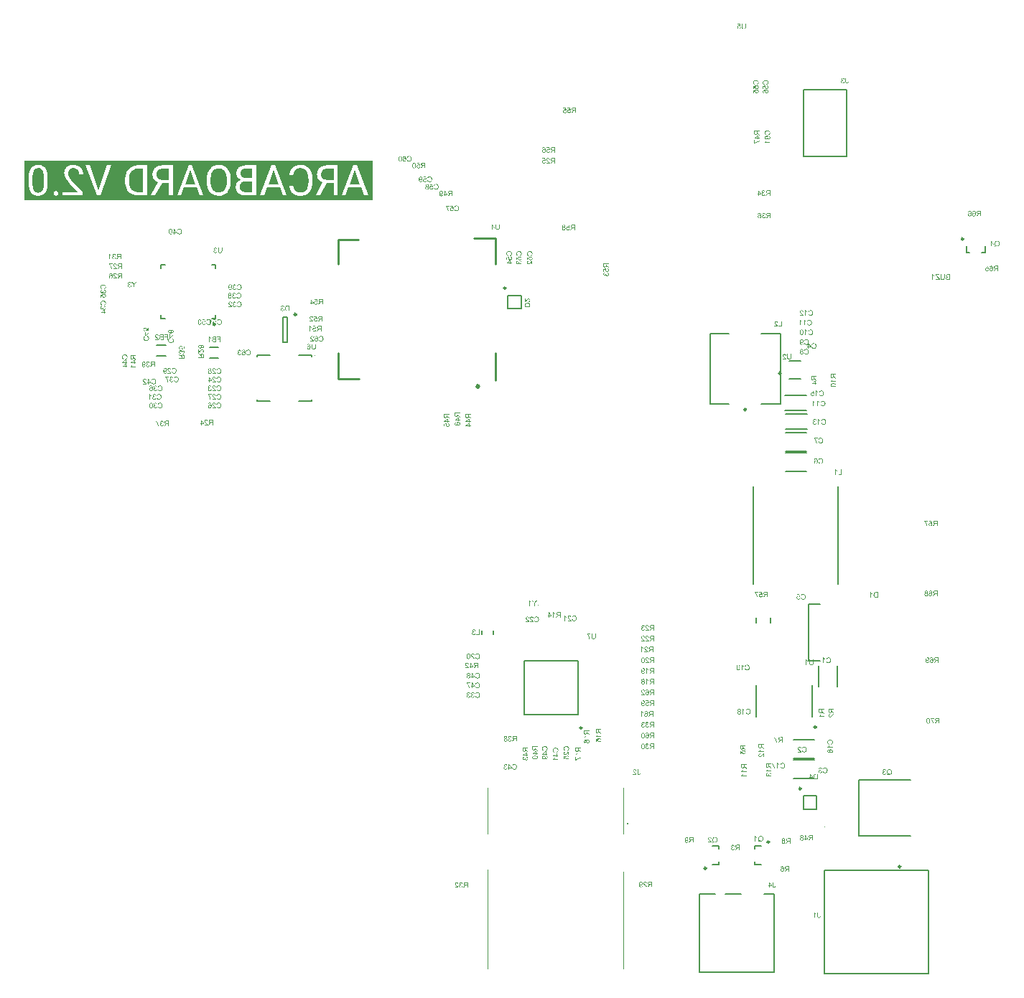
<source format=gbo>
G04*
G04 #@! TF.GenerationSoftware,Altium Limited,Altium Designer,21.9.1 (22)*
G04*
G04 Layer_Color=32896*
%FSLAX25Y25*%
%MOIN*%
G70*
G04*
G04 #@! TF.SameCoordinates,3683F5DD-B2EF-4FE9-AD71-088996B23F6A*
G04*
G04*
G04 #@! TF.FilePolarity,Positive*
G04*
G01*
G75*
%ADD11C,0.01000*%
%ADD12C,0.00394*%
%ADD36C,0.00787*%
%ADD134C,0.00984*%
G36*
X1159691Y773225D02*
X1159731Y773167D01*
X1159778Y773108D01*
X1159822Y773057D01*
X1159865Y773014D01*
X1159898Y772977D01*
X1159913Y772966D01*
X1159924Y772956D01*
X1159927Y772952D01*
X1159931Y772948D01*
X1160007Y772886D01*
X1160084Y772828D01*
X1160157Y772777D01*
X1160229Y772737D01*
X1160291Y772701D01*
X1160317Y772686D01*
X1160339Y772675D01*
X1160357Y772664D01*
X1160371Y772661D01*
X1160379Y772653D01*
X1160382D01*
Y772355D01*
X1160328Y772377D01*
X1160273Y772402D01*
X1160219Y772428D01*
X1160168Y772453D01*
X1160124Y772475D01*
X1160087Y772493D01*
X1160066Y772508D01*
X1160062Y772511D01*
X1160058D01*
X1159993Y772551D01*
X1159935Y772591D01*
X1159884Y772628D01*
X1159844Y772661D01*
X1159807Y772686D01*
X1159785Y772708D01*
X1159767Y772722D01*
X1159764Y772726D01*
Y770757D01*
X1159454D01*
Y773287D01*
X1159654D01*
X1159691Y773225D01*
D02*
G37*
G36*
X1165180Y771820D02*
Y771747D01*
X1165176Y771678D01*
X1165173Y771612D01*
X1165165Y771551D01*
X1165158Y771496D01*
X1165151Y771445D01*
X1165140Y771398D01*
X1165133Y771354D01*
X1165125Y771314D01*
X1165114Y771281D01*
X1165107Y771252D01*
X1165100Y771230D01*
X1165092Y771212D01*
X1165089Y771197D01*
X1165085Y771190D01*
Y771186D01*
X1165045Y771106D01*
X1164994Y771034D01*
X1164943Y770975D01*
X1164889Y770924D01*
X1164841Y770884D01*
X1164801Y770855D01*
X1164787Y770848D01*
X1164776Y770841D01*
X1164769Y770833D01*
X1164765D01*
X1164674Y770793D01*
X1164579Y770764D01*
X1164481Y770742D01*
X1164390Y770728D01*
X1164350Y770724D01*
X1164310Y770720D01*
X1164273Y770717D01*
X1164244D01*
X1164219Y770713D01*
X1164186D01*
X1164055Y770720D01*
X1163997Y770728D01*
X1163942Y770735D01*
X1163888Y770746D01*
X1163840Y770757D01*
X1163797Y770768D01*
X1163757Y770782D01*
X1163720Y770797D01*
X1163691Y770808D01*
X1163662Y770819D01*
X1163640Y770830D01*
X1163622Y770841D01*
X1163611Y770844D01*
X1163604Y770852D01*
X1163600D01*
X1163520Y770906D01*
X1163455Y770968D01*
X1163404Y771026D01*
X1163360Y771084D01*
X1163327Y771136D01*
X1163305Y771175D01*
X1163298Y771190D01*
X1163291Y771201D01*
X1163287Y771208D01*
Y771212D01*
X1163272Y771256D01*
X1163258Y771303D01*
X1163236Y771401D01*
X1163221Y771503D01*
X1163211Y771601D01*
X1163207Y771645D01*
X1163203Y771689D01*
Y771725D01*
X1163200Y771758D01*
Y771783D01*
Y771802D01*
Y771816D01*
Y771820D01*
Y773276D01*
X1163535D01*
Y771820D01*
Y771736D01*
X1163542Y771656D01*
X1163549Y771587D01*
X1163560Y771521D01*
X1163571Y771463D01*
X1163585Y771409D01*
X1163597Y771361D01*
X1163611Y771321D01*
X1163626Y771288D01*
X1163640Y771256D01*
X1163655Y771234D01*
X1163666Y771212D01*
X1163676Y771197D01*
X1163684Y771186D01*
X1163688Y771183D01*
X1163691Y771179D01*
X1163724Y771150D01*
X1163760Y771125D01*
X1163840Y771084D01*
X1163924Y771055D01*
X1164011Y771037D01*
X1164091Y771023D01*
X1164124Y771019D01*
X1164157D01*
X1164179Y771015D01*
X1164215D01*
X1164292Y771019D01*
X1164361Y771030D01*
X1164426Y771041D01*
X1164477Y771059D01*
X1164521Y771074D01*
X1164554Y771084D01*
X1164572Y771096D01*
X1164579Y771099D01*
X1164630Y771132D01*
X1164674Y771172D01*
X1164710Y771212D01*
X1164736Y771248D01*
X1164758Y771285D01*
X1164776Y771310D01*
X1164783Y771328D01*
X1164787Y771336D01*
X1164798Y771369D01*
X1164805Y771401D01*
X1164820Y771478D01*
X1164830Y771558D01*
X1164838Y771638D01*
X1164841Y771707D01*
Y771740D01*
X1164845Y771765D01*
Y771787D01*
Y771805D01*
Y771816D01*
Y771820D01*
Y773276D01*
X1165180D01*
Y771820D01*
D02*
G37*
G36*
X1167546Y770757D02*
X1166585D01*
X1166498Y770761D01*
X1166421Y770764D01*
X1166352Y770772D01*
X1166294Y770779D01*
X1166246Y770786D01*
X1166210Y770790D01*
X1166188Y770797D01*
X1166181D01*
X1166119Y770815D01*
X1166068Y770833D01*
X1166021Y770855D01*
X1165981Y770877D01*
X1165948Y770892D01*
X1165922Y770906D01*
X1165908Y770917D01*
X1165904Y770921D01*
X1165864Y770954D01*
X1165828Y770994D01*
X1165799Y771034D01*
X1165769Y771070D01*
X1165748Y771106D01*
X1165733Y771132D01*
X1165722Y771150D01*
X1165719Y771157D01*
X1165693Y771216D01*
X1165675Y771274D01*
X1165660Y771328D01*
X1165653Y771379D01*
X1165646Y771423D01*
X1165642Y771459D01*
Y771481D01*
Y771485D01*
Y771489D01*
X1165646Y771569D01*
X1165660Y771641D01*
X1165682Y771703D01*
X1165704Y771762D01*
X1165726Y771805D01*
X1165748Y771838D01*
X1165762Y771860D01*
X1165766Y771867D01*
X1165817Y771925D01*
X1165872Y771973D01*
X1165933Y772013D01*
X1165988Y772046D01*
X1166039Y772071D01*
X1166083Y772086D01*
X1166097Y772093D01*
X1166108Y772096D01*
X1166115Y772100D01*
X1166119D01*
X1166057Y772136D01*
X1166002Y772173D01*
X1165959Y772213D01*
X1165922Y772249D01*
X1165893Y772278D01*
X1165872Y772308D01*
X1165860Y772322D01*
X1165857Y772329D01*
X1165828Y772384D01*
X1165806Y772435D01*
X1165788Y772486D01*
X1165777Y772533D01*
X1165769Y772573D01*
X1165766Y772606D01*
Y772624D01*
Y772632D01*
X1165769Y772693D01*
X1165781Y772755D01*
X1165799Y772810D01*
X1165817Y772861D01*
X1165835Y772904D01*
X1165853Y772934D01*
X1165864Y772956D01*
X1165868Y772963D01*
X1165908Y773017D01*
X1165952Y773068D01*
X1165999Y773108D01*
X1166043Y773141D01*
X1166079Y773167D01*
X1166112Y773185D01*
X1166133Y773196D01*
X1166137Y773199D01*
X1166141D01*
X1166210Y773225D01*
X1166286Y773243D01*
X1166363Y773258D01*
X1166436Y773265D01*
X1166501Y773272D01*
X1166530D01*
X1166556Y773276D01*
X1167546D01*
Y770757D01*
D02*
G37*
G36*
X1162701Y772977D02*
X1161292D01*
X1161340Y772926D01*
X1161387Y772875D01*
X1161431Y772824D01*
X1161471Y772777D01*
X1161504Y772737D01*
X1161529Y772704D01*
X1161547Y772683D01*
X1161554Y772679D01*
Y772675D01*
X1162847Y771066D01*
Y770757D01*
X1160852D01*
Y771055D01*
X1162464D01*
X1162315Y771234D01*
X1160892Y772977D01*
Y773276D01*
X1162701D01*
Y772977D01*
D02*
G37*
G36*
X1185597Y775947D02*
X1185306Y775907D01*
X1185280Y775947D01*
X1185247Y775980D01*
X1185218Y776013D01*
X1185189Y776038D01*
X1185160Y776056D01*
X1185138Y776075D01*
X1185124Y776082D01*
X1185120Y776086D01*
X1185073Y776107D01*
X1185025Y776126D01*
X1184982Y776136D01*
X1184938Y776147D01*
X1184902Y776151D01*
X1184872Y776155D01*
X1184803D01*
X1184760Y776147D01*
X1184683Y776129D01*
X1184618Y776104D01*
X1184559Y776078D01*
X1184516Y776049D01*
X1184483Y776024D01*
X1184465Y776006D01*
X1184457Y776002D01*
Y775998D01*
X1184406Y775936D01*
X1184370Y775871D01*
X1184345Y775802D01*
X1184326Y775733D01*
X1184315Y775674D01*
X1184312Y775649D01*
Y775627D01*
X1184308Y775609D01*
Y775594D01*
Y775587D01*
Y775583D01*
Y775532D01*
X1184315Y775485D01*
X1184334Y775394D01*
X1184359Y775317D01*
X1184385Y775256D01*
X1184414Y775205D01*
X1184439Y775165D01*
X1184450Y775154D01*
X1184457Y775143D01*
X1184461Y775139D01*
X1184465Y775136D01*
X1184494Y775106D01*
X1184523Y775081D01*
X1184589Y775037D01*
X1184650Y775008D01*
X1184712Y774990D01*
X1184763Y774975D01*
X1184807Y774972D01*
X1184822Y774968D01*
X1184843D01*
X1184912Y774972D01*
X1184974Y774986D01*
X1185029Y775004D01*
X1185073Y775026D01*
X1185113Y775048D01*
X1185142Y775066D01*
X1185156Y775081D01*
X1185164Y775084D01*
X1185207Y775136D01*
X1185244Y775190D01*
X1185273Y775252D01*
X1185295Y775307D01*
X1185309Y775361D01*
X1185320Y775401D01*
X1185324Y775419D01*
X1185327Y775430D01*
Y775438D01*
Y775441D01*
X1185651Y775416D01*
X1185644Y775357D01*
X1185633Y775303D01*
X1185600Y775201D01*
X1185560Y775114D01*
X1185538Y775074D01*
X1185517Y775041D01*
X1185499Y775008D01*
X1185477Y774979D01*
X1185458Y774957D01*
X1185440Y774939D01*
X1185426Y774924D01*
X1185418Y774910D01*
X1185411Y774906D01*
X1185408Y774902D01*
X1185364Y774870D01*
X1185320Y774841D01*
X1185273Y774815D01*
X1185225Y774793D01*
X1185135Y774761D01*
X1185044Y774739D01*
X1185003Y774728D01*
X1184963Y774724D01*
X1184931Y774720D01*
X1184902Y774717D01*
X1184876Y774713D01*
X1184843D01*
X1184767Y774717D01*
X1184694Y774728D01*
X1184625Y774742D01*
X1184563Y774761D01*
X1184505Y774786D01*
X1184450Y774812D01*
X1184399Y774837D01*
X1184356Y774866D01*
X1184315Y774895D01*
X1184279Y774921D01*
X1184250Y774950D01*
X1184225Y774972D01*
X1184206Y774990D01*
X1184192Y775004D01*
X1184184Y775015D01*
X1184181Y775019D01*
X1184144Y775066D01*
X1184115Y775117D01*
X1184086Y775165D01*
X1184064Y775216D01*
X1184028Y775314D01*
X1184006Y775409D01*
X1183999Y775449D01*
X1183992Y775489D01*
X1183988Y775521D01*
X1183984Y775551D01*
X1183981Y775576D01*
Y775594D01*
Y775605D01*
Y775609D01*
X1183984Y775674D01*
X1183992Y775736D01*
X1184002Y775798D01*
X1184017Y775853D01*
X1184035Y775904D01*
X1184053Y775954D01*
X1184075Y775998D01*
X1184093Y776038D01*
X1184115Y776075D01*
X1184137Y776107D01*
X1184155Y776133D01*
X1184173Y776158D01*
X1184188Y776177D01*
X1184199Y776188D01*
X1184206Y776195D01*
X1184210Y776198D01*
X1184254Y776238D01*
X1184297Y776275D01*
X1184345Y776304D01*
X1184392Y776329D01*
X1184439Y776355D01*
X1184487Y776373D01*
X1184574Y776399D01*
X1184614Y776409D01*
X1184650Y776417D01*
X1184683Y776420D01*
X1184712Y776424D01*
X1184734Y776428D01*
X1184814D01*
X1184858Y776420D01*
X1184945Y776402D01*
X1185025Y776377D01*
X1185098Y776348D01*
X1185156Y776319D01*
X1185182Y776304D01*
X1185204Y776293D01*
X1185222Y776282D01*
X1185233Y776275D01*
X1185240Y776271D01*
X1185244Y776267D01*
X1185109Y776948D01*
X1184101D01*
Y777243D01*
X1185353D01*
X1185597Y775947D01*
D02*
G37*
G36*
X1186791Y777283D02*
X1186860Y777276D01*
X1186925Y777261D01*
X1186987Y777243D01*
X1187042Y777218D01*
X1187097Y777196D01*
X1187144Y777167D01*
X1187187Y777141D01*
X1187224Y777116D01*
X1187260Y777086D01*
X1187289Y777065D01*
X1187311Y777043D01*
X1187329Y777021D01*
X1187344Y777006D01*
X1187351Y776999D01*
X1187355Y776996D01*
X1187402Y776930D01*
X1187442Y776854D01*
X1187479Y776774D01*
X1187511Y776690D01*
X1187537Y776602D01*
X1187559Y776515D01*
X1187577Y776424D01*
X1187591Y776340D01*
X1187602Y776257D01*
X1187610Y776180D01*
X1187617Y776111D01*
X1187621Y776053D01*
Y776002D01*
X1187624Y775965D01*
Y775951D01*
Y775940D01*
Y775936D01*
Y775933D01*
X1187621Y775816D01*
X1187613Y775707D01*
X1187602Y775605D01*
X1187584Y775510D01*
X1187566Y775427D01*
X1187548Y775350D01*
X1187526Y775281D01*
X1187500Y775219D01*
X1187479Y775168D01*
X1187457Y775121D01*
X1187439Y775084D01*
X1187417Y775052D01*
X1187402Y775026D01*
X1187391Y775012D01*
X1187384Y775001D01*
X1187380Y774997D01*
X1187333Y774946D01*
X1187282Y774902D01*
X1187231Y774866D01*
X1187180Y774833D01*
X1187126Y774804D01*
X1187075Y774782D01*
X1187024Y774764D01*
X1186973Y774750D01*
X1186929Y774739D01*
X1186885Y774728D01*
X1186849Y774720D01*
X1186816Y774717D01*
X1186787D01*
X1186769Y774713D01*
X1186751D01*
X1186667Y774717D01*
X1186590Y774731D01*
X1186521Y774746D01*
X1186460Y774768D01*
X1186412Y774786D01*
X1186376Y774804D01*
X1186361Y774808D01*
X1186350Y774815D01*
X1186347Y774819D01*
X1186343D01*
X1186281Y774862D01*
X1186223Y774914D01*
X1186176Y774964D01*
X1186135Y775015D01*
X1186103Y775063D01*
X1186081Y775099D01*
X1186074Y775114D01*
X1186066Y775125D01*
X1186063Y775128D01*
Y775132D01*
X1186026Y775208D01*
X1186001Y775288D01*
X1185983Y775361D01*
X1185972Y775430D01*
X1185961Y775489D01*
Y775510D01*
X1185957Y775532D01*
Y775551D01*
Y775561D01*
Y775569D01*
Y775572D01*
X1185961Y775638D01*
X1185968Y775700D01*
X1185979Y775762D01*
X1185990Y775816D01*
X1186008Y775867D01*
X1186026Y775918D01*
X1186045Y775962D01*
X1186066Y776002D01*
X1186088Y776038D01*
X1186106Y776071D01*
X1186125Y776096D01*
X1186143Y776122D01*
X1186154Y776140D01*
X1186165Y776151D01*
X1186172Y776158D01*
X1186176Y776162D01*
X1186216Y776202D01*
X1186259Y776238D01*
X1186307Y776267D01*
X1186350Y776293D01*
X1186394Y776319D01*
X1186438Y776337D01*
X1186521Y776362D01*
X1186558Y776373D01*
X1186594Y776380D01*
X1186623Y776384D01*
X1186652Y776388D01*
X1186674Y776391D01*
X1186703D01*
X1186769Y776388D01*
X1186831Y776377D01*
X1186889Y776366D01*
X1186940Y776351D01*
X1186984Y776333D01*
X1187016Y776322D01*
X1187038Y776311D01*
X1187042Y776308D01*
X1187045D01*
X1187104Y776271D01*
X1187155Y776231D01*
X1187202Y776191D01*
X1187238Y776147D01*
X1187271Y776111D01*
X1187297Y776082D01*
X1187311Y776060D01*
X1187315Y776056D01*
Y776122D01*
X1187311Y776188D01*
X1187308Y776246D01*
X1187300Y776304D01*
X1187297Y776355D01*
X1187289Y776402D01*
X1187282Y776446D01*
X1187271Y776486D01*
X1187264Y776522D01*
X1187257Y776551D01*
X1187249Y776577D01*
X1187246Y776599D01*
X1187238Y776613D01*
X1187235Y776624D01*
X1187231Y776631D01*
Y776635D01*
X1187195Y776708D01*
X1187158Y776774D01*
X1187118Y776825D01*
X1187082Y776868D01*
X1187049Y776904D01*
X1187024Y776930D01*
X1187006Y776945D01*
X1186998Y776948D01*
X1186954Y776977D01*
X1186911Y776996D01*
X1186867Y777010D01*
X1186823Y777021D01*
X1186791Y777028D01*
X1186762Y777032D01*
X1186736D01*
X1186671Y777025D01*
X1186609Y777010D01*
X1186558Y776988D01*
X1186510Y776966D01*
X1186474Y776941D01*
X1186448Y776919D01*
X1186434Y776904D01*
X1186427Y776897D01*
X1186401Y776864D01*
X1186376Y776825D01*
X1186354Y776781D01*
X1186339Y776737D01*
X1186325Y776697D01*
X1186314Y776664D01*
X1186310Y776643D01*
X1186307Y776639D01*
Y776635D01*
X1185997Y776661D01*
X1186019Y776763D01*
X1186052Y776854D01*
X1186088Y776934D01*
X1186128Y776999D01*
X1186168Y777050D01*
X1186183Y777072D01*
X1186201Y777090D01*
X1186212Y777101D01*
X1186223Y777112D01*
X1186226Y777116D01*
X1186230Y777119D01*
X1186267Y777148D01*
X1186307Y777174D01*
X1186387Y777218D01*
X1186467Y777247D01*
X1186543Y777265D01*
X1186612Y777280D01*
X1186642Y777283D01*
X1186667D01*
X1186689Y777287D01*
X1186718D01*
X1186791Y777283D01*
D02*
G37*
G36*
X1190019Y774757D02*
X1189684D01*
Y775874D01*
X1189255D01*
X1189215Y775871D01*
X1189186D01*
X1189160Y775867D01*
X1189142Y775864D01*
X1189128D01*
X1189120Y775860D01*
X1189117D01*
X1189058Y775842D01*
X1189033Y775831D01*
X1189011Y775820D01*
X1188989Y775809D01*
X1188975Y775802D01*
X1188967Y775798D01*
X1188964Y775794D01*
X1188935Y775772D01*
X1188906Y775747D01*
X1188851Y775692D01*
X1188826Y775667D01*
X1188807Y775645D01*
X1188796Y775631D01*
X1188793Y775627D01*
X1188756Y775576D01*
X1188716Y775521D01*
X1188676Y775463D01*
X1188636Y775409D01*
X1188603Y775357D01*
X1188578Y775317D01*
X1188567Y775303D01*
X1188560Y775292D01*
X1188552Y775285D01*
Y775281D01*
X1188221Y774757D01*
X1187806D01*
X1188239Y775441D01*
X1188290Y775514D01*
X1188338Y775580D01*
X1188385Y775634D01*
X1188425Y775685D01*
X1188461Y775722D01*
X1188491Y775751D01*
X1188509Y775769D01*
X1188516Y775776D01*
X1188545Y775798D01*
X1188578Y775823D01*
X1188643Y775864D01*
X1188673Y775878D01*
X1188694Y775893D01*
X1188709Y775900D01*
X1188716Y775904D01*
X1188651Y775914D01*
X1188589Y775925D01*
X1188534Y775944D01*
X1188480Y775958D01*
X1188432Y775976D01*
X1188389Y775998D01*
X1188349Y776016D01*
X1188312Y776035D01*
X1188283Y776056D01*
X1188254Y776075D01*
X1188232Y776089D01*
X1188214Y776104D01*
X1188199Y776115D01*
X1188188Y776126D01*
X1188185Y776129D01*
X1188181Y776133D01*
X1188152Y776169D01*
X1188123Y776206D01*
X1188079Y776282D01*
X1188050Y776359D01*
X1188028Y776431D01*
X1188014Y776493D01*
X1188010Y776519D01*
Y776544D01*
X1188006Y776562D01*
Y776577D01*
Y776584D01*
Y776588D01*
X1188010Y776664D01*
X1188021Y776733D01*
X1188039Y776799D01*
X1188057Y776854D01*
X1188079Y776901D01*
X1188094Y776937D01*
X1188108Y776959D01*
X1188112Y776963D01*
Y776966D01*
X1188156Y777025D01*
X1188199Y777076D01*
X1188247Y777119D01*
X1188290Y777152D01*
X1188330Y777177D01*
X1188363Y777192D01*
X1188385Y777203D01*
X1188389Y777207D01*
X1188392D01*
X1188425Y777218D01*
X1188465Y777228D01*
X1188545Y777247D01*
X1188632Y777258D01*
X1188713Y777269D01*
X1188789Y777272D01*
X1188822D01*
X1188851Y777276D01*
X1190019D01*
Y774757D01*
D02*
G37*
G36*
X1188061Y787205D02*
Y786921D01*
X1186966D01*
Y786317D01*
X1186656D01*
Y786921D01*
X1186314D01*
Y787205D01*
X1186656D01*
Y788836D01*
X1186907D01*
X1188061Y787205D01*
D02*
G37*
G36*
X1189608Y788872D02*
X1189725Y788854D01*
X1189830Y788829D01*
X1189878Y788814D01*
X1189925Y788799D01*
X1189965Y788785D01*
X1190001Y788770D01*
X1190031Y788756D01*
X1190056Y788745D01*
X1190078Y788734D01*
X1190092Y788727D01*
X1190103Y788723D01*
X1190107Y788719D01*
X1190205Y788654D01*
X1190289Y788577D01*
X1190366Y788501D01*
X1190424Y788428D01*
X1190475Y788359D01*
X1190493Y788330D01*
X1190508Y788304D01*
X1190522Y788283D01*
X1190529Y788268D01*
X1190533Y788257D01*
X1190537Y788253D01*
X1190588Y788137D01*
X1190624Y788017D01*
X1190649Y787904D01*
X1190668Y787799D01*
X1190675Y787751D01*
X1190679Y787708D01*
X1190682Y787667D01*
Y787635D01*
X1190686Y787609D01*
Y787591D01*
Y787576D01*
Y787573D01*
X1190679Y787438D01*
X1190664Y787311D01*
X1190649Y787249D01*
X1190639Y787194D01*
X1190624Y787143D01*
X1190609Y787096D01*
X1190598Y787052D01*
X1190584Y787012D01*
X1190569Y786979D01*
X1190558Y786950D01*
X1190551Y786929D01*
X1190544Y786914D01*
X1190537Y786903D01*
Y786899D01*
X1190475Y786794D01*
X1190405Y786703D01*
X1190336Y786623D01*
X1190267Y786557D01*
X1190205Y786506D01*
X1190180Y786484D01*
X1190154Y786466D01*
X1190136Y786455D01*
X1190122Y786444D01*
X1190114Y786441D01*
X1190111Y786437D01*
X1190056Y786408D01*
X1190005Y786382D01*
X1189896Y786342D01*
X1189790Y786313D01*
X1189696Y786295D01*
X1189652Y786288D01*
X1189612Y786281D01*
X1189576Y786277D01*
X1189546D01*
X1189521Y786273D01*
X1189488D01*
X1189426Y786277D01*
X1189365Y786281D01*
X1189248Y786299D01*
X1189143Y786324D01*
X1189095Y786339D01*
X1189052Y786353D01*
X1189011Y786368D01*
X1188975Y786379D01*
X1188946Y786393D01*
X1188917Y786404D01*
X1188899Y786415D01*
X1188880Y786423D01*
X1188873Y786430D01*
X1188869D01*
X1188768Y786357D01*
X1188669Y786292D01*
X1188578Y786241D01*
X1188498Y786197D01*
X1188462Y786179D01*
X1188429Y786164D01*
X1188400Y786150D01*
X1188374Y786139D01*
X1188353Y786131D01*
X1188338Y786124D01*
X1188331Y786120D01*
X1188327D01*
X1188229Y786350D01*
X1188302Y786382D01*
X1188378Y786415D01*
X1188451Y786455D01*
X1188516Y786495D01*
X1188571Y786528D01*
X1188597Y786543D01*
X1188615Y786557D01*
X1188633Y786568D01*
X1188644Y786575D01*
X1188651Y786583D01*
X1188655D01*
X1188589Y786656D01*
X1188531Y786728D01*
X1188480Y786801D01*
X1188440Y786870D01*
X1188411Y786929D01*
X1188400Y786954D01*
X1188389Y786976D01*
X1188382Y786990D01*
X1188374Y787005D01*
X1188371Y787012D01*
Y787016D01*
X1188338Y787111D01*
X1188316Y787209D01*
X1188298Y787303D01*
X1188287Y787391D01*
X1188283Y787427D01*
X1188280Y787464D01*
Y787496D01*
X1188276Y787526D01*
Y787547D01*
Y787562D01*
Y787573D01*
Y787576D01*
X1188283Y787711D01*
X1188298Y787839D01*
X1188309Y787897D01*
X1188323Y787951D01*
X1188338Y788002D01*
X1188349Y788050D01*
X1188363Y788093D01*
X1188378Y788133D01*
X1188389Y788166D01*
X1188404Y788195D01*
X1188411Y788217D01*
X1188418Y788232D01*
X1188425Y788243D01*
Y788246D01*
X1188484Y788352D01*
X1188553Y788446D01*
X1188626Y788526D01*
X1188691Y788592D01*
X1188753Y788643D01*
X1188782Y788665D01*
X1188804Y788683D01*
X1188826Y788694D01*
X1188840Y788705D01*
X1188848Y788708D01*
X1188851Y788712D01*
X1188906Y788741D01*
X1188960Y788767D01*
X1189066Y788810D01*
X1189175Y788839D01*
X1189270Y788858D01*
X1189314Y788865D01*
X1189357Y788872D01*
X1189390Y788876D01*
X1189423D01*
X1189448Y788880D01*
X1189546D01*
X1189608Y788872D01*
D02*
G37*
G36*
X1178782Y802783D02*
X1178851Y802776D01*
X1178916Y802761D01*
X1178978Y802743D01*
X1179033Y802718D01*
X1179087Y802696D01*
X1179135Y802667D01*
X1179178Y802641D01*
X1179215Y802616D01*
X1179251Y802586D01*
X1179280Y802565D01*
X1179302Y802543D01*
X1179320Y802521D01*
X1179335Y802507D01*
X1179342Y802499D01*
X1179346Y802495D01*
X1179393Y802430D01*
X1179433Y802354D01*
X1179470Y802273D01*
X1179502Y802190D01*
X1179528Y802102D01*
X1179550Y802015D01*
X1179568Y801924D01*
X1179582Y801840D01*
X1179593Y801757D01*
X1179601Y801680D01*
X1179608Y801611D01*
X1179611Y801553D01*
Y801502D01*
X1179615Y801465D01*
Y801451D01*
Y801440D01*
Y801436D01*
Y801433D01*
X1179611Y801316D01*
X1179604Y801207D01*
X1179593Y801105D01*
X1179575Y801010D01*
X1179557Y800927D01*
X1179539Y800850D01*
X1179517Y800781D01*
X1179491Y800719D01*
X1179470Y800668D01*
X1179448Y800621D01*
X1179430Y800585D01*
X1179408Y800552D01*
X1179393Y800526D01*
X1179382Y800512D01*
X1179375Y800501D01*
X1179371Y800497D01*
X1179324Y800446D01*
X1179273Y800403D01*
X1179222Y800366D01*
X1179171Y800333D01*
X1179117Y800304D01*
X1179066Y800282D01*
X1179015Y800264D01*
X1178964Y800250D01*
X1178920Y800239D01*
X1178876Y800228D01*
X1178840Y800220D01*
X1178807Y800217D01*
X1178778D01*
X1178760Y800213D01*
X1178742D01*
X1178658Y800217D01*
X1178581Y800231D01*
X1178512Y800246D01*
X1178450Y800268D01*
X1178403Y800286D01*
X1178367Y800304D01*
X1178352Y800308D01*
X1178341Y800315D01*
X1178337Y800319D01*
X1178334D01*
X1178272Y800362D01*
X1178214Y800414D01*
X1178166Y800464D01*
X1178126Y800515D01*
X1178094Y800563D01*
X1178072Y800599D01*
X1178065Y800614D01*
X1178057Y800625D01*
X1178054Y800628D01*
Y800632D01*
X1178017Y800708D01*
X1177992Y800788D01*
X1177973Y800861D01*
X1177963Y800930D01*
X1177952Y800989D01*
Y801010D01*
X1177948Y801032D01*
Y801050D01*
Y801061D01*
Y801069D01*
Y801072D01*
X1177952Y801138D01*
X1177959Y801200D01*
X1177970Y801262D01*
X1177981Y801316D01*
X1177999Y801367D01*
X1178017Y801418D01*
X1178035Y801462D01*
X1178057Y801502D01*
X1178079Y801538D01*
X1178097Y801571D01*
X1178115Y801597D01*
X1178134Y801622D01*
X1178145Y801640D01*
X1178156Y801651D01*
X1178163Y801658D01*
X1178166Y801662D01*
X1178207Y801702D01*
X1178250Y801738D01*
X1178298Y801768D01*
X1178341Y801793D01*
X1178385Y801818D01*
X1178428Y801837D01*
X1178512Y801862D01*
X1178549Y801873D01*
X1178585Y801880D01*
X1178614Y801884D01*
X1178643Y801888D01*
X1178665Y801891D01*
X1178694D01*
X1178760Y801888D01*
X1178822Y801877D01*
X1178880Y801866D01*
X1178931Y801851D01*
X1178975Y801833D01*
X1179007Y801822D01*
X1179029Y801811D01*
X1179033Y801808D01*
X1179036D01*
X1179095Y801771D01*
X1179146Y801731D01*
X1179193Y801691D01*
X1179229Y801647D01*
X1179262Y801611D01*
X1179288Y801582D01*
X1179302Y801560D01*
X1179306Y801556D01*
Y801622D01*
X1179302Y801688D01*
X1179298Y801746D01*
X1179291Y801804D01*
X1179288Y801855D01*
X1179280Y801902D01*
X1179273Y801946D01*
X1179262Y801986D01*
X1179255Y802022D01*
X1179247Y802052D01*
X1179240Y802077D01*
X1179237Y802099D01*
X1179229Y802113D01*
X1179226Y802124D01*
X1179222Y802131D01*
Y802135D01*
X1179186Y802208D01*
X1179149Y802273D01*
X1179109Y802324D01*
X1179073Y802368D01*
X1179040Y802404D01*
X1179015Y802430D01*
X1178996Y802445D01*
X1178989Y802448D01*
X1178945Y802477D01*
X1178902Y802495D01*
X1178858Y802510D01*
X1178814Y802521D01*
X1178782Y802528D01*
X1178753Y802532D01*
X1178727D01*
X1178662Y802525D01*
X1178600Y802510D01*
X1178549Y802488D01*
X1178501Y802466D01*
X1178465Y802441D01*
X1178439Y802419D01*
X1178425Y802404D01*
X1178418Y802397D01*
X1178392Y802365D01*
X1178367Y802324D01*
X1178345Y802281D01*
X1178330Y802237D01*
X1178316Y802197D01*
X1178305Y802164D01*
X1178301Y802143D01*
X1178298Y802139D01*
Y802135D01*
X1177988Y802161D01*
X1178010Y802263D01*
X1178043Y802354D01*
X1178079Y802434D01*
X1178119Y802499D01*
X1178159Y802550D01*
X1178174Y802572D01*
X1178192Y802590D01*
X1178203Y802601D01*
X1178214Y802612D01*
X1178217Y802616D01*
X1178221Y802619D01*
X1178257Y802648D01*
X1178298Y802674D01*
X1178378Y802718D01*
X1178458Y802747D01*
X1178534Y802765D01*
X1178603Y802779D01*
X1178632Y802783D01*
X1178658D01*
X1178680Y802787D01*
X1178709D01*
X1178782Y802783D01*
D02*
G37*
G36*
X1176823D02*
X1176892Y802776D01*
X1176958Y802761D01*
X1177020Y802743D01*
X1177074Y802718D01*
X1177129Y802696D01*
X1177176Y802667D01*
X1177220Y802641D01*
X1177256Y802616D01*
X1177293Y802586D01*
X1177322Y802565D01*
X1177344Y802543D01*
X1177362Y802521D01*
X1177377Y802507D01*
X1177384Y802499D01*
X1177388Y802495D01*
X1177435Y802430D01*
X1177475Y802354D01*
X1177511Y802273D01*
X1177544Y802190D01*
X1177569Y802102D01*
X1177591Y802015D01*
X1177610Y801924D01*
X1177624Y801840D01*
X1177635Y801757D01*
X1177642Y801680D01*
X1177650Y801611D01*
X1177653Y801553D01*
Y801502D01*
X1177657Y801465D01*
Y801451D01*
Y801440D01*
Y801436D01*
Y801433D01*
X1177653Y801316D01*
X1177646Y801207D01*
X1177635Y801105D01*
X1177617Y801010D01*
X1177599Y800927D01*
X1177580Y800850D01*
X1177559Y800781D01*
X1177533Y800719D01*
X1177511Y800668D01*
X1177489Y800621D01*
X1177471Y800585D01*
X1177449Y800552D01*
X1177435Y800526D01*
X1177424Y800512D01*
X1177417Y800501D01*
X1177413Y800497D01*
X1177366Y800446D01*
X1177315Y800403D01*
X1177264Y800366D01*
X1177213Y800333D01*
X1177158Y800304D01*
X1177107Y800282D01*
X1177056Y800264D01*
X1177005Y800250D01*
X1176962Y800239D01*
X1176918Y800228D01*
X1176882Y800220D01*
X1176849Y800217D01*
X1176820D01*
X1176801Y800213D01*
X1176783D01*
X1176700Y800217D01*
X1176623Y800231D01*
X1176554Y800246D01*
X1176492Y800268D01*
X1176445Y800286D01*
X1176408Y800304D01*
X1176394Y800308D01*
X1176383Y800315D01*
X1176379Y800319D01*
X1176376D01*
X1176314Y800362D01*
X1176255Y800414D01*
X1176208Y800464D01*
X1176168Y800515D01*
X1176135Y800563D01*
X1176114Y800599D01*
X1176106Y800614D01*
X1176099Y800625D01*
X1176095Y800628D01*
Y800632D01*
X1176059Y800708D01*
X1176033Y800788D01*
X1176015Y800861D01*
X1176004Y800930D01*
X1175993Y800989D01*
Y801010D01*
X1175990Y801032D01*
Y801050D01*
Y801061D01*
Y801069D01*
Y801072D01*
X1175993Y801138D01*
X1176001Y801200D01*
X1176012Y801262D01*
X1176023Y801316D01*
X1176041Y801367D01*
X1176059Y801418D01*
X1176077Y801462D01*
X1176099Y801502D01*
X1176121Y801538D01*
X1176139Y801571D01*
X1176157Y801597D01*
X1176175Y801622D01*
X1176186Y801640D01*
X1176197Y801651D01*
X1176204Y801658D01*
X1176208Y801662D01*
X1176248Y801702D01*
X1176292Y801738D01*
X1176339Y801768D01*
X1176383Y801793D01*
X1176427Y801818D01*
X1176470Y801837D01*
X1176554Y801862D01*
X1176590Y801873D01*
X1176627Y801880D01*
X1176656Y801884D01*
X1176685Y801888D01*
X1176707Y801891D01*
X1176736D01*
X1176801Y801888D01*
X1176863Y801877D01*
X1176922Y801866D01*
X1176972Y801851D01*
X1177016Y801833D01*
X1177049Y801822D01*
X1177071Y801811D01*
X1177074Y801808D01*
X1177078D01*
X1177136Y801771D01*
X1177187Y801731D01*
X1177235Y801691D01*
X1177271Y801647D01*
X1177304Y801611D01*
X1177329Y801582D01*
X1177344Y801560D01*
X1177347Y801556D01*
Y801622D01*
X1177344Y801688D01*
X1177340Y801746D01*
X1177333Y801804D01*
X1177329Y801855D01*
X1177322Y801902D01*
X1177315Y801946D01*
X1177304Y801986D01*
X1177297Y802022D01*
X1177289Y802052D01*
X1177282Y802077D01*
X1177278Y802099D01*
X1177271Y802113D01*
X1177267Y802124D01*
X1177264Y802131D01*
Y802135D01*
X1177227Y802208D01*
X1177191Y802273D01*
X1177151Y802324D01*
X1177114Y802368D01*
X1177082Y802404D01*
X1177056Y802430D01*
X1177038Y802445D01*
X1177031Y802448D01*
X1176987Y802477D01*
X1176943Y802495D01*
X1176900Y802510D01*
X1176856Y802521D01*
X1176823Y802528D01*
X1176794Y802532D01*
X1176769D01*
X1176703Y802525D01*
X1176641Y802510D01*
X1176590Y802488D01*
X1176543Y802466D01*
X1176507Y802441D01*
X1176481Y802419D01*
X1176467Y802404D01*
X1176459Y802397D01*
X1176434Y802365D01*
X1176408Y802324D01*
X1176387Y802281D01*
X1176372Y802237D01*
X1176357Y802197D01*
X1176346Y802164D01*
X1176343Y802143D01*
X1176339Y802139D01*
Y802135D01*
X1176030Y802161D01*
X1176052Y802263D01*
X1176084Y802354D01*
X1176121Y802434D01*
X1176161Y802499D01*
X1176201Y802550D01*
X1176215Y802572D01*
X1176234Y802590D01*
X1176245Y802601D01*
X1176255Y802612D01*
X1176259Y802616D01*
X1176263Y802619D01*
X1176299Y802648D01*
X1176339Y802674D01*
X1176419Y802718D01*
X1176499Y802747D01*
X1176576Y802765D01*
X1176645Y802779D01*
X1176674Y802783D01*
X1176700D01*
X1176721Y802787D01*
X1176750D01*
X1176823Y802783D01*
D02*
G37*
G36*
X1182010Y800257D02*
X1181675D01*
Y801374D01*
X1181246D01*
X1181206Y801371D01*
X1181177D01*
X1181151Y801367D01*
X1181133Y801363D01*
X1181118D01*
X1181111Y801360D01*
X1181108D01*
X1181049Y801342D01*
X1181024Y801331D01*
X1181002Y801320D01*
X1180980Y801309D01*
X1180966Y801302D01*
X1180958Y801298D01*
X1180955Y801294D01*
X1180926Y801272D01*
X1180896Y801247D01*
X1180842Y801192D01*
X1180816Y801167D01*
X1180798Y801145D01*
X1180787Y801130D01*
X1180784Y801127D01*
X1180747Y801076D01*
X1180707Y801021D01*
X1180667Y800963D01*
X1180627Y800908D01*
X1180594Y800858D01*
X1180569Y800817D01*
X1180558Y800803D01*
X1180551Y800792D01*
X1180543Y800785D01*
Y800781D01*
X1180212Y800257D01*
X1179797D01*
X1180230Y800941D01*
X1180281Y801014D01*
X1180329Y801080D01*
X1180376Y801134D01*
X1180416Y801185D01*
X1180452Y801221D01*
X1180482Y801251D01*
X1180500Y801269D01*
X1180507Y801276D01*
X1180536Y801298D01*
X1180569Y801324D01*
X1180634Y801363D01*
X1180663Y801378D01*
X1180685Y801393D01*
X1180700Y801400D01*
X1180707Y801404D01*
X1180642Y801414D01*
X1180580Y801425D01*
X1180525Y801444D01*
X1180471Y801458D01*
X1180423Y801476D01*
X1180380Y801498D01*
X1180340Y801516D01*
X1180303Y801535D01*
X1180274Y801556D01*
X1180245Y801575D01*
X1180223Y801589D01*
X1180205Y801604D01*
X1180190Y801615D01*
X1180179Y801626D01*
X1180176Y801629D01*
X1180172Y801633D01*
X1180143Y801669D01*
X1180114Y801706D01*
X1180070Y801782D01*
X1180041Y801859D01*
X1180019Y801931D01*
X1180005Y801993D01*
X1180001Y802019D01*
Y802044D01*
X1179997Y802062D01*
Y802077D01*
Y802084D01*
Y802088D01*
X1180001Y802164D01*
X1180012Y802234D01*
X1180030Y802299D01*
X1180048Y802354D01*
X1180070Y802401D01*
X1180085Y802437D01*
X1180099Y802459D01*
X1180103Y802463D01*
Y802466D01*
X1180147Y802525D01*
X1180190Y802576D01*
X1180238Y802619D01*
X1180281Y802652D01*
X1180321Y802678D01*
X1180354Y802692D01*
X1180376Y802703D01*
X1180380Y802707D01*
X1180383D01*
X1180416Y802718D01*
X1180456Y802728D01*
X1180536Y802747D01*
X1180623Y802758D01*
X1180704Y802769D01*
X1180780Y802772D01*
X1180813D01*
X1180842Y802776D01*
X1182010D01*
Y800257D01*
D02*
G37*
G36*
X1159071Y595326D02*
X1159140Y595319D01*
X1159206Y595304D01*
X1159268Y595286D01*
X1159322Y595261D01*
X1159377Y595239D01*
X1159424Y595210D01*
X1159468Y595184D01*
X1159505Y595159D01*
X1159541Y595130D01*
X1159570Y595108D01*
X1159592Y595086D01*
X1159610Y595064D01*
X1159625Y595049D01*
X1159632Y595042D01*
X1159636Y595039D01*
X1159683Y594973D01*
X1159723Y594897D01*
X1159759Y594817D01*
X1159792Y594733D01*
X1159818Y594646D01*
X1159839Y594558D01*
X1159858Y594467D01*
X1159872Y594383D01*
X1159883Y594300D01*
X1159890Y594223D01*
X1159898Y594154D01*
X1159901Y594096D01*
Y594045D01*
X1159905Y594008D01*
Y593994D01*
Y593983D01*
Y593979D01*
Y593976D01*
X1159901Y593859D01*
X1159894Y593750D01*
X1159883Y593648D01*
X1159865Y593553D01*
X1159847Y593470D01*
X1159828Y593393D01*
X1159807Y593324D01*
X1159781Y593262D01*
X1159759Y593211D01*
X1159737Y593164D01*
X1159719Y593128D01*
X1159697Y593095D01*
X1159683Y593069D01*
X1159672Y593055D01*
X1159665Y593044D01*
X1159661Y593040D01*
X1159614Y592989D01*
X1159563Y592946D01*
X1159512Y592909D01*
X1159461Y592876D01*
X1159406Y592847D01*
X1159355Y592826D01*
X1159304Y592807D01*
X1159253Y592793D01*
X1159210Y592782D01*
X1159166Y592771D01*
X1159130Y592764D01*
X1159097Y592760D01*
X1159068D01*
X1159050Y592756D01*
X1159031D01*
X1158948Y592760D01*
X1158871Y592774D01*
X1158802Y592789D01*
X1158740Y592811D01*
X1158693Y592829D01*
X1158656Y592847D01*
X1158642Y592851D01*
X1158631Y592858D01*
X1158627Y592862D01*
X1158624D01*
X1158562Y592906D01*
X1158504Y592956D01*
X1158456Y593008D01*
X1158416Y593058D01*
X1158383Y593106D01*
X1158362Y593142D01*
X1158354Y593157D01*
X1158347Y593168D01*
X1158343Y593171D01*
Y593175D01*
X1158307Y593251D01*
X1158281Y593331D01*
X1158263Y593404D01*
X1158252Y593473D01*
X1158241Y593532D01*
Y593553D01*
X1158238Y593575D01*
Y593594D01*
Y593604D01*
Y593612D01*
Y593615D01*
X1158241Y593681D01*
X1158249Y593743D01*
X1158260Y593805D01*
X1158270Y593859D01*
X1158289Y593910D01*
X1158307Y593961D01*
X1158325Y594005D01*
X1158347Y594045D01*
X1158369Y594081D01*
X1158387Y594114D01*
X1158405Y594139D01*
X1158423Y594165D01*
X1158434Y594183D01*
X1158445Y594194D01*
X1158453Y594201D01*
X1158456Y594205D01*
X1158496Y594245D01*
X1158540Y594281D01*
X1158587Y594311D01*
X1158631Y594336D01*
X1158675Y594362D01*
X1158718Y594380D01*
X1158802Y594405D01*
X1158838Y594416D01*
X1158875Y594423D01*
X1158904Y594427D01*
X1158933Y594431D01*
X1158955Y594434D01*
X1158984D01*
X1159050Y594431D01*
X1159111Y594420D01*
X1159170Y594409D01*
X1159221Y594394D01*
X1159264Y594376D01*
X1159297Y594365D01*
X1159319Y594354D01*
X1159322Y594351D01*
X1159326D01*
X1159384Y594314D01*
X1159435Y594274D01*
X1159483Y594234D01*
X1159519Y594191D01*
X1159552Y594154D01*
X1159577Y594125D01*
X1159592Y594103D01*
X1159595Y594100D01*
Y594165D01*
X1159592Y594231D01*
X1159588Y594289D01*
X1159581Y594347D01*
X1159577Y594398D01*
X1159570Y594445D01*
X1159563Y594489D01*
X1159552Y594529D01*
X1159544Y594565D01*
X1159537Y594594D01*
X1159530Y594620D01*
X1159526Y594642D01*
X1159519Y594656D01*
X1159515Y594667D01*
X1159512Y594675D01*
Y594678D01*
X1159475Y594751D01*
X1159439Y594817D01*
X1159399Y594868D01*
X1159363Y594911D01*
X1159330Y594948D01*
X1159304Y594973D01*
X1159286Y594988D01*
X1159279Y594991D01*
X1159235Y595020D01*
X1159191Y595039D01*
X1159148Y595053D01*
X1159104Y595064D01*
X1159071Y595071D01*
X1159042Y595075D01*
X1159017D01*
X1158951Y595068D01*
X1158889Y595053D01*
X1158838Y595031D01*
X1158791Y595010D01*
X1158755Y594984D01*
X1158729Y594962D01*
X1158715Y594948D01*
X1158707Y594940D01*
X1158682Y594908D01*
X1158656Y594868D01*
X1158634Y594824D01*
X1158620Y594780D01*
X1158605Y594740D01*
X1158595Y594707D01*
X1158591Y594686D01*
X1158587Y594682D01*
Y594678D01*
X1158278Y594704D01*
X1158300Y594806D01*
X1158332Y594897D01*
X1158369Y594977D01*
X1158409Y595042D01*
X1158449Y595093D01*
X1158463Y595115D01*
X1158482Y595133D01*
X1158493Y595144D01*
X1158504Y595155D01*
X1158507Y595159D01*
X1158511Y595162D01*
X1158547Y595191D01*
X1158587Y595217D01*
X1158667Y595261D01*
X1158747Y595290D01*
X1158824Y595308D01*
X1158893Y595323D01*
X1158922Y595326D01*
X1158948D01*
X1158969Y595330D01*
X1158998D01*
X1159071Y595326D01*
D02*
G37*
G36*
X1157204D02*
X1157262Y595319D01*
X1157320Y595308D01*
X1157371Y595293D01*
X1157470Y595253D01*
X1157513Y595235D01*
X1157550Y595213D01*
X1157586Y595188D01*
X1157615Y595170D01*
X1157644Y595148D01*
X1157666Y595130D01*
X1157685Y595115D01*
X1157695Y595104D01*
X1157703Y595097D01*
X1157706Y595093D01*
X1157746Y595049D01*
X1157779Y594999D01*
X1157812Y594951D01*
X1157837Y594900D01*
X1157859Y594846D01*
X1157877Y594795D01*
X1157903Y594700D01*
X1157914Y594653D01*
X1157921Y594613D01*
X1157925Y594573D01*
X1157928Y594540D01*
X1157932Y594514D01*
Y594496D01*
Y594482D01*
Y594478D01*
X1157928Y594409D01*
X1157921Y594347D01*
X1157914Y594285D01*
X1157899Y594227D01*
X1157881Y594176D01*
X1157863Y594125D01*
X1157845Y594081D01*
X1157823Y594041D01*
X1157805Y594005D01*
X1157786Y593972D01*
X1157768Y593947D01*
X1157750Y593921D01*
X1157735Y593903D01*
X1157728Y593892D01*
X1157721Y593885D01*
X1157717Y593881D01*
X1157677Y593841D01*
X1157633Y593808D01*
X1157590Y593776D01*
X1157543Y593750D01*
X1157499Y593728D01*
X1157455Y593710D01*
X1157371Y593684D01*
X1157335Y593674D01*
X1157299Y593666D01*
X1157269Y593663D01*
X1157240Y593659D01*
X1157219Y593655D01*
X1157189D01*
X1157120Y593659D01*
X1157055Y593670D01*
X1156997Y593684D01*
X1156942Y593703D01*
X1156902Y593717D01*
X1156869Y593732D01*
X1156847Y593743D01*
X1156840Y593746D01*
X1156782Y593783D01*
X1156731Y593823D01*
X1156687Y593863D01*
X1156651Y593899D01*
X1156625Y593936D01*
X1156603Y593961D01*
X1156589Y593979D01*
X1156585Y593987D01*
Y593958D01*
Y593939D01*
Y593928D01*
Y593925D01*
X1156589Y593852D01*
X1156592Y593783D01*
X1156600Y593721D01*
X1156607Y593663D01*
X1156618Y593615D01*
X1156625Y593579D01*
X1156629Y593564D01*
Y593553D01*
X1156633Y593550D01*
Y593546D01*
X1156651Y593481D01*
X1156669Y593422D01*
X1156687Y593371D01*
X1156705Y593328D01*
X1156720Y593295D01*
X1156734Y593270D01*
X1156742Y593251D01*
X1156745Y593248D01*
X1156775Y593208D01*
X1156804Y593175D01*
X1156833Y593146D01*
X1156862Y593120D01*
X1156884Y593098D01*
X1156905Y593084D01*
X1156920Y593077D01*
X1156924Y593073D01*
X1156964Y593051D01*
X1157007Y593037D01*
X1157047Y593026D01*
X1157088Y593018D01*
X1157120Y593015D01*
X1157146Y593011D01*
X1157171D01*
X1157230Y593015D01*
X1157284Y593026D01*
X1157331Y593040D01*
X1157371Y593058D01*
X1157401Y593073D01*
X1157426Y593088D01*
X1157441Y593098D01*
X1157444Y593102D01*
X1157481Y593142D01*
X1157510Y593189D01*
X1157535Y593240D01*
X1157553Y593291D01*
X1157568Y593335D01*
X1157579Y593375D01*
X1157583Y593390D01*
Y593397D01*
X1157586Y593404D01*
Y593408D01*
X1157885Y593382D01*
X1157863Y593277D01*
X1157834Y593186D01*
X1157797Y593106D01*
X1157761Y593040D01*
X1157724Y592989D01*
X1157706Y592967D01*
X1157692Y592949D01*
X1157681Y592938D01*
X1157670Y592927D01*
X1157666Y592924D01*
X1157663Y592920D01*
X1157626Y592891D01*
X1157586Y592866D01*
X1157506Y592826D01*
X1157426Y592796D01*
X1157350Y592778D01*
X1157280Y592764D01*
X1157251Y592760D01*
X1157226D01*
X1157208Y592756D01*
X1157178D01*
X1157077Y592764D01*
X1156986Y592778D01*
X1156902Y592804D01*
X1156833Y592833D01*
X1156804Y592844D01*
X1156775Y592858D01*
X1156753Y592873D01*
X1156731Y592884D01*
X1156716Y592891D01*
X1156705Y592898D01*
X1156698Y592906D01*
X1156694D01*
X1156622Y592967D01*
X1156556Y593037D01*
X1156505Y593109D01*
X1156461Y593179D01*
X1156425Y593240D01*
X1156411Y593270D01*
X1156400Y593291D01*
X1156392Y593313D01*
X1156385Y593328D01*
X1156381Y593335D01*
Y593339D01*
X1156363Y593393D01*
X1156345Y593455D01*
X1156320Y593579D01*
X1156301Y593710D01*
X1156290Y593834D01*
X1156283Y593888D01*
X1156279Y593943D01*
Y593990D01*
X1156276Y594030D01*
Y594063D01*
Y594089D01*
Y594107D01*
Y594110D01*
Y594194D01*
X1156279Y594274D01*
X1156287Y594347D01*
X1156294Y594416D01*
X1156301Y594478D01*
X1156309Y594536D01*
X1156320Y594591D01*
X1156330Y594638D01*
X1156341Y594678D01*
X1156349Y594715D01*
X1156359Y594747D01*
X1156367Y594773D01*
X1156374Y594791D01*
X1156381Y594806D01*
X1156385Y594813D01*
Y594817D01*
X1156429Y594904D01*
X1156476Y594980D01*
X1156531Y595046D01*
X1156578Y595100D01*
X1156625Y595141D01*
X1156662Y595170D01*
X1156676Y595181D01*
X1156687Y595188D01*
X1156691Y595195D01*
X1156694D01*
X1156771Y595239D01*
X1156847Y595272D01*
X1156924Y595297D01*
X1156993Y595312D01*
X1157055Y595323D01*
X1157080Y595326D01*
X1157098D01*
X1157117Y595330D01*
X1157142D01*
X1157204Y595326D01*
D02*
G37*
G36*
X1162300Y592800D02*
X1161965D01*
Y593918D01*
X1161536D01*
X1161496Y593914D01*
X1161466D01*
X1161441Y593910D01*
X1161423Y593907D01*
X1161408D01*
X1161401Y593903D01*
X1161397D01*
X1161339Y593885D01*
X1161314Y593874D01*
X1161292Y593863D01*
X1161270Y593852D01*
X1161255Y593845D01*
X1161248Y593841D01*
X1161244Y593837D01*
X1161215Y593816D01*
X1161186Y593790D01*
X1161132Y593736D01*
X1161106Y593710D01*
X1161088Y593688D01*
X1161077Y593674D01*
X1161073Y593670D01*
X1161037Y593619D01*
X1160997Y593564D01*
X1160957Y593506D01*
X1160917Y593452D01*
X1160884Y593401D01*
X1160859Y593361D01*
X1160848Y593346D01*
X1160840Y593335D01*
X1160833Y593328D01*
Y593324D01*
X1160502Y592800D01*
X1160087D01*
X1160520Y593484D01*
X1160571Y593557D01*
X1160618Y593623D01*
X1160666Y593677D01*
X1160706Y593728D01*
X1160742Y593765D01*
X1160771Y593794D01*
X1160789Y593812D01*
X1160797Y593819D01*
X1160826Y593841D01*
X1160859Y593866D01*
X1160924Y593907D01*
X1160953Y593921D01*
X1160975Y593936D01*
X1160990Y593943D01*
X1160997Y593947D01*
X1160931Y593958D01*
X1160870Y593968D01*
X1160815Y593987D01*
X1160760Y594001D01*
X1160713Y594019D01*
X1160669Y594041D01*
X1160629Y594059D01*
X1160593Y594078D01*
X1160564Y594100D01*
X1160535Y594118D01*
X1160513Y594132D01*
X1160495Y594147D01*
X1160480Y594158D01*
X1160469Y594169D01*
X1160465Y594172D01*
X1160462Y594176D01*
X1160433Y594212D01*
X1160404Y594249D01*
X1160360Y594325D01*
X1160331Y594402D01*
X1160309Y594474D01*
X1160294Y594536D01*
X1160291Y594562D01*
Y594587D01*
X1160287Y594605D01*
Y594620D01*
Y594627D01*
Y594631D01*
X1160291Y594707D01*
X1160302Y594776D01*
X1160320Y594842D01*
X1160338Y594897D01*
X1160360Y594944D01*
X1160374Y594980D01*
X1160389Y595002D01*
X1160393Y595006D01*
Y595010D01*
X1160436Y595068D01*
X1160480Y595119D01*
X1160527Y595162D01*
X1160571Y595195D01*
X1160611Y595221D01*
X1160644Y595235D01*
X1160666Y595246D01*
X1160669Y595250D01*
X1160673D01*
X1160706Y595261D01*
X1160746Y595272D01*
X1160826Y595290D01*
X1160913Y595301D01*
X1160993Y595312D01*
X1161070Y595315D01*
X1161102D01*
X1161132Y595319D01*
X1162300D01*
Y592800D01*
D02*
G37*
G36*
X1158571Y626326D02*
X1158640Y626319D01*
X1158706Y626304D01*
X1158768Y626286D01*
X1158823Y626261D01*
X1158877Y626239D01*
X1158924Y626210D01*
X1158968Y626184D01*
X1159004Y626159D01*
X1159041Y626130D01*
X1159070Y626108D01*
X1159092Y626086D01*
X1159110Y626064D01*
X1159125Y626050D01*
X1159132Y626042D01*
X1159136Y626039D01*
X1159183Y625973D01*
X1159223Y625897D01*
X1159259Y625817D01*
X1159292Y625733D01*
X1159317Y625645D01*
X1159339Y625558D01*
X1159358Y625467D01*
X1159372Y625383D01*
X1159383Y625300D01*
X1159390Y625223D01*
X1159398Y625154D01*
X1159401Y625096D01*
Y625045D01*
X1159405Y625008D01*
Y624994D01*
Y624983D01*
Y624979D01*
Y624976D01*
X1159401Y624859D01*
X1159394Y624750D01*
X1159383Y624648D01*
X1159365Y624553D01*
X1159347Y624470D01*
X1159328Y624393D01*
X1159307Y624324D01*
X1159281Y624262D01*
X1159259Y624211D01*
X1159237Y624164D01*
X1159219Y624128D01*
X1159197Y624095D01*
X1159183Y624069D01*
X1159172Y624055D01*
X1159165Y624044D01*
X1159161Y624040D01*
X1159114Y623989D01*
X1159063Y623946D01*
X1159012Y623909D01*
X1158961Y623876D01*
X1158906Y623847D01*
X1158855Y623826D01*
X1158804Y623807D01*
X1158753Y623793D01*
X1158710Y623782D01*
X1158666Y623771D01*
X1158630Y623764D01*
X1158597Y623760D01*
X1158568D01*
X1158549Y623756D01*
X1158531D01*
X1158448Y623760D01*
X1158371Y623774D01*
X1158302Y623789D01*
X1158240Y623811D01*
X1158193Y623829D01*
X1158156Y623847D01*
X1158142Y623851D01*
X1158131Y623858D01*
X1158127Y623862D01*
X1158124D01*
X1158062Y623906D01*
X1158004Y623956D01*
X1157956Y624008D01*
X1157916Y624058D01*
X1157883Y624106D01*
X1157862Y624142D01*
X1157854Y624157D01*
X1157847Y624168D01*
X1157843Y624171D01*
Y624175D01*
X1157807Y624251D01*
X1157781Y624331D01*
X1157763Y624404D01*
X1157752Y624473D01*
X1157741Y624532D01*
Y624553D01*
X1157738Y624575D01*
Y624593D01*
Y624604D01*
Y624612D01*
Y624615D01*
X1157741Y624681D01*
X1157749Y624743D01*
X1157760Y624805D01*
X1157771Y624859D01*
X1157789Y624910D01*
X1157807Y624961D01*
X1157825Y625005D01*
X1157847Y625045D01*
X1157869Y625081D01*
X1157887Y625114D01*
X1157905Y625140D01*
X1157923Y625165D01*
X1157934Y625183D01*
X1157945Y625194D01*
X1157952Y625201D01*
X1157956Y625205D01*
X1157996Y625245D01*
X1158040Y625281D01*
X1158087Y625311D01*
X1158131Y625336D01*
X1158175Y625362D01*
X1158218Y625380D01*
X1158302Y625405D01*
X1158338Y625416D01*
X1158375Y625423D01*
X1158404Y625427D01*
X1158433Y625431D01*
X1158455Y625434D01*
X1158484D01*
X1158549Y625431D01*
X1158611Y625420D01*
X1158670Y625409D01*
X1158721Y625394D01*
X1158764Y625376D01*
X1158797Y625365D01*
X1158819Y625354D01*
X1158823Y625351D01*
X1158826D01*
X1158884Y625314D01*
X1158935Y625274D01*
X1158983Y625234D01*
X1159019Y625190D01*
X1159052Y625154D01*
X1159077Y625125D01*
X1159092Y625103D01*
X1159095Y625100D01*
Y625165D01*
X1159092Y625231D01*
X1159088Y625289D01*
X1159081Y625347D01*
X1159077Y625398D01*
X1159070Y625445D01*
X1159063Y625489D01*
X1159052Y625529D01*
X1159044Y625565D01*
X1159037Y625595D01*
X1159030Y625620D01*
X1159026Y625642D01*
X1159019Y625656D01*
X1159015Y625667D01*
X1159012Y625675D01*
Y625678D01*
X1158975Y625751D01*
X1158939Y625817D01*
X1158899Y625868D01*
X1158862Y625911D01*
X1158830Y625948D01*
X1158804Y625973D01*
X1158786Y625988D01*
X1158779Y625991D01*
X1158735Y626020D01*
X1158691Y626039D01*
X1158648Y626053D01*
X1158604Y626064D01*
X1158571Y626071D01*
X1158542Y626075D01*
X1158517D01*
X1158451Y626068D01*
X1158389Y626053D01*
X1158338Y626031D01*
X1158291Y626010D01*
X1158255Y625984D01*
X1158229Y625962D01*
X1158215Y625948D01*
X1158207Y625940D01*
X1158182Y625908D01*
X1158156Y625868D01*
X1158134Y625824D01*
X1158120Y625780D01*
X1158105Y625740D01*
X1158095Y625707D01*
X1158091Y625686D01*
X1158087Y625682D01*
Y625678D01*
X1157778Y625704D01*
X1157800Y625806D01*
X1157832Y625897D01*
X1157869Y625977D01*
X1157909Y626042D01*
X1157949Y626093D01*
X1157963Y626115D01*
X1157982Y626133D01*
X1157993Y626144D01*
X1158004Y626155D01*
X1158007Y626159D01*
X1158011Y626162D01*
X1158047Y626192D01*
X1158087Y626217D01*
X1158167Y626261D01*
X1158247Y626290D01*
X1158324Y626308D01*
X1158393Y626323D01*
X1158422Y626326D01*
X1158448D01*
X1158469Y626330D01*
X1158498D01*
X1158571Y626326D01*
D02*
G37*
G36*
X1161800Y623800D02*
X1161465D01*
Y624918D01*
X1161036D01*
X1160996Y624914D01*
X1160966D01*
X1160941Y624910D01*
X1160923Y624907D01*
X1160908D01*
X1160901Y624903D01*
X1160897D01*
X1160839Y624885D01*
X1160814Y624874D01*
X1160792Y624863D01*
X1160770Y624852D01*
X1160755Y624845D01*
X1160748Y624841D01*
X1160744Y624837D01*
X1160715Y624816D01*
X1160686Y624790D01*
X1160632Y624735D01*
X1160606Y624710D01*
X1160588Y624688D01*
X1160577Y624674D01*
X1160573Y624670D01*
X1160537Y624619D01*
X1160497Y624564D01*
X1160457Y624506D01*
X1160417Y624452D01*
X1160384Y624401D01*
X1160359Y624361D01*
X1160348Y624346D01*
X1160340Y624335D01*
X1160333Y624328D01*
Y624324D01*
X1160002Y623800D01*
X1159587D01*
X1160020Y624484D01*
X1160071Y624557D01*
X1160118Y624623D01*
X1160166Y624677D01*
X1160206Y624728D01*
X1160242Y624765D01*
X1160271Y624794D01*
X1160289Y624812D01*
X1160297Y624819D01*
X1160326Y624841D01*
X1160359Y624866D01*
X1160424Y624907D01*
X1160453Y624921D01*
X1160475Y624936D01*
X1160490Y624943D01*
X1160497Y624947D01*
X1160431Y624958D01*
X1160369Y624968D01*
X1160315Y624987D01*
X1160260Y625001D01*
X1160213Y625019D01*
X1160169Y625041D01*
X1160129Y625059D01*
X1160093Y625078D01*
X1160064Y625100D01*
X1160035Y625118D01*
X1160013Y625132D01*
X1159995Y625147D01*
X1159980Y625158D01*
X1159969Y625169D01*
X1159965Y625172D01*
X1159962Y625176D01*
X1159933Y625212D01*
X1159904Y625249D01*
X1159860Y625325D01*
X1159831Y625402D01*
X1159809Y625474D01*
X1159794Y625536D01*
X1159791Y625562D01*
Y625587D01*
X1159787Y625605D01*
Y625620D01*
Y625627D01*
Y625631D01*
X1159791Y625707D01*
X1159802Y625776D01*
X1159820Y625842D01*
X1159838Y625897D01*
X1159860Y625944D01*
X1159874Y625980D01*
X1159889Y626002D01*
X1159893Y626006D01*
Y626010D01*
X1159936Y626068D01*
X1159980Y626119D01*
X1160027Y626162D01*
X1160071Y626195D01*
X1160111Y626221D01*
X1160144Y626235D01*
X1160166Y626246D01*
X1160169Y626250D01*
X1160173D01*
X1160206Y626261D01*
X1160246Y626272D01*
X1160326Y626290D01*
X1160413Y626301D01*
X1160493Y626312D01*
X1160570Y626315D01*
X1160602D01*
X1160632Y626319D01*
X1161800D01*
Y623800D01*
D02*
G37*
G36*
X1156671Y626326D02*
X1156730Y626323D01*
X1156831Y626301D01*
X1156879Y626286D01*
X1156922Y626272D01*
X1156962Y626253D01*
X1156999Y626235D01*
X1157028Y626217D01*
X1157057Y626199D01*
X1157083Y626184D01*
X1157101Y626170D01*
X1157115Y626159D01*
X1157126Y626148D01*
X1157133Y626144D01*
X1157137Y626140D01*
X1157170Y626104D01*
X1157203Y626068D01*
X1157228Y626028D01*
X1157250Y625988D01*
X1157286Y625911D01*
X1157308Y625838D01*
X1157323Y625776D01*
X1157326Y625747D01*
X1157330Y625726D01*
X1157334Y625704D01*
Y625689D01*
Y625682D01*
Y625678D01*
X1157330Y625613D01*
X1157319Y625551D01*
X1157305Y625496D01*
X1157286Y625449D01*
X1157272Y625413D01*
X1157257Y625383D01*
X1157246Y625369D01*
X1157243Y625362D01*
X1157203Y625318D01*
X1157159Y625278D01*
X1157112Y625241D01*
X1157064Y625212D01*
X1157021Y625190D01*
X1156988Y625176D01*
X1156973Y625169D01*
X1156962Y625165D01*
X1156959Y625161D01*
X1156955D01*
X1157039Y625136D01*
X1157108Y625103D01*
X1157170Y625063D01*
X1157221Y625027D01*
X1157261Y624990D01*
X1157290Y624961D01*
X1157305Y624943D01*
X1157312Y624939D01*
Y624936D01*
X1157352Y624870D01*
X1157385Y624801D01*
X1157407Y624735D01*
X1157421Y624670D01*
X1157428Y624612D01*
X1157432Y624586D01*
Y624564D01*
X1157436Y624550D01*
Y624535D01*
Y624528D01*
Y624524D01*
X1157432Y624466D01*
X1157425Y624408D01*
X1157414Y624353D01*
X1157399Y624299D01*
X1157363Y624208D01*
X1157345Y624164D01*
X1157323Y624128D01*
X1157301Y624091D01*
X1157283Y624062D01*
X1157261Y624037D01*
X1157246Y624015D01*
X1157232Y623997D01*
X1157221Y623986D01*
X1157214Y623978D01*
X1157210Y623975D01*
X1157166Y623935D01*
X1157119Y623902D01*
X1157068Y623873D01*
X1157017Y623847D01*
X1156970Y623829D01*
X1156919Y623811D01*
X1156820Y623785D01*
X1156777Y623774D01*
X1156737Y623767D01*
X1156700Y623764D01*
X1156668Y623760D01*
X1156642Y623756D01*
X1156606D01*
X1156537Y623760D01*
X1156475Y623767D01*
X1156413Y623778D01*
X1156355Y623789D01*
X1156304Y623807D01*
X1156253Y623826D01*
X1156205Y623844D01*
X1156165Y623866D01*
X1156129Y623887D01*
X1156096Y623906D01*
X1156071Y623924D01*
X1156045Y623942D01*
X1156027Y623953D01*
X1156016Y623964D01*
X1156009Y623971D01*
X1156005Y623975D01*
X1155965Y624018D01*
X1155929Y624062D01*
X1155900Y624106D01*
X1155874Y624153D01*
X1155849Y624197D01*
X1155830Y624244D01*
X1155805Y624328D01*
X1155794Y624368D01*
X1155787Y624404D01*
X1155783Y624437D01*
X1155779Y624463D01*
X1155776Y624484D01*
Y624503D01*
Y624513D01*
Y624517D01*
X1155779Y624601D01*
X1155794Y624677D01*
X1155816Y624746D01*
X1155838Y624805D01*
X1155859Y624852D01*
X1155881Y624888D01*
X1155896Y624910D01*
X1155900Y624914D01*
Y624918D01*
X1155951Y624976D01*
X1156005Y625027D01*
X1156063Y625067D01*
X1156118Y625103D01*
X1156169Y625129D01*
X1156213Y625147D01*
X1156227Y625154D01*
X1156238Y625158D01*
X1156245Y625161D01*
X1156249D01*
X1156184Y625190D01*
X1156129Y625223D01*
X1156082Y625256D01*
X1156042Y625289D01*
X1156012Y625318D01*
X1155991Y625340D01*
X1155976Y625354D01*
X1155972Y625362D01*
X1155940Y625413D01*
X1155918Y625463D01*
X1155900Y625514D01*
X1155889Y625565D01*
X1155881Y625605D01*
X1155878Y625638D01*
Y625660D01*
Y625664D01*
Y625667D01*
X1155881Y625718D01*
X1155885Y625766D01*
X1155910Y625857D01*
X1155943Y625937D01*
X1155980Y626006D01*
X1156016Y626060D01*
X1156034Y626082D01*
X1156049Y626104D01*
X1156063Y626119D01*
X1156074Y626130D01*
X1156078Y626133D01*
X1156082Y626137D01*
X1156122Y626170D01*
X1156162Y626202D01*
X1156205Y626228D01*
X1156249Y626250D01*
X1156336Y626283D01*
X1156424Y626304D01*
X1156460Y626315D01*
X1156497Y626319D01*
X1156529Y626323D01*
X1156558Y626326D01*
X1156580Y626330D01*
X1156613D01*
X1156671Y626326D01*
D02*
G37*
G36*
X1158571Y658826D02*
X1158640Y658819D01*
X1158706Y658804D01*
X1158768Y658786D01*
X1158823Y658761D01*
X1158877Y658739D01*
X1158924Y658710D01*
X1158968Y658684D01*
X1159004Y658659D01*
X1159041Y658630D01*
X1159070Y658608D01*
X1159092Y658586D01*
X1159110Y658564D01*
X1159125Y658549D01*
X1159132Y658542D01*
X1159136Y658539D01*
X1159183Y658473D01*
X1159223Y658397D01*
X1159259Y658317D01*
X1159292Y658233D01*
X1159317Y658146D01*
X1159339Y658058D01*
X1159358Y657967D01*
X1159372Y657883D01*
X1159383Y657800D01*
X1159390Y657723D01*
X1159398Y657654D01*
X1159401Y657596D01*
Y657545D01*
X1159405Y657509D01*
Y657494D01*
Y657483D01*
Y657479D01*
Y657476D01*
X1159401Y657359D01*
X1159394Y657250D01*
X1159383Y657148D01*
X1159365Y657054D01*
X1159347Y656970D01*
X1159328Y656893D01*
X1159307Y656824D01*
X1159281Y656762D01*
X1159259Y656711D01*
X1159237Y656664D01*
X1159219Y656628D01*
X1159197Y656595D01*
X1159183Y656569D01*
X1159172Y656555D01*
X1159165Y656544D01*
X1159161Y656540D01*
X1159114Y656489D01*
X1159063Y656446D01*
X1159012Y656409D01*
X1158961Y656376D01*
X1158906Y656347D01*
X1158855Y656325D01*
X1158804Y656307D01*
X1158753Y656293D01*
X1158710Y656282D01*
X1158666Y656271D01*
X1158630Y656264D01*
X1158597Y656260D01*
X1158568D01*
X1158549Y656256D01*
X1158531D01*
X1158448Y656260D01*
X1158371Y656275D01*
X1158302Y656289D01*
X1158240Y656311D01*
X1158193Y656329D01*
X1158156Y656347D01*
X1158142Y656351D01*
X1158131Y656358D01*
X1158127Y656362D01*
X1158124D01*
X1158062Y656406D01*
X1158004Y656457D01*
X1157956Y656507D01*
X1157916Y656558D01*
X1157883Y656606D01*
X1157862Y656642D01*
X1157854Y656657D01*
X1157847Y656668D01*
X1157843Y656671D01*
Y656675D01*
X1157807Y656751D01*
X1157781Y656831D01*
X1157763Y656904D01*
X1157752Y656973D01*
X1157741Y657032D01*
Y657054D01*
X1157738Y657075D01*
Y657093D01*
Y657104D01*
Y657112D01*
Y657115D01*
X1157741Y657181D01*
X1157749Y657243D01*
X1157760Y657305D01*
X1157771Y657359D01*
X1157789Y657410D01*
X1157807Y657461D01*
X1157825Y657505D01*
X1157847Y657545D01*
X1157869Y657581D01*
X1157887Y657614D01*
X1157905Y657640D01*
X1157923Y657665D01*
X1157934Y657683D01*
X1157945Y657694D01*
X1157952Y657701D01*
X1157956Y657705D01*
X1157996Y657745D01*
X1158040Y657782D01*
X1158087Y657811D01*
X1158131Y657836D01*
X1158175Y657862D01*
X1158218Y657880D01*
X1158302Y657905D01*
X1158338Y657916D01*
X1158375Y657923D01*
X1158404Y657927D01*
X1158433Y657931D01*
X1158455Y657934D01*
X1158484D01*
X1158549Y657931D01*
X1158611Y657920D01*
X1158670Y657909D01*
X1158721Y657894D01*
X1158764Y657876D01*
X1158797Y657865D01*
X1158819Y657854D01*
X1158823Y657851D01*
X1158826D01*
X1158884Y657814D01*
X1158935Y657774D01*
X1158983Y657734D01*
X1159019Y657690D01*
X1159052Y657654D01*
X1159077Y657625D01*
X1159092Y657603D01*
X1159095Y657599D01*
Y657665D01*
X1159092Y657730D01*
X1159088Y657789D01*
X1159081Y657847D01*
X1159077Y657898D01*
X1159070Y657945D01*
X1159063Y657989D01*
X1159052Y658029D01*
X1159044Y658065D01*
X1159037Y658095D01*
X1159030Y658120D01*
X1159026Y658142D01*
X1159019Y658156D01*
X1159015Y658167D01*
X1159012Y658175D01*
Y658178D01*
X1158975Y658251D01*
X1158939Y658317D01*
X1158899Y658367D01*
X1158862Y658411D01*
X1158830Y658448D01*
X1158804Y658473D01*
X1158786Y658488D01*
X1158779Y658491D01*
X1158735Y658520D01*
X1158691Y658539D01*
X1158648Y658553D01*
X1158604Y658564D01*
X1158571Y658571D01*
X1158542Y658575D01*
X1158517D01*
X1158451Y658568D01*
X1158389Y658553D01*
X1158338Y658531D01*
X1158291Y658509D01*
X1158255Y658484D01*
X1158229Y658462D01*
X1158215Y658448D01*
X1158207Y658440D01*
X1158182Y658408D01*
X1158156Y658367D01*
X1158134Y658324D01*
X1158120Y658280D01*
X1158105Y658240D01*
X1158095Y658207D01*
X1158091Y658185D01*
X1158087Y658182D01*
Y658178D01*
X1157778Y658204D01*
X1157800Y658306D01*
X1157832Y658397D01*
X1157869Y658477D01*
X1157909Y658542D01*
X1157949Y658593D01*
X1157963Y658615D01*
X1157982Y658633D01*
X1157993Y658644D01*
X1158004Y658655D01*
X1158007Y658659D01*
X1158011Y658662D01*
X1158047Y658692D01*
X1158087Y658717D01*
X1158167Y658761D01*
X1158247Y658790D01*
X1158324Y658808D01*
X1158393Y658822D01*
X1158422Y658826D01*
X1158448D01*
X1158469Y658830D01*
X1158498D01*
X1158571Y658826D01*
D02*
G37*
G36*
X1161800Y656300D02*
X1161465D01*
Y657417D01*
X1161036D01*
X1160996Y657414D01*
X1160966D01*
X1160941Y657410D01*
X1160923Y657407D01*
X1160908D01*
X1160901Y657403D01*
X1160897D01*
X1160839Y657385D01*
X1160814Y657374D01*
X1160792Y657363D01*
X1160770Y657352D01*
X1160755Y657345D01*
X1160748Y657341D01*
X1160744Y657337D01*
X1160715Y657316D01*
X1160686Y657290D01*
X1160632Y657235D01*
X1160606Y657210D01*
X1160588Y657188D01*
X1160577Y657174D01*
X1160573Y657170D01*
X1160537Y657119D01*
X1160497Y657064D01*
X1160457Y657006D01*
X1160417Y656952D01*
X1160384Y656901D01*
X1160359Y656861D01*
X1160348Y656846D01*
X1160340Y656835D01*
X1160333Y656828D01*
Y656824D01*
X1160002Y656300D01*
X1159587D01*
X1160020Y656984D01*
X1160071Y657057D01*
X1160118Y657123D01*
X1160166Y657177D01*
X1160206Y657228D01*
X1160242Y657265D01*
X1160271Y657294D01*
X1160289Y657312D01*
X1160297Y657319D01*
X1160326Y657341D01*
X1160359Y657367D01*
X1160424Y657407D01*
X1160453Y657421D01*
X1160475Y657436D01*
X1160490Y657443D01*
X1160497Y657447D01*
X1160431Y657457D01*
X1160369Y657468D01*
X1160315Y657487D01*
X1160260Y657501D01*
X1160213Y657519D01*
X1160169Y657541D01*
X1160129Y657559D01*
X1160093Y657578D01*
X1160064Y657599D01*
X1160035Y657618D01*
X1160013Y657632D01*
X1159995Y657647D01*
X1159980Y657658D01*
X1159969Y657669D01*
X1159965Y657672D01*
X1159962Y657676D01*
X1159933Y657712D01*
X1159904Y657749D01*
X1159860Y657825D01*
X1159831Y657902D01*
X1159809Y657974D01*
X1159794Y658036D01*
X1159791Y658062D01*
Y658087D01*
X1159787Y658105D01*
Y658120D01*
Y658127D01*
Y658131D01*
X1159791Y658207D01*
X1159802Y658277D01*
X1159820Y658342D01*
X1159838Y658397D01*
X1159860Y658444D01*
X1159874Y658480D01*
X1159889Y658502D01*
X1159893Y658506D01*
Y658509D01*
X1159936Y658568D01*
X1159980Y658619D01*
X1160027Y658662D01*
X1160071Y658695D01*
X1160111Y658721D01*
X1160144Y658735D01*
X1160166Y658746D01*
X1160169Y658750D01*
X1160173D01*
X1160206Y658761D01*
X1160246Y658772D01*
X1160326Y658790D01*
X1160413Y658801D01*
X1160493Y658812D01*
X1160570Y658815D01*
X1160602D01*
X1160632Y658819D01*
X1161800D01*
Y656300D01*
D02*
G37*
G36*
X1157410Y658488D02*
X1156176D01*
X1156264Y658382D01*
X1156347Y658269D01*
X1156420Y658160D01*
X1156489Y658054D01*
X1156518Y658007D01*
X1156544Y657964D01*
X1156569Y657923D01*
X1156588Y657891D01*
X1156602Y657862D01*
X1156613Y657843D01*
X1156620Y657829D01*
X1156624Y657825D01*
X1156697Y657680D01*
X1156762Y657534D01*
X1156817Y657396D01*
X1156839Y657334D01*
X1156861Y657272D01*
X1156882Y657217D01*
X1156897Y657166D01*
X1156911Y657123D01*
X1156922Y657086D01*
X1156933Y657054D01*
X1156941Y657032D01*
X1156944Y657017D01*
Y657013D01*
X1156981Y656864D01*
X1156995Y656791D01*
X1157006Y656726D01*
X1157017Y656664D01*
X1157028Y656602D01*
X1157035Y656551D01*
X1157043Y656500D01*
X1157046Y656457D01*
X1157050Y656417D01*
X1157053Y656380D01*
Y656351D01*
X1157057Y656329D01*
Y656315D01*
Y656304D01*
Y656300D01*
X1156740D01*
X1156730Y656438D01*
X1156711Y656566D01*
X1156693Y656682D01*
X1156682Y656737D01*
X1156671Y656788D01*
X1156664Y656831D01*
X1156653Y656872D01*
X1156646Y656908D01*
X1156639Y656937D01*
X1156631Y656959D01*
X1156628Y656977D01*
X1156624Y656988D01*
Y656992D01*
X1156569Y657159D01*
X1156511Y657316D01*
X1156482Y657392D01*
X1156453Y657465D01*
X1156420Y657530D01*
X1156391Y657596D01*
X1156365Y657654D01*
X1156340Y657705D01*
X1156318Y657749D01*
X1156300Y657789D01*
X1156282Y657822D01*
X1156271Y657843D01*
X1156264Y657858D01*
X1156260Y657862D01*
X1156216Y657938D01*
X1156173Y658014D01*
X1156129Y658084D01*
X1156085Y658149D01*
X1156045Y658207D01*
X1156005Y658266D01*
X1155965Y658317D01*
X1155932Y658360D01*
X1155900Y658404D01*
X1155870Y658440D01*
X1155841Y658469D01*
X1155820Y658495D01*
X1155805Y658517D01*
X1155790Y658531D01*
X1155783Y658539D01*
X1155779Y658542D01*
Y658786D01*
X1157410D01*
Y658488D01*
D02*
G37*
G36*
X1162700Y564600D02*
X1162365D01*
Y565718D01*
X1161936D01*
X1161896Y565714D01*
X1161866D01*
X1161841Y565710D01*
X1161823Y565707D01*
X1161808D01*
X1161801Y565703D01*
X1161797D01*
X1161739Y565685D01*
X1161714Y565674D01*
X1161692Y565663D01*
X1161670Y565652D01*
X1161655Y565645D01*
X1161648Y565641D01*
X1161644Y565637D01*
X1161615Y565616D01*
X1161586Y565590D01*
X1161532Y565535D01*
X1161506Y565510D01*
X1161488Y565488D01*
X1161477Y565474D01*
X1161473Y565470D01*
X1161437Y565419D01*
X1161397Y565364D01*
X1161357Y565306D01*
X1161317Y565252D01*
X1161284Y565201D01*
X1161259Y565161D01*
X1161248Y565146D01*
X1161240Y565135D01*
X1161233Y565128D01*
Y565124D01*
X1160902Y564600D01*
X1160487D01*
X1160920Y565284D01*
X1160971Y565357D01*
X1161018Y565423D01*
X1161066Y565477D01*
X1161106Y565528D01*
X1161142Y565565D01*
X1161171Y565594D01*
X1161189Y565612D01*
X1161197Y565619D01*
X1161226Y565641D01*
X1161259Y565666D01*
X1161324Y565707D01*
X1161353Y565721D01*
X1161375Y565736D01*
X1161390Y565743D01*
X1161397Y565747D01*
X1161331Y565758D01*
X1161269Y565768D01*
X1161215Y565787D01*
X1161160Y565801D01*
X1161113Y565819D01*
X1161069Y565841D01*
X1161029Y565859D01*
X1160993Y565878D01*
X1160964Y565900D01*
X1160935Y565918D01*
X1160913Y565932D01*
X1160895Y565947D01*
X1160880Y565958D01*
X1160869Y565969D01*
X1160865Y565972D01*
X1160862Y565976D01*
X1160833Y566012D01*
X1160804Y566049D01*
X1160760Y566125D01*
X1160731Y566202D01*
X1160709Y566274D01*
X1160694Y566336D01*
X1160691Y566362D01*
Y566387D01*
X1160687Y566405D01*
Y566420D01*
Y566427D01*
Y566431D01*
X1160691Y566507D01*
X1160702Y566576D01*
X1160720Y566642D01*
X1160738Y566697D01*
X1160760Y566744D01*
X1160774Y566780D01*
X1160789Y566802D01*
X1160793Y566806D01*
Y566810D01*
X1160836Y566868D01*
X1160880Y566919D01*
X1160927Y566962D01*
X1160971Y566995D01*
X1161011Y567021D01*
X1161044Y567035D01*
X1161066Y567046D01*
X1161069Y567050D01*
X1161073D01*
X1161106Y567061D01*
X1161146Y567072D01*
X1161226Y567090D01*
X1161313Y567101D01*
X1161393Y567112D01*
X1161470Y567115D01*
X1161502D01*
X1161532Y567119D01*
X1162700D01*
Y564600D01*
D02*
G37*
G36*
X1160268Y566788D02*
X1159035D01*
X1159122Y566682D01*
X1159206Y566569D01*
X1159278Y566460D01*
X1159348Y566355D01*
X1159377Y566307D01*
X1159402Y566263D01*
X1159428Y566223D01*
X1159446Y566191D01*
X1159460Y566162D01*
X1159471Y566143D01*
X1159479Y566129D01*
X1159482Y566125D01*
X1159555Y565980D01*
X1159621Y565834D01*
X1159675Y565696D01*
X1159697Y565634D01*
X1159719Y565572D01*
X1159741Y565517D01*
X1159755Y565466D01*
X1159770Y565423D01*
X1159781Y565386D01*
X1159792Y565353D01*
X1159799Y565332D01*
X1159803Y565317D01*
Y565313D01*
X1159839Y565164D01*
X1159853Y565091D01*
X1159864Y565026D01*
X1159875Y564964D01*
X1159886Y564902D01*
X1159894Y564851D01*
X1159901Y564800D01*
X1159904Y564756D01*
X1159908Y564716D01*
X1159912Y564680D01*
Y564651D01*
X1159915Y564629D01*
Y564615D01*
Y564604D01*
Y564600D01*
X1159599D01*
X1159588Y564738D01*
X1159570Y564866D01*
X1159551Y564982D01*
X1159540Y565037D01*
X1159530Y565088D01*
X1159522Y565131D01*
X1159511Y565171D01*
X1159504Y565208D01*
X1159497Y565237D01*
X1159490Y565259D01*
X1159486Y565277D01*
X1159482Y565288D01*
Y565292D01*
X1159428Y565459D01*
X1159369Y565616D01*
X1159340Y565692D01*
X1159311Y565765D01*
X1159278Y565830D01*
X1159249Y565896D01*
X1159224Y565954D01*
X1159198Y566005D01*
X1159177Y566049D01*
X1159158Y566089D01*
X1159140Y566121D01*
X1159129Y566143D01*
X1159122Y566158D01*
X1159118Y566162D01*
X1159075Y566238D01*
X1159031Y566314D01*
X1158987Y566384D01*
X1158943Y566449D01*
X1158904Y566507D01*
X1158863Y566566D01*
X1158823Y566617D01*
X1158791Y566660D01*
X1158758Y566704D01*
X1158729Y566740D01*
X1158700Y566769D01*
X1158678Y566795D01*
X1158663Y566817D01*
X1158649Y566831D01*
X1158641Y566839D01*
X1158638Y566842D01*
Y567086D01*
X1160268D01*
Y566788D01*
D02*
G37*
G36*
X1157608Y567123D02*
X1157699Y567108D01*
X1157775Y567083D01*
X1157841Y567057D01*
X1157895Y567028D01*
X1157917Y567017D01*
X1157935Y567002D01*
X1157950Y566995D01*
X1157961Y566988D01*
X1157964Y566981D01*
X1157968D01*
X1158033Y566922D01*
X1158088Y566853D01*
X1158135Y566784D01*
X1158172Y566718D01*
X1158201Y566657D01*
X1158216Y566631D01*
X1158223Y566606D01*
X1158230Y566587D01*
X1158237Y566573D01*
X1158241Y566566D01*
Y566562D01*
X1158256Y566507D01*
X1158270Y566453D01*
X1158292Y566333D01*
X1158310Y566213D01*
X1158321Y566100D01*
X1158325Y566045D01*
X1158328Y565998D01*
Y565954D01*
X1158332Y565914D01*
Y565885D01*
Y565859D01*
Y565845D01*
Y565841D01*
X1158328Y565714D01*
X1158321Y565594D01*
X1158310Y565485D01*
X1158292Y565383D01*
X1158274Y565288D01*
X1158252Y565204D01*
X1158230Y565128D01*
X1158208Y565062D01*
X1158186Y565004D01*
X1158161Y564953D01*
X1158143Y564909D01*
X1158125Y564877D01*
X1158106Y564848D01*
X1158095Y564829D01*
X1158088Y564818D01*
X1158084Y564815D01*
X1158044Y564771D01*
X1158001Y564731D01*
X1157953Y564695D01*
X1157906Y564666D01*
X1157859Y564640D01*
X1157812Y564618D01*
X1157764Y564604D01*
X1157720Y564589D01*
X1157677Y564578D01*
X1157637Y564571D01*
X1157600Y564564D01*
X1157571Y564560D01*
X1157546Y564556D01*
X1157509D01*
X1157411Y564564D01*
X1157320Y564578D01*
X1157244Y564604D01*
X1157178Y564629D01*
X1157123Y564655D01*
X1157105Y564669D01*
X1157087Y564680D01*
X1157073Y564687D01*
X1157062Y564695D01*
X1157058Y564702D01*
X1157054D01*
X1156989Y564764D01*
X1156934Y564829D01*
X1156887Y564902D01*
X1156851Y564968D01*
X1156821Y565029D01*
X1156807Y565055D01*
X1156800Y565080D01*
X1156792Y565099D01*
X1156785Y565113D01*
X1156781Y565121D01*
Y565124D01*
X1156763Y565179D01*
X1156749Y565233D01*
X1156727Y565350D01*
X1156709Y565470D01*
X1156698Y565586D01*
X1156694Y565637D01*
X1156690Y565685D01*
Y565728D01*
X1156687Y565768D01*
Y565798D01*
Y565823D01*
Y565838D01*
Y565841D01*
Y565910D01*
X1156690Y565976D01*
Y566034D01*
X1156694Y566092D01*
X1156701Y566143D01*
X1156705Y566194D01*
X1156709Y566238D01*
X1156716Y566278D01*
X1156719Y566314D01*
X1156727Y566347D01*
X1156730Y566373D01*
X1156734Y566395D01*
X1156738Y566413D01*
X1156741Y566424D01*
X1156745Y566431D01*
Y566435D01*
X1156767Y566515D01*
X1156792Y566587D01*
X1156821Y566649D01*
X1156843Y566704D01*
X1156869Y566751D01*
X1156883Y566784D01*
X1156898Y566802D01*
X1156901Y566810D01*
X1156942Y566864D01*
X1156982Y566911D01*
X1157025Y566951D01*
X1157065Y566988D01*
X1157102Y567013D01*
X1157131Y567031D01*
X1157149Y567042D01*
X1157153Y567046D01*
X1157156D01*
X1157215Y567075D01*
X1157276Y567093D01*
X1157335Y567108D01*
X1157389Y567119D01*
X1157437Y567126D01*
X1157477Y567130D01*
X1157509D01*
X1157608Y567123D01*
D02*
G37*
G36*
X1021319Y543326D02*
X1021381Y543323D01*
X1021439Y543312D01*
X1021494Y543301D01*
X1021545Y543286D01*
X1021592Y543272D01*
X1021636Y543253D01*
X1021676Y543235D01*
X1021712Y543217D01*
X1021741Y543199D01*
X1021767Y543184D01*
X1021789Y543170D01*
X1021807Y543159D01*
X1021818Y543148D01*
X1021825Y543144D01*
X1021829Y543141D01*
X1021865Y543104D01*
X1021898Y543064D01*
X1021931Y543020D01*
X1021956Y542977D01*
X1022000Y542889D01*
X1022029Y542802D01*
X1022040Y542762D01*
X1022051Y542722D01*
X1022058Y542689D01*
X1022065Y542660D01*
X1022069Y542635D01*
Y542616D01*
X1022073Y542605D01*
Y542602D01*
X1021756Y542569D01*
X1021749Y542653D01*
X1021734Y542726D01*
X1021712Y542791D01*
X1021687Y542842D01*
X1021665Y542886D01*
X1021643Y542915D01*
X1021629Y542933D01*
X1021621Y542940D01*
X1021567Y542984D01*
X1021509Y543017D01*
X1021447Y543042D01*
X1021392Y543057D01*
X1021341Y543068D01*
X1021297Y543071D01*
X1021283Y543075D01*
X1021261D01*
X1021185Y543071D01*
X1021115Y543057D01*
X1021057Y543035D01*
X1021006Y543013D01*
X1020966Y542988D01*
X1020941Y542969D01*
X1020922Y542955D01*
X1020915Y542948D01*
X1020872Y542897D01*
X1020839Y542846D01*
X1020813Y542795D01*
X1020799Y542744D01*
X1020788Y542704D01*
X1020784Y542667D01*
X1020780Y542646D01*
Y542642D01*
Y542638D01*
X1020788Y542573D01*
X1020802Y542503D01*
X1020828Y542442D01*
X1020853Y542383D01*
X1020882Y542336D01*
X1020908Y542296D01*
X1020915Y542281D01*
X1020922Y542271D01*
X1020930Y542267D01*
Y542263D01*
X1020959Y542223D01*
X1020995Y542183D01*
X1021035Y542139D01*
X1021079Y542096D01*
X1021170Y542008D01*
X1021261Y541921D01*
X1021308Y541881D01*
X1021348Y541845D01*
X1021388Y541812D01*
X1021421Y541783D01*
X1021447Y541761D01*
X1021469Y541743D01*
X1021483Y541732D01*
X1021487Y541728D01*
X1021578Y541652D01*
X1021661Y541579D01*
X1021731Y541513D01*
X1021785Y541459D01*
X1021832Y541411D01*
X1021865Y541379D01*
X1021883Y541357D01*
X1021891Y541353D01*
Y541350D01*
X1021942Y541288D01*
X1021982Y541229D01*
X1022018Y541171D01*
X1022047Y541120D01*
X1022069Y541077D01*
X1022084Y541044D01*
X1022091Y541022D01*
X1022095Y541018D01*
Y541015D01*
X1022109Y540975D01*
X1022116Y540938D01*
X1022124Y540902D01*
X1022127Y540869D01*
X1022131Y540840D01*
Y540818D01*
Y540804D01*
Y540800D01*
X1020460D01*
Y541098D01*
X1021701D01*
X1021658Y541160D01*
X1021636Y541186D01*
X1021618Y541211D01*
X1021599Y541233D01*
X1021585Y541248D01*
X1021574Y541259D01*
X1021570Y541262D01*
X1021552Y541281D01*
X1021530Y541299D01*
X1021479Y541346D01*
X1021421Y541401D01*
X1021359Y541455D01*
X1021301Y541503D01*
X1021276Y541524D01*
X1021254Y541546D01*
X1021235Y541561D01*
X1021221Y541572D01*
X1021214Y541579D01*
X1021210Y541583D01*
X1021152Y541634D01*
X1021094Y541681D01*
X1021043Y541728D01*
X1020995Y541768D01*
X1020952Y541808D01*
X1020915Y541845D01*
X1020879Y541877D01*
X1020850Y541907D01*
X1020821Y541936D01*
X1020799Y541958D01*
X1020780Y541976D01*
X1020762Y541994D01*
X1020744Y542016D01*
X1020737Y542023D01*
X1020686Y542085D01*
X1020642Y542139D01*
X1020606Y542194D01*
X1020577Y542238D01*
X1020555Y542278D01*
X1020540Y542307D01*
X1020533Y542325D01*
X1020529Y542332D01*
X1020508Y542387D01*
X1020493Y542442D01*
X1020478Y542493D01*
X1020471Y542536D01*
X1020467Y542576D01*
X1020464Y542605D01*
Y542624D01*
Y542631D01*
X1020467Y542686D01*
X1020475Y542736D01*
X1020482Y542787D01*
X1020497Y542831D01*
X1020533Y542918D01*
X1020569Y542988D01*
X1020591Y543020D01*
X1020609Y543046D01*
X1020628Y543071D01*
X1020646Y543090D01*
X1020660Y543104D01*
X1020668Y543119D01*
X1020675Y543122D01*
X1020679Y543126D01*
X1020719Y543162D01*
X1020762Y543195D01*
X1020810Y543221D01*
X1020857Y543242D01*
X1020952Y543279D01*
X1021046Y543304D01*
X1021086Y543312D01*
X1021126Y543319D01*
X1021163Y543323D01*
X1021192Y543326D01*
X1021217Y543330D01*
X1021254D01*
X1021319Y543326D01*
D02*
G37*
G36*
X1022841Y541583D02*
Y541506D01*
X1022848Y541441D01*
X1022852Y541386D01*
X1022859Y541342D01*
X1022866Y541310D01*
X1022870Y541284D01*
X1022877Y541270D01*
Y541266D01*
X1022892Y541229D01*
X1022910Y541200D01*
X1022932Y541175D01*
X1022950Y541149D01*
X1022972Y541135D01*
X1022986Y541120D01*
X1022997Y541113D01*
X1023001Y541109D01*
X1023037Y541091D01*
X1023074Y541077D01*
X1023110Y541069D01*
X1023143Y541062D01*
X1023176Y541058D01*
X1023197Y541055D01*
X1023219D01*
X1023278Y541058D01*
X1023332Y541073D01*
X1023376Y541088D01*
X1023416Y541109D01*
X1023445Y541128D01*
X1023467Y541146D01*
X1023481Y541157D01*
X1023485Y541160D01*
X1023503Y541182D01*
X1023518Y541208D01*
X1023540Y541266D01*
X1023561Y541331D01*
X1023572Y541397D01*
X1023583Y541459D01*
Y541484D01*
X1023587Y541506D01*
X1023591Y541528D01*
Y541543D01*
Y541550D01*
Y541553D01*
X1023893Y541510D01*
Y541441D01*
X1023889Y541379D01*
X1023878Y541317D01*
X1023871Y541262D01*
X1023856Y541211D01*
X1023842Y541168D01*
X1023827Y541124D01*
X1023813Y541088D01*
X1023794Y541055D01*
X1023780Y541026D01*
X1023765Y541000D01*
X1023751Y540982D01*
X1023740Y540967D01*
X1023733Y540953D01*
X1023729Y540949D01*
X1023725Y540946D01*
X1023689Y540913D01*
X1023652Y540884D01*
X1023612Y540858D01*
X1023569Y540836D01*
X1023485Y540804D01*
X1023405Y540782D01*
X1023328Y540767D01*
X1023299Y540764D01*
X1023270Y540760D01*
X1023248Y540756D01*
X1023216D01*
X1023136Y540760D01*
X1023063Y540771D01*
X1022997Y540785D01*
X1022939Y540804D01*
X1022892Y540818D01*
X1022859Y540833D01*
X1022837Y540844D01*
X1022830Y540847D01*
X1022772Y540884D01*
X1022721Y540927D01*
X1022681Y540971D01*
X1022644Y541011D01*
X1022619Y541051D01*
X1022600Y541080D01*
X1022590Y541102D01*
X1022586Y541106D01*
Y541109D01*
X1022561Y541182D01*
X1022539Y541259D01*
X1022524Y541342D01*
X1022517Y541422D01*
X1022509Y541492D01*
Y541521D01*
X1022506Y541550D01*
Y541572D01*
Y541586D01*
Y541597D01*
Y541601D01*
Y543319D01*
X1022841D01*
Y541583D01*
D02*
G37*
G36*
X899500Y807803D02*
X737949D01*
Y826194D01*
X899500D01*
Y807803D01*
D02*
G37*
G36*
X1025164Y580326D02*
X1025226Y580323D01*
X1025284Y580312D01*
X1025339Y580301D01*
X1025390Y580286D01*
X1025437Y580272D01*
X1025481Y580253D01*
X1025521Y580235D01*
X1025557Y580217D01*
X1025586Y580199D01*
X1025612Y580184D01*
X1025634Y580170D01*
X1025652Y580159D01*
X1025663Y580148D01*
X1025670Y580144D01*
X1025674Y580140D01*
X1025710Y580104D01*
X1025743Y580064D01*
X1025776Y580020D01*
X1025801Y579977D01*
X1025845Y579889D01*
X1025874Y579802D01*
X1025885Y579762D01*
X1025896Y579722D01*
X1025903Y579689D01*
X1025910Y579660D01*
X1025914Y579635D01*
Y579616D01*
X1025917Y579605D01*
Y579602D01*
X1025601Y579569D01*
X1025593Y579653D01*
X1025579Y579726D01*
X1025557Y579791D01*
X1025532Y579842D01*
X1025510Y579886D01*
X1025488Y579915D01*
X1025473Y579933D01*
X1025466Y579940D01*
X1025412Y579984D01*
X1025353Y580017D01*
X1025291Y580042D01*
X1025237Y580057D01*
X1025186Y580068D01*
X1025142Y580071D01*
X1025128Y580075D01*
X1025106D01*
X1025029Y580071D01*
X1024960Y580057D01*
X1024902Y580035D01*
X1024851Y580013D01*
X1024811Y579988D01*
X1024785Y579969D01*
X1024767Y579955D01*
X1024760Y579948D01*
X1024716Y579897D01*
X1024683Y579846D01*
X1024658Y579795D01*
X1024643Y579744D01*
X1024632Y579704D01*
X1024629Y579667D01*
X1024625Y579645D01*
Y579642D01*
Y579638D01*
X1024632Y579573D01*
X1024647Y579503D01*
X1024673Y579442D01*
X1024698Y579383D01*
X1024727Y579336D01*
X1024753Y579296D01*
X1024760Y579282D01*
X1024767Y579271D01*
X1024774Y579267D01*
Y579263D01*
X1024804Y579223D01*
X1024840Y579183D01*
X1024880Y579140D01*
X1024924Y579096D01*
X1025015Y579008D01*
X1025106Y578921D01*
X1025153Y578881D01*
X1025193Y578845D01*
X1025233Y578812D01*
X1025266Y578783D01*
X1025291Y578761D01*
X1025313Y578743D01*
X1025328Y578732D01*
X1025331Y578728D01*
X1025422Y578652D01*
X1025506Y578579D01*
X1025575Y578513D01*
X1025630Y578459D01*
X1025677Y578411D01*
X1025710Y578379D01*
X1025728Y578357D01*
X1025735Y578353D01*
Y578350D01*
X1025786Y578288D01*
X1025826Y578230D01*
X1025863Y578171D01*
X1025892Y578120D01*
X1025914Y578077D01*
X1025928Y578044D01*
X1025936Y578022D01*
X1025939Y578018D01*
Y578015D01*
X1025954Y577975D01*
X1025961Y577938D01*
X1025968Y577902D01*
X1025972Y577869D01*
X1025976Y577840D01*
Y577818D01*
Y577804D01*
Y577800D01*
X1024305D01*
Y578098D01*
X1025546D01*
X1025502Y578160D01*
X1025481Y578186D01*
X1025462Y578211D01*
X1025444Y578233D01*
X1025430Y578248D01*
X1025419Y578259D01*
X1025415Y578262D01*
X1025397Y578280D01*
X1025375Y578299D01*
X1025324Y578346D01*
X1025266Y578401D01*
X1025204Y578455D01*
X1025146Y578503D01*
X1025120Y578524D01*
X1025098Y578546D01*
X1025080Y578561D01*
X1025066Y578572D01*
X1025058Y578579D01*
X1025055Y578583D01*
X1024996Y578634D01*
X1024938Y578681D01*
X1024887Y578728D01*
X1024840Y578768D01*
X1024796Y578808D01*
X1024760Y578845D01*
X1024724Y578877D01*
X1024694Y578907D01*
X1024665Y578936D01*
X1024643Y578958D01*
X1024625Y578976D01*
X1024607Y578994D01*
X1024589Y579016D01*
X1024582Y579023D01*
X1024531Y579085D01*
X1024487Y579140D01*
X1024450Y579194D01*
X1024421Y579238D01*
X1024400Y579278D01*
X1024385Y579307D01*
X1024378Y579325D01*
X1024374Y579332D01*
X1024352Y579387D01*
X1024338Y579442D01*
X1024323Y579493D01*
X1024316Y579536D01*
X1024312Y579576D01*
X1024309Y579605D01*
Y579624D01*
Y579631D01*
X1024312Y579685D01*
X1024319Y579737D01*
X1024327Y579787D01*
X1024341Y579831D01*
X1024378Y579918D01*
X1024414Y579988D01*
X1024436Y580020D01*
X1024454Y580046D01*
X1024472Y580071D01*
X1024491Y580090D01*
X1024505Y580104D01*
X1024512Y580119D01*
X1024520Y580122D01*
X1024523Y580126D01*
X1024563Y580162D01*
X1024607Y580195D01*
X1024654Y580221D01*
X1024702Y580242D01*
X1024796Y580279D01*
X1024891Y580304D01*
X1024931Y580312D01*
X1024971Y580319D01*
X1025007Y580323D01*
X1025037Y580326D01*
X1025062Y580330D01*
X1025098D01*
X1025164Y580326D01*
D02*
G37*
G36*
X1027071D02*
X1027141Y580319D01*
X1027206Y580304D01*
X1027268Y580286D01*
X1027322Y580261D01*
X1027377Y580239D01*
X1027424Y580210D01*
X1027468Y580184D01*
X1027505Y580159D01*
X1027541Y580130D01*
X1027570Y580108D01*
X1027592Y580086D01*
X1027610Y580064D01*
X1027625Y580050D01*
X1027632Y580042D01*
X1027635Y580039D01*
X1027683Y579973D01*
X1027723Y579897D01*
X1027759Y579817D01*
X1027792Y579733D01*
X1027818Y579645D01*
X1027839Y579558D01*
X1027858Y579467D01*
X1027872Y579383D01*
X1027883Y579300D01*
X1027890Y579223D01*
X1027898Y579154D01*
X1027901Y579096D01*
Y579045D01*
X1027905Y579008D01*
Y578994D01*
Y578983D01*
Y578979D01*
Y578976D01*
X1027901Y578859D01*
X1027894Y578750D01*
X1027883Y578648D01*
X1027865Y578553D01*
X1027847Y578470D01*
X1027828Y578393D01*
X1027807Y578324D01*
X1027781Y578262D01*
X1027759Y578211D01*
X1027737Y578164D01*
X1027719Y578128D01*
X1027697Y578095D01*
X1027683Y578069D01*
X1027672Y578055D01*
X1027665Y578044D01*
X1027661Y578040D01*
X1027614Y577989D01*
X1027563Y577946D01*
X1027512Y577909D01*
X1027461Y577876D01*
X1027406Y577847D01*
X1027355Y577825D01*
X1027304Y577807D01*
X1027253Y577793D01*
X1027210Y577782D01*
X1027166Y577771D01*
X1027130Y577764D01*
X1027097Y577760D01*
X1027068D01*
X1027050Y577756D01*
X1027031D01*
X1026948Y577760D01*
X1026871Y577774D01*
X1026802Y577789D01*
X1026740Y577811D01*
X1026693Y577829D01*
X1026656Y577847D01*
X1026642Y577851D01*
X1026631Y577858D01*
X1026627Y577862D01*
X1026624D01*
X1026562Y577906D01*
X1026503Y577956D01*
X1026456Y578008D01*
X1026416Y578058D01*
X1026383Y578106D01*
X1026361Y578142D01*
X1026354Y578157D01*
X1026347Y578168D01*
X1026343Y578171D01*
Y578175D01*
X1026307Y578251D01*
X1026281Y578331D01*
X1026263Y578404D01*
X1026252Y578473D01*
X1026241Y578532D01*
Y578553D01*
X1026238Y578575D01*
Y578593D01*
Y578604D01*
Y578612D01*
Y578615D01*
X1026241Y578681D01*
X1026249Y578743D01*
X1026260Y578805D01*
X1026270Y578859D01*
X1026289Y578910D01*
X1026307Y578961D01*
X1026325Y579005D01*
X1026347Y579045D01*
X1026369Y579081D01*
X1026387Y579114D01*
X1026405Y579140D01*
X1026423Y579165D01*
X1026434Y579183D01*
X1026445Y579194D01*
X1026453Y579201D01*
X1026456Y579205D01*
X1026496Y579245D01*
X1026540Y579282D01*
X1026587Y579311D01*
X1026631Y579336D01*
X1026675Y579362D01*
X1026718Y579380D01*
X1026802Y579405D01*
X1026838Y579416D01*
X1026875Y579423D01*
X1026904Y579427D01*
X1026933Y579431D01*
X1026955Y579434D01*
X1026984D01*
X1027050Y579431D01*
X1027111Y579420D01*
X1027170Y579409D01*
X1027221Y579394D01*
X1027264Y579376D01*
X1027297Y579365D01*
X1027319Y579354D01*
X1027322Y579351D01*
X1027326D01*
X1027384Y579314D01*
X1027435Y579274D01*
X1027483Y579234D01*
X1027519Y579190D01*
X1027552Y579154D01*
X1027577Y579125D01*
X1027592Y579103D01*
X1027596Y579100D01*
Y579165D01*
X1027592Y579230D01*
X1027588Y579289D01*
X1027581Y579347D01*
X1027577Y579398D01*
X1027570Y579445D01*
X1027563Y579489D01*
X1027552Y579529D01*
X1027544Y579565D01*
X1027537Y579595D01*
X1027530Y579620D01*
X1027526Y579642D01*
X1027519Y579656D01*
X1027515Y579667D01*
X1027512Y579675D01*
Y579678D01*
X1027475Y579751D01*
X1027439Y579817D01*
X1027399Y579868D01*
X1027363Y579911D01*
X1027330Y579948D01*
X1027304Y579973D01*
X1027286Y579988D01*
X1027279Y579991D01*
X1027235Y580020D01*
X1027191Y580039D01*
X1027148Y580053D01*
X1027104Y580064D01*
X1027071Y580071D01*
X1027042Y580075D01*
X1027017D01*
X1026951Y580068D01*
X1026889Y580053D01*
X1026838Y580031D01*
X1026791Y580010D01*
X1026755Y579984D01*
X1026729Y579962D01*
X1026715Y579948D01*
X1026707Y579940D01*
X1026682Y579908D01*
X1026656Y579868D01*
X1026635Y579824D01*
X1026620Y579780D01*
X1026605Y579740D01*
X1026595Y579707D01*
X1026591Y579685D01*
X1026587Y579682D01*
Y579678D01*
X1026278Y579704D01*
X1026300Y579806D01*
X1026332Y579897D01*
X1026369Y579977D01*
X1026409Y580042D01*
X1026449Y580093D01*
X1026463Y580115D01*
X1026482Y580133D01*
X1026493Y580144D01*
X1026503Y580155D01*
X1026507Y580159D01*
X1026511Y580162D01*
X1026547Y580192D01*
X1026587Y580217D01*
X1026667Y580261D01*
X1026747Y580290D01*
X1026824Y580308D01*
X1026893Y580323D01*
X1026922Y580326D01*
X1026948D01*
X1026969Y580330D01*
X1026999D01*
X1027071Y580326D01*
D02*
G37*
G36*
X1030300Y577800D02*
X1029965D01*
Y578918D01*
X1029536D01*
X1029496Y578914D01*
X1029466D01*
X1029441Y578910D01*
X1029423Y578907D01*
X1029408D01*
X1029401Y578903D01*
X1029397D01*
X1029339Y578885D01*
X1029314Y578874D01*
X1029292Y578863D01*
X1029270Y578852D01*
X1029255Y578845D01*
X1029248Y578841D01*
X1029244Y578837D01*
X1029215Y578816D01*
X1029186Y578790D01*
X1029132Y578735D01*
X1029106Y578710D01*
X1029088Y578688D01*
X1029077Y578674D01*
X1029073Y578670D01*
X1029037Y578619D01*
X1028997Y578564D01*
X1028957Y578506D01*
X1028917Y578452D01*
X1028884Y578401D01*
X1028859Y578361D01*
X1028848Y578346D01*
X1028840Y578335D01*
X1028833Y578328D01*
Y578324D01*
X1028502Y577800D01*
X1028087D01*
X1028520Y578484D01*
X1028571Y578557D01*
X1028618Y578623D01*
X1028666Y578677D01*
X1028706Y578728D01*
X1028742Y578765D01*
X1028771Y578794D01*
X1028789Y578812D01*
X1028797Y578819D01*
X1028826Y578841D01*
X1028859Y578866D01*
X1028924Y578907D01*
X1028953Y578921D01*
X1028975Y578936D01*
X1028990Y578943D01*
X1028997Y578947D01*
X1028931Y578958D01*
X1028870Y578968D01*
X1028815Y578987D01*
X1028760Y579001D01*
X1028713Y579019D01*
X1028669Y579041D01*
X1028629Y579059D01*
X1028593Y579078D01*
X1028564Y579100D01*
X1028535Y579118D01*
X1028513Y579132D01*
X1028495Y579147D01*
X1028480Y579158D01*
X1028469Y579169D01*
X1028465Y579172D01*
X1028462Y579176D01*
X1028433Y579212D01*
X1028404Y579249D01*
X1028360Y579325D01*
X1028331Y579402D01*
X1028309Y579474D01*
X1028294Y579536D01*
X1028291Y579562D01*
Y579587D01*
X1028287Y579605D01*
Y579620D01*
Y579627D01*
Y579631D01*
X1028291Y579707D01*
X1028302Y579776D01*
X1028320Y579842D01*
X1028338Y579897D01*
X1028360Y579944D01*
X1028374Y579980D01*
X1028389Y580002D01*
X1028393Y580006D01*
Y580010D01*
X1028436Y580068D01*
X1028480Y580119D01*
X1028527Y580162D01*
X1028571Y580195D01*
X1028611Y580221D01*
X1028644Y580235D01*
X1028666Y580246D01*
X1028669Y580250D01*
X1028673D01*
X1028706Y580261D01*
X1028746Y580272D01*
X1028826Y580290D01*
X1028913Y580301D01*
X1028993Y580312D01*
X1029070Y580315D01*
X1029102D01*
X1029132Y580319D01*
X1030300D01*
Y577800D01*
D02*
G37*
G36*
X1024504Y570268D02*
X1024544Y570210D01*
X1024591Y570151D01*
X1024635Y570100D01*
X1024679Y570057D01*
X1024711Y570020D01*
X1024726Y570010D01*
X1024737Y569999D01*
X1024740Y569995D01*
X1024744Y569991D01*
X1024821Y569929D01*
X1024897Y569871D01*
X1024970Y569820D01*
X1025043Y569780D01*
X1025104Y569744D01*
X1025130Y569729D01*
X1025152Y569718D01*
X1025170Y569707D01*
X1025185Y569704D01*
X1025192Y569696D01*
X1025195D01*
Y569398D01*
X1025141Y569420D01*
X1025086Y569445D01*
X1025032Y569471D01*
X1024981Y569496D01*
X1024937Y569518D01*
X1024901Y569536D01*
X1024879Y569551D01*
X1024875Y569555D01*
X1024871D01*
X1024806Y569594D01*
X1024748Y569635D01*
X1024697Y569671D01*
X1024657Y569704D01*
X1024620Y569729D01*
X1024598Y569751D01*
X1024580Y569766D01*
X1024577Y569769D01*
Y567800D01*
X1024267D01*
Y570330D01*
X1024467D01*
X1024504Y570268D01*
D02*
G37*
G36*
X1026571Y570326D02*
X1026641Y570319D01*
X1026706Y570304D01*
X1026768Y570286D01*
X1026822Y570261D01*
X1026877Y570239D01*
X1026924Y570210D01*
X1026968Y570184D01*
X1027005Y570159D01*
X1027041Y570130D01*
X1027070Y570108D01*
X1027092Y570086D01*
X1027110Y570064D01*
X1027125Y570049D01*
X1027132Y570042D01*
X1027135Y570039D01*
X1027183Y569973D01*
X1027223Y569897D01*
X1027259Y569817D01*
X1027292Y569733D01*
X1027318Y569646D01*
X1027339Y569558D01*
X1027358Y569467D01*
X1027372Y569383D01*
X1027383Y569300D01*
X1027390Y569223D01*
X1027398Y569154D01*
X1027401Y569096D01*
Y569045D01*
X1027405Y569008D01*
Y568994D01*
Y568983D01*
Y568979D01*
Y568976D01*
X1027401Y568859D01*
X1027394Y568750D01*
X1027383Y568648D01*
X1027365Y568553D01*
X1027347Y568470D01*
X1027328Y568393D01*
X1027307Y568324D01*
X1027281Y568262D01*
X1027259Y568211D01*
X1027237Y568164D01*
X1027219Y568128D01*
X1027197Y568095D01*
X1027183Y568069D01*
X1027172Y568055D01*
X1027165Y568044D01*
X1027161Y568040D01*
X1027114Y567989D01*
X1027063Y567946D01*
X1027012Y567909D01*
X1026961Y567876D01*
X1026906Y567847D01*
X1026855Y567826D01*
X1026804Y567807D01*
X1026753Y567793D01*
X1026710Y567782D01*
X1026666Y567771D01*
X1026630Y567764D01*
X1026597Y567760D01*
X1026568D01*
X1026550Y567756D01*
X1026531D01*
X1026448Y567760D01*
X1026371Y567774D01*
X1026302Y567789D01*
X1026240Y567811D01*
X1026193Y567829D01*
X1026156Y567847D01*
X1026142Y567851D01*
X1026131Y567858D01*
X1026127Y567862D01*
X1026124D01*
X1026062Y567906D01*
X1026003Y567956D01*
X1025956Y568008D01*
X1025916Y568058D01*
X1025883Y568106D01*
X1025861Y568142D01*
X1025854Y568157D01*
X1025847Y568168D01*
X1025843Y568171D01*
Y568175D01*
X1025807Y568251D01*
X1025781Y568331D01*
X1025763Y568404D01*
X1025752Y568473D01*
X1025741Y568532D01*
Y568553D01*
X1025738Y568575D01*
Y568594D01*
Y568604D01*
Y568612D01*
Y568615D01*
X1025741Y568681D01*
X1025749Y568743D01*
X1025760Y568805D01*
X1025770Y568859D01*
X1025789Y568910D01*
X1025807Y568961D01*
X1025825Y569005D01*
X1025847Y569045D01*
X1025869Y569081D01*
X1025887Y569114D01*
X1025905Y569139D01*
X1025923Y569165D01*
X1025934Y569183D01*
X1025945Y569194D01*
X1025953Y569201D01*
X1025956Y569205D01*
X1025996Y569245D01*
X1026040Y569281D01*
X1026087Y569311D01*
X1026131Y569336D01*
X1026175Y569362D01*
X1026218Y569380D01*
X1026302Y569405D01*
X1026338Y569416D01*
X1026375Y569423D01*
X1026404Y569427D01*
X1026433Y569431D01*
X1026455Y569434D01*
X1026484D01*
X1026550Y569431D01*
X1026611Y569420D01*
X1026670Y569409D01*
X1026721Y569394D01*
X1026764Y569376D01*
X1026797Y569365D01*
X1026819Y569354D01*
X1026822Y569351D01*
X1026826D01*
X1026884Y569314D01*
X1026935Y569274D01*
X1026983Y569234D01*
X1027019Y569191D01*
X1027052Y569154D01*
X1027077Y569125D01*
X1027092Y569103D01*
X1027096Y569100D01*
Y569165D01*
X1027092Y569231D01*
X1027088Y569289D01*
X1027081Y569347D01*
X1027077Y569398D01*
X1027070Y569445D01*
X1027063Y569489D01*
X1027052Y569529D01*
X1027044Y569565D01*
X1027037Y569594D01*
X1027030Y569620D01*
X1027026Y569642D01*
X1027019Y569656D01*
X1027015Y569667D01*
X1027012Y569675D01*
Y569678D01*
X1026975Y569751D01*
X1026939Y569817D01*
X1026899Y569868D01*
X1026863Y569911D01*
X1026830Y569948D01*
X1026804Y569973D01*
X1026786Y569988D01*
X1026779Y569991D01*
X1026735Y570020D01*
X1026691Y570039D01*
X1026648Y570053D01*
X1026604Y570064D01*
X1026571Y570071D01*
X1026542Y570075D01*
X1026517D01*
X1026451Y570068D01*
X1026389Y570053D01*
X1026338Y570031D01*
X1026291Y570010D01*
X1026255Y569984D01*
X1026229Y569962D01*
X1026215Y569948D01*
X1026207Y569940D01*
X1026182Y569908D01*
X1026156Y569868D01*
X1026134Y569824D01*
X1026120Y569780D01*
X1026105Y569740D01*
X1026095Y569707D01*
X1026091Y569686D01*
X1026087Y569682D01*
Y569678D01*
X1025778Y569704D01*
X1025800Y569806D01*
X1025832Y569897D01*
X1025869Y569977D01*
X1025909Y570042D01*
X1025949Y570093D01*
X1025963Y570115D01*
X1025982Y570133D01*
X1025993Y570144D01*
X1026003Y570155D01*
X1026007Y570159D01*
X1026011Y570162D01*
X1026047Y570191D01*
X1026087Y570217D01*
X1026167Y570261D01*
X1026247Y570290D01*
X1026324Y570308D01*
X1026393Y570323D01*
X1026422Y570326D01*
X1026448D01*
X1026469Y570330D01*
X1026499D01*
X1026571Y570326D01*
D02*
G37*
G36*
X1029800Y567800D02*
X1029465D01*
Y568918D01*
X1029036D01*
X1028996Y568914D01*
X1028966D01*
X1028941Y568910D01*
X1028923Y568907D01*
X1028908D01*
X1028901Y568903D01*
X1028897D01*
X1028839Y568885D01*
X1028814Y568874D01*
X1028792Y568863D01*
X1028770Y568852D01*
X1028755Y568845D01*
X1028748Y568841D01*
X1028744Y568837D01*
X1028715Y568816D01*
X1028686Y568790D01*
X1028632Y568736D01*
X1028606Y568710D01*
X1028588Y568688D01*
X1028577Y568674D01*
X1028573Y568670D01*
X1028537Y568619D01*
X1028497Y568564D01*
X1028457Y568506D01*
X1028417Y568452D01*
X1028384Y568401D01*
X1028359Y568361D01*
X1028348Y568346D01*
X1028340Y568335D01*
X1028333Y568328D01*
Y568324D01*
X1028002Y567800D01*
X1027587D01*
X1028020Y568484D01*
X1028071Y568557D01*
X1028118Y568623D01*
X1028166Y568677D01*
X1028206Y568728D01*
X1028242Y568765D01*
X1028271Y568794D01*
X1028289Y568812D01*
X1028297Y568819D01*
X1028326Y568841D01*
X1028359Y568866D01*
X1028424Y568907D01*
X1028453Y568921D01*
X1028475Y568936D01*
X1028490Y568943D01*
X1028497Y568947D01*
X1028431Y568958D01*
X1028370Y568968D01*
X1028315Y568987D01*
X1028260Y569001D01*
X1028213Y569019D01*
X1028169Y569041D01*
X1028129Y569059D01*
X1028093Y569078D01*
X1028064Y569100D01*
X1028035Y569118D01*
X1028013Y569132D01*
X1027995Y569147D01*
X1027980Y569158D01*
X1027969Y569169D01*
X1027965Y569172D01*
X1027962Y569176D01*
X1027933Y569212D01*
X1027904Y569249D01*
X1027860Y569325D01*
X1027831Y569402D01*
X1027809Y569474D01*
X1027794Y569536D01*
X1027791Y569562D01*
Y569587D01*
X1027787Y569605D01*
Y569620D01*
Y569627D01*
Y569631D01*
X1027791Y569707D01*
X1027802Y569776D01*
X1027820Y569842D01*
X1027838Y569897D01*
X1027860Y569944D01*
X1027874Y569980D01*
X1027889Y570002D01*
X1027893Y570006D01*
Y570010D01*
X1027936Y570068D01*
X1027980Y570119D01*
X1028027Y570162D01*
X1028071Y570195D01*
X1028111Y570221D01*
X1028144Y570235D01*
X1028166Y570246D01*
X1028169Y570250D01*
X1028173D01*
X1028206Y570261D01*
X1028246Y570272D01*
X1028326Y570290D01*
X1028413Y570301D01*
X1028493Y570312D01*
X1028570Y570315D01*
X1028602D01*
X1028632Y570319D01*
X1029800D01*
Y567800D01*
D02*
G37*
G36*
X1027071Y560326D02*
X1027141Y560319D01*
X1027206Y560304D01*
X1027268Y560286D01*
X1027322Y560261D01*
X1027377Y560239D01*
X1027424Y560210D01*
X1027468Y560184D01*
X1027505Y560159D01*
X1027541Y560130D01*
X1027570Y560108D01*
X1027592Y560086D01*
X1027610Y560064D01*
X1027625Y560049D01*
X1027632Y560042D01*
X1027635Y560039D01*
X1027683Y559973D01*
X1027723Y559897D01*
X1027759Y559817D01*
X1027792Y559733D01*
X1027818Y559646D01*
X1027839Y559558D01*
X1027858Y559467D01*
X1027872Y559383D01*
X1027883Y559300D01*
X1027890Y559223D01*
X1027898Y559154D01*
X1027901Y559096D01*
Y559045D01*
X1027905Y559009D01*
Y558994D01*
Y558983D01*
Y558979D01*
Y558976D01*
X1027901Y558859D01*
X1027894Y558750D01*
X1027883Y558648D01*
X1027865Y558554D01*
X1027847Y558470D01*
X1027828Y558393D01*
X1027807Y558324D01*
X1027781Y558262D01*
X1027759Y558211D01*
X1027737Y558164D01*
X1027719Y558128D01*
X1027697Y558095D01*
X1027683Y558069D01*
X1027672Y558055D01*
X1027665Y558044D01*
X1027661Y558040D01*
X1027614Y557989D01*
X1027563Y557946D01*
X1027512Y557909D01*
X1027461Y557876D01*
X1027406Y557847D01*
X1027355Y557826D01*
X1027304Y557807D01*
X1027253Y557793D01*
X1027210Y557782D01*
X1027166Y557771D01*
X1027130Y557764D01*
X1027097Y557760D01*
X1027068D01*
X1027050Y557756D01*
X1027031D01*
X1026948Y557760D01*
X1026871Y557774D01*
X1026802Y557789D01*
X1026740Y557811D01*
X1026693Y557829D01*
X1026656Y557847D01*
X1026642Y557851D01*
X1026631Y557858D01*
X1026627Y557862D01*
X1026624D01*
X1026562Y557906D01*
X1026503Y557957D01*
X1026456Y558007D01*
X1026416Y558058D01*
X1026383Y558106D01*
X1026361Y558142D01*
X1026354Y558157D01*
X1026347Y558168D01*
X1026343Y558171D01*
Y558175D01*
X1026307Y558251D01*
X1026281Y558331D01*
X1026263Y558404D01*
X1026252Y558473D01*
X1026241Y558532D01*
Y558554D01*
X1026238Y558575D01*
Y558594D01*
Y558604D01*
Y558612D01*
Y558615D01*
X1026241Y558681D01*
X1026249Y558743D01*
X1026260Y558805D01*
X1026270Y558859D01*
X1026289Y558910D01*
X1026307Y558961D01*
X1026325Y559005D01*
X1026347Y559045D01*
X1026369Y559081D01*
X1026387Y559114D01*
X1026405Y559139D01*
X1026423Y559165D01*
X1026434Y559183D01*
X1026445Y559194D01*
X1026453Y559201D01*
X1026456Y559205D01*
X1026496Y559245D01*
X1026540Y559281D01*
X1026587Y559311D01*
X1026631Y559336D01*
X1026675Y559362D01*
X1026718Y559380D01*
X1026802Y559405D01*
X1026838Y559416D01*
X1026875Y559423D01*
X1026904Y559427D01*
X1026933Y559431D01*
X1026955Y559434D01*
X1026984D01*
X1027050Y559431D01*
X1027111Y559420D01*
X1027170Y559409D01*
X1027221Y559394D01*
X1027264Y559376D01*
X1027297Y559365D01*
X1027319Y559354D01*
X1027322Y559351D01*
X1027326D01*
X1027384Y559314D01*
X1027435Y559274D01*
X1027483Y559234D01*
X1027519Y559191D01*
X1027552Y559154D01*
X1027577Y559125D01*
X1027592Y559103D01*
X1027596Y559099D01*
Y559165D01*
X1027592Y559231D01*
X1027588Y559289D01*
X1027581Y559347D01*
X1027577Y559398D01*
X1027570Y559445D01*
X1027563Y559489D01*
X1027552Y559529D01*
X1027544Y559565D01*
X1027537Y559594D01*
X1027530Y559620D01*
X1027526Y559642D01*
X1027519Y559656D01*
X1027515Y559667D01*
X1027512Y559675D01*
Y559678D01*
X1027475Y559751D01*
X1027439Y559817D01*
X1027399Y559867D01*
X1027363Y559911D01*
X1027330Y559948D01*
X1027304Y559973D01*
X1027286Y559988D01*
X1027279Y559991D01*
X1027235Y560020D01*
X1027191Y560039D01*
X1027148Y560053D01*
X1027104Y560064D01*
X1027071Y560071D01*
X1027042Y560075D01*
X1027017D01*
X1026951Y560068D01*
X1026889Y560053D01*
X1026838Y560031D01*
X1026791Y560009D01*
X1026755Y559984D01*
X1026729Y559962D01*
X1026715Y559948D01*
X1026707Y559940D01*
X1026682Y559908D01*
X1026656Y559867D01*
X1026635Y559824D01*
X1026620Y559780D01*
X1026605Y559740D01*
X1026595Y559707D01*
X1026591Y559686D01*
X1026587Y559682D01*
Y559678D01*
X1026278Y559704D01*
X1026300Y559806D01*
X1026332Y559897D01*
X1026369Y559977D01*
X1026409Y560042D01*
X1026449Y560093D01*
X1026463Y560115D01*
X1026482Y560133D01*
X1026493Y560144D01*
X1026503Y560155D01*
X1026507Y560159D01*
X1026511Y560162D01*
X1026547Y560191D01*
X1026587Y560217D01*
X1026667Y560261D01*
X1026747Y560290D01*
X1026824Y560308D01*
X1026893Y560323D01*
X1026922Y560326D01*
X1026948D01*
X1026969Y560330D01*
X1026999D01*
X1027071Y560326D01*
D02*
G37*
G36*
X1030300Y557800D02*
X1029965D01*
Y558918D01*
X1029536D01*
X1029496Y558914D01*
X1029466D01*
X1029441Y558910D01*
X1029423Y558907D01*
X1029408D01*
X1029401Y558903D01*
X1029397D01*
X1029339Y558885D01*
X1029314Y558874D01*
X1029292Y558863D01*
X1029270Y558852D01*
X1029255Y558845D01*
X1029248Y558841D01*
X1029244Y558837D01*
X1029215Y558816D01*
X1029186Y558790D01*
X1029132Y558736D01*
X1029106Y558710D01*
X1029088Y558688D01*
X1029077Y558674D01*
X1029073Y558670D01*
X1029037Y558619D01*
X1028997Y558564D01*
X1028957Y558506D01*
X1028917Y558452D01*
X1028884Y558401D01*
X1028859Y558361D01*
X1028848Y558346D01*
X1028840Y558335D01*
X1028833Y558328D01*
Y558324D01*
X1028502Y557800D01*
X1028087D01*
X1028520Y558484D01*
X1028571Y558557D01*
X1028618Y558623D01*
X1028666Y558677D01*
X1028706Y558728D01*
X1028742Y558765D01*
X1028771Y558794D01*
X1028789Y558812D01*
X1028797Y558819D01*
X1028826Y558841D01*
X1028859Y558867D01*
X1028924Y558907D01*
X1028953Y558921D01*
X1028975Y558936D01*
X1028990Y558943D01*
X1028997Y558947D01*
X1028931Y558957D01*
X1028870Y558968D01*
X1028815Y558987D01*
X1028760Y559001D01*
X1028713Y559019D01*
X1028669Y559041D01*
X1028629Y559059D01*
X1028593Y559078D01*
X1028564Y559099D01*
X1028535Y559118D01*
X1028513Y559132D01*
X1028495Y559147D01*
X1028480Y559158D01*
X1028469Y559169D01*
X1028465Y559172D01*
X1028462Y559176D01*
X1028433Y559212D01*
X1028404Y559249D01*
X1028360Y559325D01*
X1028331Y559402D01*
X1028309Y559474D01*
X1028294Y559536D01*
X1028291Y559562D01*
Y559587D01*
X1028287Y559605D01*
Y559620D01*
Y559627D01*
Y559631D01*
X1028291Y559707D01*
X1028302Y559776D01*
X1028320Y559842D01*
X1028338Y559897D01*
X1028360Y559944D01*
X1028374Y559980D01*
X1028389Y560002D01*
X1028393Y560006D01*
Y560009D01*
X1028436Y560068D01*
X1028480Y560119D01*
X1028527Y560162D01*
X1028571Y560195D01*
X1028611Y560221D01*
X1028644Y560235D01*
X1028666Y560246D01*
X1028669Y560250D01*
X1028673D01*
X1028706Y560261D01*
X1028746Y560272D01*
X1028826Y560290D01*
X1028913Y560301D01*
X1028993Y560312D01*
X1029070Y560315D01*
X1029102D01*
X1029132Y560319D01*
X1030300D01*
Y557800D01*
D02*
G37*
G36*
X1025208Y560323D02*
X1025299Y560308D01*
X1025375Y560283D01*
X1025441Y560257D01*
X1025495Y560228D01*
X1025517Y560217D01*
X1025535Y560202D01*
X1025550Y560195D01*
X1025561Y560188D01*
X1025564Y560181D01*
X1025568D01*
X1025634Y560122D01*
X1025688Y560053D01*
X1025735Y559984D01*
X1025772Y559918D01*
X1025801Y559857D01*
X1025815Y559831D01*
X1025823Y559806D01*
X1025830Y559787D01*
X1025837Y559773D01*
X1025841Y559766D01*
Y559762D01*
X1025856Y559707D01*
X1025870Y559653D01*
X1025892Y559533D01*
X1025910Y559412D01*
X1025921Y559300D01*
X1025925Y559245D01*
X1025928Y559198D01*
Y559154D01*
X1025932Y559114D01*
Y559085D01*
Y559059D01*
Y559045D01*
Y559041D01*
X1025928Y558914D01*
X1025921Y558794D01*
X1025910Y558684D01*
X1025892Y558583D01*
X1025874Y558488D01*
X1025852Y558404D01*
X1025830Y558328D01*
X1025808Y558262D01*
X1025786Y558204D01*
X1025761Y558153D01*
X1025743Y558109D01*
X1025725Y558077D01*
X1025706Y558047D01*
X1025695Y558029D01*
X1025688Y558018D01*
X1025685Y558015D01*
X1025644Y557971D01*
X1025601Y557931D01*
X1025553Y557895D01*
X1025506Y557865D01*
X1025459Y557840D01*
X1025412Y557818D01*
X1025364Y557804D01*
X1025321Y557789D01*
X1025277Y557778D01*
X1025237Y557771D01*
X1025200Y557764D01*
X1025171Y557760D01*
X1025146Y557756D01*
X1025109D01*
X1025011Y557764D01*
X1024920Y557778D01*
X1024844Y557804D01*
X1024778Y557829D01*
X1024724Y557855D01*
X1024705Y557869D01*
X1024687Y557880D01*
X1024673Y557887D01*
X1024662Y557895D01*
X1024658Y557902D01*
X1024654D01*
X1024589Y557964D01*
X1024534Y558029D01*
X1024487Y558102D01*
X1024450Y558168D01*
X1024421Y558229D01*
X1024407Y558255D01*
X1024400Y558281D01*
X1024392Y558299D01*
X1024385Y558313D01*
X1024381Y558321D01*
Y558324D01*
X1024363Y558379D01*
X1024349Y558433D01*
X1024327Y558550D01*
X1024309Y558670D01*
X1024298Y558786D01*
X1024294Y558837D01*
X1024290Y558885D01*
Y558928D01*
X1024287Y558968D01*
Y558998D01*
Y559023D01*
Y559038D01*
Y559041D01*
Y559110D01*
X1024290Y559176D01*
Y559234D01*
X1024294Y559292D01*
X1024301Y559343D01*
X1024305Y559394D01*
X1024309Y559438D01*
X1024316Y559478D01*
X1024319Y559514D01*
X1024327Y559547D01*
X1024330Y559573D01*
X1024334Y559594D01*
X1024338Y559613D01*
X1024341Y559624D01*
X1024345Y559631D01*
Y559635D01*
X1024367Y559715D01*
X1024392Y559787D01*
X1024421Y559849D01*
X1024443Y559904D01*
X1024469Y559951D01*
X1024483Y559984D01*
X1024498Y560002D01*
X1024502Y560009D01*
X1024541Y560064D01*
X1024582Y560111D01*
X1024625Y560151D01*
X1024665Y560188D01*
X1024702Y560213D01*
X1024731Y560231D01*
X1024749Y560242D01*
X1024753Y560246D01*
X1024756D01*
X1024815Y560275D01*
X1024876Y560293D01*
X1024935Y560308D01*
X1024989Y560319D01*
X1025037Y560326D01*
X1025077Y560330D01*
X1025109D01*
X1025208Y560323D01*
D02*
G37*
G36*
X1027836Y573990D02*
X1027544Y573950D01*
X1027519Y573990D01*
X1027486Y574023D01*
X1027457Y574056D01*
X1027428Y574081D01*
X1027399Y574099D01*
X1027377Y574118D01*
X1027363Y574125D01*
X1027359Y574129D01*
X1027312Y574150D01*
X1027264Y574169D01*
X1027221Y574180D01*
X1027177Y574191D01*
X1027141Y574194D01*
X1027111Y574198D01*
X1027042D01*
X1026999Y574191D01*
X1026922Y574172D01*
X1026857Y574147D01*
X1026798Y574121D01*
X1026755Y574092D01*
X1026722Y574067D01*
X1026704Y574049D01*
X1026696Y574045D01*
Y574041D01*
X1026645Y573979D01*
X1026609Y573914D01*
X1026584Y573845D01*
X1026565Y573775D01*
X1026554Y573717D01*
X1026551Y573692D01*
Y573670D01*
X1026547Y573652D01*
Y573637D01*
Y573630D01*
Y573626D01*
Y573575D01*
X1026554Y573528D01*
X1026573Y573437D01*
X1026598Y573361D01*
X1026624Y573299D01*
X1026653Y573248D01*
X1026678Y573208D01*
X1026689Y573197D01*
X1026696Y573186D01*
X1026700Y573182D01*
X1026704Y573179D01*
X1026733Y573149D01*
X1026762Y573124D01*
X1026827Y573080D01*
X1026889Y573051D01*
X1026951Y573033D01*
X1027002Y573018D01*
X1027046Y573015D01*
X1027060Y573011D01*
X1027082D01*
X1027151Y573015D01*
X1027213Y573029D01*
X1027268Y573047D01*
X1027312Y573069D01*
X1027352Y573091D01*
X1027381Y573109D01*
X1027395Y573124D01*
X1027403Y573128D01*
X1027446Y573179D01*
X1027483Y573233D01*
X1027512Y573295D01*
X1027534Y573350D01*
X1027548Y573404D01*
X1027559Y573444D01*
X1027563Y573462D01*
X1027566Y573473D01*
Y573481D01*
Y573484D01*
X1027890Y573459D01*
X1027883Y573401D01*
X1027872Y573346D01*
X1027839Y573244D01*
X1027799Y573157D01*
X1027777Y573117D01*
X1027756Y573084D01*
X1027737Y573051D01*
X1027716Y573022D01*
X1027697Y573000D01*
X1027679Y572982D01*
X1027665Y572967D01*
X1027657Y572953D01*
X1027650Y572949D01*
X1027646Y572946D01*
X1027603Y572913D01*
X1027559Y572884D01*
X1027512Y572858D01*
X1027464Y572836D01*
X1027373Y572804D01*
X1027282Y572782D01*
X1027242Y572771D01*
X1027202Y572767D01*
X1027170Y572764D01*
X1027141Y572760D01*
X1027115Y572756D01*
X1027082D01*
X1027006Y572760D01*
X1026933Y572771D01*
X1026864Y572785D01*
X1026802Y572804D01*
X1026744Y572829D01*
X1026689Y572855D01*
X1026638Y572880D01*
X1026595Y572909D01*
X1026554Y572938D01*
X1026518Y572964D01*
X1026489Y572993D01*
X1026463Y573015D01*
X1026445Y573033D01*
X1026431Y573047D01*
X1026423Y573058D01*
X1026420Y573062D01*
X1026383Y573109D01*
X1026354Y573160D01*
X1026325Y573208D01*
X1026303Y573259D01*
X1026267Y573357D01*
X1026245Y573452D01*
X1026238Y573492D01*
X1026231Y573532D01*
X1026227Y573564D01*
X1026223Y573594D01*
X1026220Y573619D01*
Y573637D01*
Y573648D01*
Y573652D01*
X1026223Y573717D01*
X1026231Y573779D01*
X1026241Y573841D01*
X1026256Y573896D01*
X1026274Y573947D01*
X1026292Y573998D01*
X1026314Y574041D01*
X1026332Y574081D01*
X1026354Y574118D01*
X1026376Y574150D01*
X1026394Y574176D01*
X1026412Y574201D01*
X1026427Y574220D01*
X1026438Y574230D01*
X1026445Y574238D01*
X1026449Y574241D01*
X1026493Y574282D01*
X1026536Y574318D01*
X1026584Y574347D01*
X1026631Y574372D01*
X1026678Y574398D01*
X1026725Y574416D01*
X1026813Y574442D01*
X1026853Y574453D01*
X1026889Y574460D01*
X1026922Y574464D01*
X1026951Y574467D01*
X1026973Y574471D01*
X1027053D01*
X1027097Y574464D01*
X1027184Y574445D01*
X1027264Y574420D01*
X1027337Y574391D01*
X1027395Y574362D01*
X1027421Y574347D01*
X1027443Y574336D01*
X1027461Y574325D01*
X1027472Y574318D01*
X1027479Y574314D01*
X1027483Y574311D01*
X1027348Y574991D01*
X1026340D01*
Y575286D01*
X1027592D01*
X1027836Y573990D01*
D02*
G37*
G36*
X1025204Y575326D02*
X1025262Y575319D01*
X1025321Y575308D01*
X1025371Y575293D01*
X1025470Y575253D01*
X1025513Y575235D01*
X1025550Y575213D01*
X1025586Y575188D01*
X1025615Y575170D01*
X1025644Y575148D01*
X1025666Y575130D01*
X1025685Y575115D01*
X1025695Y575104D01*
X1025703Y575097D01*
X1025706Y575093D01*
X1025746Y575049D01*
X1025779Y574999D01*
X1025812Y574951D01*
X1025837Y574900D01*
X1025859Y574846D01*
X1025877Y574795D01*
X1025903Y574700D01*
X1025914Y574653D01*
X1025921Y574613D01*
X1025925Y574573D01*
X1025928Y574540D01*
X1025932Y574514D01*
Y574496D01*
Y574482D01*
Y574478D01*
X1025928Y574409D01*
X1025921Y574347D01*
X1025914Y574285D01*
X1025899Y574227D01*
X1025881Y574176D01*
X1025863Y574125D01*
X1025845Y574081D01*
X1025823Y574041D01*
X1025805Y574005D01*
X1025786Y573972D01*
X1025768Y573947D01*
X1025750Y573921D01*
X1025735Y573903D01*
X1025728Y573892D01*
X1025721Y573885D01*
X1025717Y573881D01*
X1025677Y573841D01*
X1025634Y573808D01*
X1025590Y573775D01*
X1025543Y573750D01*
X1025499Y573728D01*
X1025455Y573710D01*
X1025371Y573685D01*
X1025335Y573674D01*
X1025299Y573666D01*
X1025270Y573663D01*
X1025240Y573659D01*
X1025219Y573655D01*
X1025189D01*
X1025120Y573659D01*
X1025055Y573670D01*
X1024996Y573685D01*
X1024942Y573703D01*
X1024902Y573717D01*
X1024869Y573732D01*
X1024847Y573743D01*
X1024840Y573746D01*
X1024782Y573783D01*
X1024731Y573823D01*
X1024687Y573863D01*
X1024651Y573899D01*
X1024625Y573936D01*
X1024603Y573961D01*
X1024589Y573979D01*
X1024585Y573987D01*
Y573957D01*
Y573939D01*
Y573928D01*
Y573925D01*
X1024589Y573852D01*
X1024592Y573783D01*
X1024600Y573721D01*
X1024607Y573663D01*
X1024618Y573615D01*
X1024625Y573579D01*
X1024629Y573564D01*
Y573554D01*
X1024632Y573550D01*
Y573546D01*
X1024651Y573481D01*
X1024669Y573422D01*
X1024687Y573372D01*
X1024705Y573328D01*
X1024720Y573295D01*
X1024734Y573270D01*
X1024742Y573251D01*
X1024745Y573248D01*
X1024774Y573208D01*
X1024804Y573175D01*
X1024833Y573146D01*
X1024862Y573120D01*
X1024884Y573099D01*
X1024905Y573084D01*
X1024920Y573077D01*
X1024924Y573073D01*
X1024964Y573051D01*
X1025007Y573037D01*
X1025047Y573026D01*
X1025088Y573018D01*
X1025120Y573015D01*
X1025146Y573011D01*
X1025171D01*
X1025229Y573015D01*
X1025284Y573026D01*
X1025331Y573040D01*
X1025371Y573058D01*
X1025401Y573073D01*
X1025426Y573088D01*
X1025441Y573099D01*
X1025444Y573102D01*
X1025481Y573142D01*
X1025510Y573189D01*
X1025535Y573240D01*
X1025553Y573291D01*
X1025568Y573335D01*
X1025579Y573375D01*
X1025583Y573390D01*
Y573397D01*
X1025586Y573404D01*
Y573408D01*
X1025885Y573382D01*
X1025863Y573277D01*
X1025834Y573186D01*
X1025797Y573106D01*
X1025761Y573040D01*
X1025725Y572989D01*
X1025706Y572967D01*
X1025692Y572949D01*
X1025681Y572938D01*
X1025670Y572927D01*
X1025666Y572924D01*
X1025663Y572920D01*
X1025626Y572891D01*
X1025586Y572865D01*
X1025506Y572825D01*
X1025426Y572796D01*
X1025350Y572778D01*
X1025280Y572764D01*
X1025251Y572760D01*
X1025226D01*
X1025208Y572756D01*
X1025179D01*
X1025077Y572764D01*
X1024986Y572778D01*
X1024902Y572804D01*
X1024833Y572833D01*
X1024804Y572844D01*
X1024774Y572858D01*
X1024753Y572873D01*
X1024731Y572884D01*
X1024716Y572891D01*
X1024705Y572898D01*
X1024698Y572906D01*
X1024694D01*
X1024622Y572967D01*
X1024556Y573037D01*
X1024505Y573109D01*
X1024461Y573179D01*
X1024425Y573240D01*
X1024411Y573270D01*
X1024400Y573291D01*
X1024392Y573313D01*
X1024385Y573328D01*
X1024381Y573335D01*
Y573339D01*
X1024363Y573393D01*
X1024345Y573455D01*
X1024319Y573579D01*
X1024301Y573710D01*
X1024290Y573834D01*
X1024283Y573888D01*
X1024279Y573943D01*
Y573990D01*
X1024276Y574030D01*
Y574063D01*
Y574089D01*
Y574107D01*
Y574110D01*
Y574194D01*
X1024279Y574274D01*
X1024287Y574347D01*
X1024294Y574416D01*
X1024301Y574478D01*
X1024309Y574536D01*
X1024319Y574591D01*
X1024330Y574638D01*
X1024341Y574678D01*
X1024349Y574715D01*
X1024360Y574747D01*
X1024367Y574773D01*
X1024374Y574791D01*
X1024381Y574806D01*
X1024385Y574813D01*
Y574817D01*
X1024429Y574904D01*
X1024476Y574980D01*
X1024531Y575046D01*
X1024578Y575101D01*
X1024625Y575140D01*
X1024662Y575170D01*
X1024676Y575181D01*
X1024687Y575188D01*
X1024691Y575195D01*
X1024694D01*
X1024771Y575239D01*
X1024847Y575272D01*
X1024924Y575297D01*
X1024993Y575312D01*
X1025055Y575322D01*
X1025080Y575326D01*
X1025098D01*
X1025117Y575330D01*
X1025142D01*
X1025204Y575326D01*
D02*
G37*
G36*
X1030300Y572800D02*
X1029965D01*
Y573917D01*
X1029536D01*
X1029496Y573914D01*
X1029466D01*
X1029441Y573910D01*
X1029423Y573907D01*
X1029408D01*
X1029401Y573903D01*
X1029397D01*
X1029339Y573885D01*
X1029314Y573874D01*
X1029292Y573863D01*
X1029270Y573852D01*
X1029255Y573845D01*
X1029248Y573841D01*
X1029244Y573837D01*
X1029215Y573816D01*
X1029186Y573790D01*
X1029132Y573736D01*
X1029106Y573710D01*
X1029088Y573688D01*
X1029077Y573674D01*
X1029073Y573670D01*
X1029037Y573619D01*
X1028997Y573564D01*
X1028957Y573506D01*
X1028917Y573452D01*
X1028884Y573401D01*
X1028859Y573361D01*
X1028848Y573346D01*
X1028840Y573335D01*
X1028833Y573328D01*
Y573324D01*
X1028502Y572800D01*
X1028087D01*
X1028520Y573484D01*
X1028571Y573557D01*
X1028618Y573623D01*
X1028666Y573677D01*
X1028706Y573728D01*
X1028742Y573765D01*
X1028771Y573794D01*
X1028789Y573812D01*
X1028797Y573819D01*
X1028826Y573841D01*
X1028859Y573867D01*
X1028924Y573907D01*
X1028953Y573921D01*
X1028975Y573936D01*
X1028990Y573943D01*
X1028997Y573947D01*
X1028931Y573957D01*
X1028870Y573968D01*
X1028815Y573987D01*
X1028760Y574001D01*
X1028713Y574019D01*
X1028669Y574041D01*
X1028629Y574059D01*
X1028593Y574078D01*
X1028564Y574099D01*
X1028535Y574118D01*
X1028513Y574132D01*
X1028495Y574147D01*
X1028480Y574158D01*
X1028469Y574169D01*
X1028465Y574172D01*
X1028462Y574176D01*
X1028433Y574212D01*
X1028404Y574249D01*
X1028360Y574325D01*
X1028331Y574402D01*
X1028309Y574474D01*
X1028294Y574536D01*
X1028291Y574562D01*
Y574587D01*
X1028287Y574605D01*
Y574620D01*
Y574627D01*
Y574631D01*
X1028291Y574707D01*
X1028302Y574777D01*
X1028320Y574842D01*
X1028338Y574897D01*
X1028360Y574944D01*
X1028374Y574980D01*
X1028389Y575002D01*
X1028393Y575006D01*
Y575009D01*
X1028436Y575068D01*
X1028480Y575119D01*
X1028527Y575162D01*
X1028571Y575195D01*
X1028611Y575221D01*
X1028644Y575235D01*
X1028666Y575246D01*
X1028669Y575250D01*
X1028673D01*
X1028706Y575261D01*
X1028746Y575272D01*
X1028826Y575290D01*
X1028913Y575301D01*
X1028993Y575312D01*
X1029070Y575315D01*
X1029102D01*
X1029132Y575319D01*
X1030300D01*
Y572800D01*
D02*
G37*
G36*
X1027206Y565322D02*
X1027304Y565304D01*
X1027388Y565275D01*
X1027461Y565246D01*
X1027494Y565228D01*
X1027519Y565213D01*
X1027544Y565199D01*
X1027563Y565184D01*
X1027577Y565173D01*
X1027588Y565166D01*
X1027596Y565162D01*
X1027599Y565159D01*
X1027668Y565090D01*
X1027723Y565013D01*
X1027767Y564933D01*
X1027803Y564853D01*
X1027825Y564784D01*
X1027836Y564755D01*
X1027843Y564729D01*
X1027847Y564707D01*
X1027850Y564693D01*
X1027854Y564682D01*
Y564678D01*
X1027544Y564624D01*
X1027530Y564704D01*
X1027508Y564773D01*
X1027483Y564831D01*
X1027457Y564878D01*
X1027432Y564915D01*
X1027410Y564940D01*
X1027395Y564958D01*
X1027392Y564962D01*
X1027344Y564999D01*
X1027293Y565028D01*
X1027246Y565046D01*
X1027199Y565060D01*
X1027155Y565068D01*
X1027122Y565075D01*
X1027093D01*
X1027028Y565071D01*
X1026969Y565057D01*
X1026918Y565039D01*
X1026875Y565020D01*
X1026842Y564999D01*
X1026816Y564980D01*
X1026798Y564966D01*
X1026795Y564962D01*
X1026755Y564919D01*
X1026725Y564871D01*
X1026707Y564824D01*
X1026693Y564780D01*
X1026686Y564740D01*
X1026678Y564711D01*
Y564689D01*
Y564685D01*
Y564682D01*
Y564642D01*
X1026686Y564605D01*
X1026704Y564544D01*
X1026729Y564489D01*
X1026758Y564442D01*
X1026787Y564409D01*
X1026813Y564383D01*
X1026831Y564369D01*
X1026835Y564365D01*
X1026838D01*
X1026900Y564332D01*
X1026958Y564307D01*
X1027020Y564289D01*
X1027075Y564278D01*
X1027122Y564271D01*
X1027162Y564263D01*
X1027210D01*
X1027224Y564267D01*
X1027242D01*
X1027279Y563994D01*
X1027232Y564005D01*
X1027188Y564012D01*
X1027151Y564019D01*
X1027119Y564023D01*
X1027093Y564027D01*
X1027060D01*
X1026984Y564019D01*
X1026915Y564005D01*
X1026853Y563983D01*
X1026802Y563958D01*
X1026762Y563932D01*
X1026733Y563910D01*
X1026715Y563896D01*
X1026707Y563888D01*
X1026660Y563834D01*
X1026624Y563775D01*
X1026598Y563717D01*
X1026584Y563659D01*
X1026573Y563612D01*
X1026569Y563572D01*
X1026565Y563557D01*
Y563546D01*
Y563539D01*
Y563535D01*
X1026573Y563455D01*
X1026591Y563382D01*
X1026613Y563320D01*
X1026642Y563266D01*
X1026671Y563222D01*
X1026693Y563190D01*
X1026711Y563168D01*
X1026718Y563160D01*
X1026777Y563109D01*
X1026838Y563073D01*
X1026900Y563048D01*
X1026958Y563029D01*
X1027009Y563018D01*
X1027050Y563015D01*
X1027064Y563011D01*
X1027086D01*
X1027151Y563015D01*
X1027213Y563029D01*
X1027268Y563048D01*
X1027312Y563069D01*
X1027348Y563088D01*
X1027377Y563106D01*
X1027392Y563120D01*
X1027399Y563124D01*
X1027443Y563175D01*
X1027479Y563233D01*
X1027512Y563295D01*
X1027537Y563361D01*
X1027555Y563415D01*
X1027563Y563441D01*
X1027566Y563462D01*
X1027570Y563481D01*
X1027574Y563495D01*
X1027577Y563503D01*
Y563506D01*
X1027887Y563466D01*
X1027879Y563408D01*
X1027868Y563353D01*
X1027836Y563251D01*
X1027796Y563164D01*
X1027774Y563128D01*
X1027752Y563091D01*
X1027730Y563058D01*
X1027708Y563033D01*
X1027690Y563007D01*
X1027672Y562989D01*
X1027661Y562975D01*
X1027650Y562964D01*
X1027643Y562956D01*
X1027639Y562953D01*
X1027596Y562920D01*
X1027552Y562887D01*
X1027508Y562862D01*
X1027461Y562840D01*
X1027370Y562804D01*
X1027282Y562782D01*
X1027242Y562775D01*
X1027206Y562767D01*
X1027173Y562764D01*
X1027144Y562760D01*
X1027122Y562756D01*
X1027090D01*
X1027020Y562760D01*
X1026958Y562767D01*
X1026897Y562778D01*
X1026838Y562793D01*
X1026784Y562811D01*
X1026736Y562829D01*
X1026689Y562851D01*
X1026649Y562873D01*
X1026609Y562891D01*
X1026576Y562913D01*
X1026547Y562931D01*
X1026525Y562949D01*
X1026507Y562964D01*
X1026493Y562975D01*
X1026485Y562982D01*
X1026482Y562986D01*
X1026438Y563029D01*
X1026402Y563077D01*
X1026369Y563124D01*
X1026340Y563171D01*
X1026318Y563215D01*
X1026296Y563262D01*
X1026267Y563350D01*
X1026260Y563390D01*
X1026252Y563426D01*
X1026245Y563459D01*
X1026241Y563488D01*
X1026238Y563510D01*
Y563528D01*
Y563539D01*
Y563543D01*
X1026241Y563630D01*
X1026256Y563710D01*
X1026278Y563779D01*
X1026300Y563837D01*
X1026322Y563885D01*
X1026343Y563921D01*
X1026358Y563943D01*
X1026361Y563950D01*
X1026412Y564005D01*
X1026467Y564052D01*
X1026525Y564089D01*
X1026584Y564118D01*
X1026635Y564140D01*
X1026675Y564154D01*
X1026689Y564158D01*
X1026700Y564161D01*
X1026707Y564165D01*
X1026711D01*
X1026649Y564198D01*
X1026598Y564230D01*
X1026554Y564267D01*
X1026518Y564300D01*
X1026489Y564329D01*
X1026467Y564354D01*
X1026456Y564369D01*
X1026453Y564376D01*
X1026423Y564427D01*
X1026402Y564478D01*
X1026383Y564529D01*
X1026372Y564576D01*
X1026365Y564616D01*
X1026361Y564645D01*
Y564667D01*
Y564675D01*
X1026365Y564737D01*
X1026376Y564798D01*
X1026391Y564853D01*
X1026409Y564900D01*
X1026427Y564940D01*
X1026442Y564973D01*
X1026453Y564991D01*
X1026456Y564999D01*
X1026493Y565053D01*
X1026536Y565100D01*
X1026580Y565140D01*
X1026624Y565177D01*
X1026660Y565202D01*
X1026693Y565224D01*
X1026715Y565235D01*
X1026718Y565239D01*
X1026722D01*
X1026787Y565268D01*
X1026853Y565290D01*
X1026918Y565308D01*
X1026977Y565319D01*
X1027024Y565326D01*
X1027064Y565330D01*
X1027155D01*
X1027206Y565322D01*
D02*
G37*
G36*
X1025248D02*
X1025346Y565304D01*
X1025430Y565275D01*
X1025502Y565246D01*
X1025535Y565228D01*
X1025561Y565213D01*
X1025586Y565199D01*
X1025604Y565184D01*
X1025619Y565173D01*
X1025630Y565166D01*
X1025637Y565162D01*
X1025641Y565159D01*
X1025710Y565090D01*
X1025765Y565013D01*
X1025808Y564933D01*
X1025845Y564853D01*
X1025867Y564784D01*
X1025877Y564755D01*
X1025885Y564729D01*
X1025888Y564707D01*
X1025892Y564693D01*
X1025896Y564682D01*
Y564678D01*
X1025586Y564624D01*
X1025572Y564704D01*
X1025550Y564773D01*
X1025524Y564831D01*
X1025499Y564878D01*
X1025473Y564915D01*
X1025451Y564940D01*
X1025437Y564958D01*
X1025433Y564962D01*
X1025386Y564999D01*
X1025335Y565028D01*
X1025288Y565046D01*
X1025240Y565060D01*
X1025197Y565068D01*
X1025164Y565075D01*
X1025135D01*
X1025069Y565071D01*
X1025011Y565057D01*
X1024960Y565039D01*
X1024916Y565020D01*
X1024884Y564999D01*
X1024858Y564980D01*
X1024840Y564966D01*
X1024836Y564962D01*
X1024796Y564919D01*
X1024767Y564871D01*
X1024749Y564824D01*
X1024734Y564780D01*
X1024727Y564740D01*
X1024720Y564711D01*
Y564689D01*
Y564685D01*
Y564682D01*
Y564642D01*
X1024727Y564605D01*
X1024745Y564544D01*
X1024771Y564489D01*
X1024800Y564442D01*
X1024829Y564409D01*
X1024855Y564383D01*
X1024873Y564369D01*
X1024876Y564365D01*
X1024880D01*
X1024942Y564332D01*
X1025000Y564307D01*
X1025062Y564289D01*
X1025117Y564278D01*
X1025164Y564271D01*
X1025204Y564263D01*
X1025251D01*
X1025266Y564267D01*
X1025284D01*
X1025321Y563994D01*
X1025273Y564005D01*
X1025229Y564012D01*
X1025193Y564019D01*
X1025160Y564023D01*
X1025135Y564027D01*
X1025102D01*
X1025026Y564019D01*
X1024957Y564005D01*
X1024895Y563983D01*
X1024844Y563958D01*
X1024804Y563932D01*
X1024774Y563910D01*
X1024756Y563896D01*
X1024749Y563888D01*
X1024702Y563834D01*
X1024665Y563775D01*
X1024640Y563717D01*
X1024625Y563659D01*
X1024614Y563612D01*
X1024611Y563572D01*
X1024607Y563557D01*
Y563546D01*
Y563539D01*
Y563535D01*
X1024614Y563455D01*
X1024632Y563382D01*
X1024654Y563320D01*
X1024683Y563266D01*
X1024713Y563222D01*
X1024734Y563190D01*
X1024753Y563168D01*
X1024760Y563160D01*
X1024818Y563109D01*
X1024880Y563073D01*
X1024942Y563048D01*
X1025000Y563029D01*
X1025051Y563018D01*
X1025091Y563015D01*
X1025106Y563011D01*
X1025128D01*
X1025193Y563015D01*
X1025255Y563029D01*
X1025310Y563048D01*
X1025353Y563069D01*
X1025390Y563088D01*
X1025419Y563106D01*
X1025433Y563120D01*
X1025441Y563124D01*
X1025484Y563175D01*
X1025521Y563233D01*
X1025553Y563295D01*
X1025579Y563361D01*
X1025597Y563415D01*
X1025604Y563441D01*
X1025608Y563462D01*
X1025612Y563481D01*
X1025615Y563495D01*
X1025619Y563503D01*
Y563506D01*
X1025928Y563466D01*
X1025921Y563408D01*
X1025910Y563353D01*
X1025877Y563251D01*
X1025837Y563164D01*
X1025815Y563128D01*
X1025794Y563091D01*
X1025772Y563058D01*
X1025750Y563033D01*
X1025732Y563007D01*
X1025714Y562989D01*
X1025703Y562975D01*
X1025692Y562964D01*
X1025685Y562956D01*
X1025681Y562953D01*
X1025637Y562920D01*
X1025593Y562887D01*
X1025550Y562862D01*
X1025502Y562840D01*
X1025412Y562804D01*
X1025324Y562782D01*
X1025284Y562775D01*
X1025248Y562767D01*
X1025215Y562764D01*
X1025186Y562760D01*
X1025164Y562756D01*
X1025131D01*
X1025062Y562760D01*
X1025000Y562767D01*
X1024938Y562778D01*
X1024880Y562793D01*
X1024825Y562811D01*
X1024778Y562829D01*
X1024731Y562851D01*
X1024691Y562873D01*
X1024651Y562891D01*
X1024618Y562913D01*
X1024589Y562931D01*
X1024567Y562949D01*
X1024549Y562964D01*
X1024534Y562975D01*
X1024527Y562982D01*
X1024523Y562986D01*
X1024480Y563029D01*
X1024443Y563077D01*
X1024411Y563124D01*
X1024381Y563171D01*
X1024360Y563215D01*
X1024338Y563262D01*
X1024309Y563350D01*
X1024301Y563390D01*
X1024294Y563426D01*
X1024287Y563459D01*
X1024283Y563488D01*
X1024279Y563510D01*
Y563528D01*
Y563539D01*
Y563543D01*
X1024283Y563630D01*
X1024298Y563710D01*
X1024319Y563779D01*
X1024341Y563837D01*
X1024363Y563885D01*
X1024385Y563921D01*
X1024400Y563943D01*
X1024403Y563950D01*
X1024454Y564005D01*
X1024509Y564052D01*
X1024567Y564089D01*
X1024625Y564118D01*
X1024676Y564140D01*
X1024716Y564154D01*
X1024731Y564158D01*
X1024742Y564161D01*
X1024749Y564165D01*
X1024753D01*
X1024691Y564198D01*
X1024640Y564230D01*
X1024596Y564267D01*
X1024560Y564300D01*
X1024531Y564329D01*
X1024509Y564354D01*
X1024498Y564369D01*
X1024494Y564376D01*
X1024465Y564427D01*
X1024443Y564478D01*
X1024425Y564529D01*
X1024414Y564576D01*
X1024407Y564616D01*
X1024403Y564645D01*
Y564667D01*
Y564675D01*
X1024407Y564737D01*
X1024418Y564798D01*
X1024432Y564853D01*
X1024450Y564900D01*
X1024469Y564940D01*
X1024483Y564973D01*
X1024494Y564991D01*
X1024498Y564999D01*
X1024534Y565053D01*
X1024578Y565100D01*
X1024622Y565140D01*
X1024665Y565177D01*
X1024702Y565202D01*
X1024734Y565224D01*
X1024756Y565235D01*
X1024760Y565239D01*
X1024764D01*
X1024829Y565268D01*
X1024895Y565290D01*
X1024960Y565308D01*
X1025018Y565319D01*
X1025066Y565326D01*
X1025106Y565330D01*
X1025197D01*
X1025248Y565322D01*
D02*
G37*
G36*
X1030300Y562800D02*
X1029965D01*
Y563917D01*
X1029536D01*
X1029496Y563914D01*
X1029466D01*
X1029441Y563910D01*
X1029423Y563907D01*
X1029408D01*
X1029401Y563903D01*
X1029397D01*
X1029339Y563885D01*
X1029314Y563874D01*
X1029292Y563863D01*
X1029270Y563852D01*
X1029255Y563845D01*
X1029248Y563841D01*
X1029244Y563837D01*
X1029215Y563816D01*
X1029186Y563790D01*
X1029132Y563735D01*
X1029106Y563710D01*
X1029088Y563688D01*
X1029077Y563674D01*
X1029073Y563670D01*
X1029037Y563619D01*
X1028997Y563564D01*
X1028957Y563506D01*
X1028917Y563452D01*
X1028884Y563401D01*
X1028859Y563361D01*
X1028848Y563346D01*
X1028840Y563335D01*
X1028833Y563328D01*
Y563324D01*
X1028502Y562800D01*
X1028087D01*
X1028520Y563484D01*
X1028571Y563557D01*
X1028618Y563623D01*
X1028666Y563677D01*
X1028706Y563728D01*
X1028742Y563765D01*
X1028771Y563794D01*
X1028789Y563812D01*
X1028797Y563819D01*
X1028826Y563841D01*
X1028859Y563867D01*
X1028924Y563907D01*
X1028953Y563921D01*
X1028975Y563936D01*
X1028990Y563943D01*
X1028997Y563947D01*
X1028931Y563958D01*
X1028870Y563968D01*
X1028815Y563987D01*
X1028760Y564001D01*
X1028713Y564019D01*
X1028669Y564041D01*
X1028629Y564059D01*
X1028593Y564078D01*
X1028564Y564100D01*
X1028535Y564118D01*
X1028513Y564132D01*
X1028495Y564147D01*
X1028480Y564158D01*
X1028469Y564169D01*
X1028465Y564172D01*
X1028462Y564176D01*
X1028433Y564212D01*
X1028404Y564249D01*
X1028360Y564325D01*
X1028331Y564402D01*
X1028309Y564474D01*
X1028294Y564536D01*
X1028291Y564562D01*
Y564587D01*
X1028287Y564605D01*
Y564620D01*
Y564627D01*
Y564631D01*
X1028291Y564707D01*
X1028302Y564777D01*
X1028320Y564842D01*
X1028338Y564897D01*
X1028360Y564944D01*
X1028374Y564980D01*
X1028389Y565002D01*
X1028393Y565006D01*
Y565009D01*
X1028436Y565068D01*
X1028480Y565119D01*
X1028527Y565162D01*
X1028571Y565195D01*
X1028611Y565221D01*
X1028644Y565235D01*
X1028666Y565246D01*
X1028669Y565250D01*
X1028673D01*
X1028706Y565261D01*
X1028746Y565272D01*
X1028826Y565290D01*
X1028913Y565301D01*
X1028993Y565312D01*
X1029070Y565315D01*
X1029102D01*
X1029132Y565319D01*
X1030300D01*
Y562800D01*
D02*
G37*
G36*
X1027206Y555323D02*
X1027304Y555304D01*
X1027388Y555275D01*
X1027461Y555246D01*
X1027494Y555228D01*
X1027519Y555213D01*
X1027544Y555199D01*
X1027563Y555184D01*
X1027577Y555173D01*
X1027588Y555166D01*
X1027596Y555162D01*
X1027599Y555159D01*
X1027668Y555090D01*
X1027723Y555013D01*
X1027767Y554933D01*
X1027803Y554853D01*
X1027825Y554784D01*
X1027836Y554755D01*
X1027843Y554729D01*
X1027847Y554707D01*
X1027850Y554693D01*
X1027854Y554682D01*
Y554678D01*
X1027544Y554624D01*
X1027530Y554704D01*
X1027508Y554773D01*
X1027483Y554831D01*
X1027457Y554878D01*
X1027432Y554915D01*
X1027410Y554940D01*
X1027395Y554958D01*
X1027392Y554962D01*
X1027344Y554999D01*
X1027293Y555028D01*
X1027246Y555046D01*
X1027199Y555060D01*
X1027155Y555068D01*
X1027122Y555075D01*
X1027093D01*
X1027028Y555071D01*
X1026969Y555057D01*
X1026918Y555039D01*
X1026875Y555020D01*
X1026842Y554999D01*
X1026816Y554980D01*
X1026798Y554966D01*
X1026795Y554962D01*
X1026755Y554918D01*
X1026725Y554871D01*
X1026707Y554824D01*
X1026693Y554780D01*
X1026686Y554740D01*
X1026678Y554711D01*
Y554689D01*
Y554685D01*
Y554682D01*
Y554642D01*
X1026686Y554605D01*
X1026704Y554544D01*
X1026729Y554489D01*
X1026758Y554442D01*
X1026787Y554409D01*
X1026813Y554383D01*
X1026831Y554369D01*
X1026835Y554365D01*
X1026838D01*
X1026900Y554332D01*
X1026958Y554307D01*
X1027020Y554289D01*
X1027075Y554278D01*
X1027122Y554271D01*
X1027162Y554263D01*
X1027210D01*
X1027224Y554267D01*
X1027242D01*
X1027279Y553994D01*
X1027232Y554005D01*
X1027188Y554012D01*
X1027151Y554019D01*
X1027119Y554023D01*
X1027093Y554027D01*
X1027060D01*
X1026984Y554019D01*
X1026915Y554005D01*
X1026853Y553983D01*
X1026802Y553958D01*
X1026762Y553932D01*
X1026733Y553910D01*
X1026715Y553896D01*
X1026707Y553888D01*
X1026660Y553834D01*
X1026624Y553776D01*
X1026598Y553717D01*
X1026584Y553659D01*
X1026573Y553612D01*
X1026569Y553572D01*
X1026565Y553557D01*
Y553546D01*
Y553539D01*
Y553535D01*
X1026573Y553455D01*
X1026591Y553382D01*
X1026613Y553321D01*
X1026642Y553266D01*
X1026671Y553222D01*
X1026693Y553190D01*
X1026711Y553168D01*
X1026718Y553160D01*
X1026777Y553109D01*
X1026838Y553073D01*
X1026900Y553048D01*
X1026958Y553029D01*
X1027009Y553018D01*
X1027050Y553015D01*
X1027064Y553011D01*
X1027086D01*
X1027151Y553015D01*
X1027213Y553029D01*
X1027268Y553048D01*
X1027312Y553069D01*
X1027348Y553088D01*
X1027377Y553106D01*
X1027392Y553120D01*
X1027399Y553124D01*
X1027443Y553175D01*
X1027479Y553233D01*
X1027512Y553295D01*
X1027537Y553361D01*
X1027555Y553415D01*
X1027563Y553441D01*
X1027566Y553463D01*
X1027570Y553481D01*
X1027574Y553495D01*
X1027577Y553503D01*
Y553506D01*
X1027887Y553466D01*
X1027879Y553408D01*
X1027868Y553353D01*
X1027836Y553251D01*
X1027796Y553164D01*
X1027774Y553128D01*
X1027752Y553091D01*
X1027730Y553058D01*
X1027708Y553033D01*
X1027690Y553008D01*
X1027672Y552989D01*
X1027661Y552975D01*
X1027650Y552964D01*
X1027643Y552956D01*
X1027639Y552953D01*
X1027596Y552920D01*
X1027552Y552887D01*
X1027508Y552862D01*
X1027461Y552840D01*
X1027370Y552804D01*
X1027282Y552782D01*
X1027242Y552774D01*
X1027206Y552767D01*
X1027173Y552764D01*
X1027144Y552760D01*
X1027122Y552756D01*
X1027090D01*
X1027020Y552760D01*
X1026958Y552767D01*
X1026897Y552778D01*
X1026838Y552793D01*
X1026784Y552811D01*
X1026736Y552829D01*
X1026689Y552851D01*
X1026649Y552873D01*
X1026609Y552891D01*
X1026576Y552913D01*
X1026547Y552931D01*
X1026525Y552949D01*
X1026507Y552964D01*
X1026493Y552975D01*
X1026485Y552982D01*
X1026482Y552986D01*
X1026438Y553029D01*
X1026402Y553077D01*
X1026369Y553124D01*
X1026340Y553171D01*
X1026318Y553215D01*
X1026296Y553262D01*
X1026267Y553350D01*
X1026260Y553390D01*
X1026252Y553426D01*
X1026245Y553459D01*
X1026241Y553488D01*
X1026238Y553510D01*
Y553528D01*
Y553539D01*
Y553543D01*
X1026241Y553630D01*
X1026256Y553710D01*
X1026278Y553779D01*
X1026300Y553837D01*
X1026322Y553885D01*
X1026343Y553921D01*
X1026358Y553943D01*
X1026361Y553950D01*
X1026412Y554005D01*
X1026467Y554052D01*
X1026525Y554089D01*
X1026584Y554118D01*
X1026635Y554140D01*
X1026675Y554154D01*
X1026689Y554158D01*
X1026700Y554161D01*
X1026707Y554165D01*
X1026711D01*
X1026649Y554198D01*
X1026598Y554230D01*
X1026554Y554267D01*
X1026518Y554300D01*
X1026489Y554329D01*
X1026467Y554354D01*
X1026456Y554369D01*
X1026453Y554376D01*
X1026423Y554427D01*
X1026402Y554478D01*
X1026383Y554529D01*
X1026372Y554576D01*
X1026365Y554616D01*
X1026361Y554645D01*
Y554667D01*
Y554675D01*
X1026365Y554737D01*
X1026376Y554798D01*
X1026391Y554853D01*
X1026409Y554900D01*
X1026427Y554940D01*
X1026442Y554973D01*
X1026453Y554991D01*
X1026456Y554999D01*
X1026493Y555053D01*
X1026536Y555100D01*
X1026580Y555140D01*
X1026624Y555177D01*
X1026660Y555202D01*
X1026693Y555224D01*
X1026715Y555235D01*
X1026718Y555239D01*
X1026722D01*
X1026787Y555268D01*
X1026853Y555290D01*
X1026918Y555308D01*
X1026977Y555319D01*
X1027024Y555326D01*
X1027064Y555330D01*
X1027155D01*
X1027206Y555323D01*
D02*
G37*
G36*
X1030300Y552800D02*
X1029965D01*
Y553918D01*
X1029536D01*
X1029496Y553914D01*
X1029466D01*
X1029441Y553910D01*
X1029423Y553907D01*
X1029408D01*
X1029401Y553903D01*
X1029397D01*
X1029339Y553885D01*
X1029314Y553874D01*
X1029292Y553863D01*
X1029270Y553852D01*
X1029255Y553845D01*
X1029248Y553841D01*
X1029244Y553837D01*
X1029215Y553816D01*
X1029186Y553790D01*
X1029132Y553735D01*
X1029106Y553710D01*
X1029088Y553688D01*
X1029077Y553674D01*
X1029073Y553670D01*
X1029037Y553619D01*
X1028997Y553564D01*
X1028957Y553506D01*
X1028917Y553452D01*
X1028884Y553401D01*
X1028859Y553361D01*
X1028848Y553346D01*
X1028840Y553335D01*
X1028833Y553328D01*
Y553324D01*
X1028502Y552800D01*
X1028087D01*
X1028520Y553484D01*
X1028571Y553557D01*
X1028618Y553623D01*
X1028666Y553677D01*
X1028706Y553728D01*
X1028742Y553765D01*
X1028771Y553794D01*
X1028789Y553812D01*
X1028797Y553819D01*
X1028826Y553841D01*
X1028859Y553866D01*
X1028924Y553907D01*
X1028953Y553921D01*
X1028975Y553936D01*
X1028990Y553943D01*
X1028997Y553947D01*
X1028931Y553958D01*
X1028870Y553968D01*
X1028815Y553987D01*
X1028760Y554001D01*
X1028713Y554019D01*
X1028669Y554041D01*
X1028629Y554059D01*
X1028593Y554078D01*
X1028564Y554100D01*
X1028535Y554118D01*
X1028513Y554132D01*
X1028495Y554147D01*
X1028480Y554158D01*
X1028469Y554169D01*
X1028465Y554172D01*
X1028462Y554176D01*
X1028433Y554212D01*
X1028404Y554249D01*
X1028360Y554325D01*
X1028331Y554402D01*
X1028309Y554474D01*
X1028294Y554536D01*
X1028291Y554562D01*
Y554587D01*
X1028287Y554605D01*
Y554620D01*
Y554627D01*
Y554631D01*
X1028291Y554707D01*
X1028302Y554776D01*
X1028320Y554842D01*
X1028338Y554897D01*
X1028360Y554944D01*
X1028374Y554980D01*
X1028389Y555002D01*
X1028393Y555006D01*
Y555010D01*
X1028436Y555068D01*
X1028480Y555119D01*
X1028527Y555162D01*
X1028571Y555195D01*
X1028611Y555221D01*
X1028644Y555235D01*
X1028666Y555246D01*
X1028669Y555250D01*
X1028673D01*
X1028706Y555261D01*
X1028746Y555272D01*
X1028826Y555290D01*
X1028913Y555301D01*
X1028993Y555312D01*
X1029070Y555315D01*
X1029102D01*
X1029132Y555319D01*
X1030300D01*
Y552800D01*
D02*
G37*
G36*
X1025208Y555323D02*
X1025299Y555308D01*
X1025375Y555282D01*
X1025441Y555257D01*
X1025495Y555228D01*
X1025517Y555217D01*
X1025535Y555202D01*
X1025550Y555195D01*
X1025561Y555188D01*
X1025564Y555181D01*
X1025568D01*
X1025634Y555122D01*
X1025688Y555053D01*
X1025735Y554984D01*
X1025772Y554918D01*
X1025801Y554857D01*
X1025815Y554831D01*
X1025823Y554806D01*
X1025830Y554787D01*
X1025837Y554773D01*
X1025841Y554766D01*
Y554762D01*
X1025856Y554707D01*
X1025870Y554653D01*
X1025892Y554533D01*
X1025910Y554413D01*
X1025921Y554300D01*
X1025925Y554245D01*
X1025928Y554198D01*
Y554154D01*
X1025932Y554114D01*
Y554085D01*
Y554059D01*
Y554045D01*
Y554041D01*
X1025928Y553914D01*
X1025921Y553794D01*
X1025910Y553685D01*
X1025892Y553583D01*
X1025874Y553488D01*
X1025852Y553404D01*
X1025830Y553328D01*
X1025808Y553262D01*
X1025786Y553204D01*
X1025761Y553153D01*
X1025743Y553109D01*
X1025725Y553077D01*
X1025706Y553048D01*
X1025695Y553029D01*
X1025688Y553018D01*
X1025685Y553015D01*
X1025644Y552971D01*
X1025601Y552931D01*
X1025553Y552895D01*
X1025506Y552866D01*
X1025459Y552840D01*
X1025412Y552818D01*
X1025364Y552804D01*
X1025321Y552789D01*
X1025277Y552778D01*
X1025237Y552771D01*
X1025200Y552764D01*
X1025171Y552760D01*
X1025146Y552756D01*
X1025109D01*
X1025011Y552764D01*
X1024920Y552778D01*
X1024844Y552804D01*
X1024778Y552829D01*
X1024724Y552855D01*
X1024705Y552869D01*
X1024687Y552880D01*
X1024673Y552887D01*
X1024662Y552895D01*
X1024658Y552902D01*
X1024654D01*
X1024589Y552964D01*
X1024534Y553029D01*
X1024487Y553102D01*
X1024450Y553168D01*
X1024421Y553230D01*
X1024407Y553255D01*
X1024400Y553280D01*
X1024392Y553299D01*
X1024385Y553313D01*
X1024381Y553321D01*
Y553324D01*
X1024363Y553379D01*
X1024349Y553433D01*
X1024327Y553550D01*
X1024309Y553670D01*
X1024298Y553786D01*
X1024294Y553837D01*
X1024290Y553885D01*
Y553928D01*
X1024287Y553968D01*
Y553998D01*
Y554023D01*
Y554038D01*
Y554041D01*
Y554110D01*
X1024290Y554176D01*
Y554234D01*
X1024294Y554292D01*
X1024301Y554343D01*
X1024305Y554394D01*
X1024309Y554438D01*
X1024316Y554478D01*
X1024319Y554514D01*
X1024327Y554547D01*
X1024330Y554573D01*
X1024334Y554595D01*
X1024338Y554613D01*
X1024341Y554624D01*
X1024345Y554631D01*
Y554635D01*
X1024367Y554715D01*
X1024392Y554787D01*
X1024421Y554849D01*
X1024443Y554904D01*
X1024469Y554951D01*
X1024483Y554984D01*
X1024498Y555002D01*
X1024502Y555010D01*
X1024541Y555064D01*
X1024582Y555111D01*
X1024625Y555151D01*
X1024665Y555188D01*
X1024702Y555213D01*
X1024731Y555232D01*
X1024749Y555242D01*
X1024753Y555246D01*
X1024756D01*
X1024815Y555275D01*
X1024876Y555293D01*
X1024935Y555308D01*
X1024989Y555319D01*
X1025037Y555326D01*
X1025077Y555330D01*
X1025109D01*
X1025208Y555323D01*
D02*
G37*
G36*
X991048Y794947D02*
X990757Y794907D01*
X990731Y794947D01*
X990698Y794980D01*
X990669Y795013D01*
X990640Y795038D01*
X990611Y795056D01*
X990589Y795075D01*
X990575Y795082D01*
X990571Y795085D01*
X990524Y795107D01*
X990476Y795126D01*
X990433Y795136D01*
X990389Y795147D01*
X990353Y795151D01*
X990324Y795155D01*
X990254D01*
X990211Y795147D01*
X990134Y795129D01*
X990069Y795104D01*
X990010Y795078D01*
X989967Y795049D01*
X989934Y795024D01*
X989916Y795006D01*
X989909Y795002D01*
Y794998D01*
X989857Y794936D01*
X989821Y794871D01*
X989796Y794802D01*
X989777Y794733D01*
X989767Y794674D01*
X989763Y794649D01*
Y794627D01*
X989759Y794609D01*
Y794594D01*
Y794587D01*
Y794583D01*
Y794532D01*
X989767Y794485D01*
X989785Y794394D01*
X989810Y794317D01*
X989836Y794256D01*
X989865Y794205D01*
X989890Y794165D01*
X989901Y794154D01*
X989909Y794143D01*
X989912Y794139D01*
X989916Y794136D01*
X989945Y794106D01*
X989974Y794081D01*
X990040Y794037D01*
X990101Y794008D01*
X990163Y793990D01*
X990214Y793975D01*
X990258Y793972D01*
X990273Y793968D01*
X990294D01*
X990364Y793972D01*
X990425Y793986D01*
X990480Y794004D01*
X990524Y794026D01*
X990564Y794048D01*
X990593Y794066D01*
X990607Y794081D01*
X990615Y794085D01*
X990658Y794136D01*
X990695Y794190D01*
X990724Y794252D01*
X990746Y794307D01*
X990760Y794361D01*
X990771Y794401D01*
X990775Y794419D01*
X990779Y794430D01*
Y794438D01*
Y794441D01*
X991102Y794416D01*
X991095Y794357D01*
X991084Y794303D01*
X991051Y794201D01*
X991011Y794114D01*
X990990Y794074D01*
X990968Y794041D01*
X990950Y794008D01*
X990928Y793979D01*
X990909Y793957D01*
X990891Y793939D01*
X990877Y793924D01*
X990870Y793910D01*
X990862Y793906D01*
X990858Y793902D01*
X990815Y793870D01*
X990771Y793841D01*
X990724Y793815D01*
X990676Y793793D01*
X990586Y793761D01*
X990495Y793739D01*
X990454Y793728D01*
X990415Y793724D01*
X990382Y793720D01*
X990353Y793717D01*
X990327Y793713D01*
X990294D01*
X990218Y793717D01*
X990145Y793728D01*
X990076Y793742D01*
X990014Y793761D01*
X989956Y793786D01*
X989901Y793812D01*
X989850Y793837D01*
X989807Y793866D01*
X989767Y793895D01*
X989730Y793921D01*
X989701Y793950D01*
X989676Y793972D01*
X989657Y793990D01*
X989643Y794004D01*
X989635Y794015D01*
X989632Y794019D01*
X989596Y794066D01*
X989566Y794117D01*
X989537Y794165D01*
X989515Y794216D01*
X989479Y794314D01*
X989457Y794409D01*
X989450Y794449D01*
X989443Y794489D01*
X989439Y794521D01*
X989435Y794551D01*
X989432Y794576D01*
Y794594D01*
Y794605D01*
Y794609D01*
X989435Y794674D01*
X989443Y794736D01*
X989454Y794798D01*
X989468Y794853D01*
X989486Y794904D01*
X989505Y794954D01*
X989526Y794998D01*
X989544Y795038D01*
X989566Y795075D01*
X989588Y795107D01*
X989606Y795133D01*
X989625Y795158D01*
X989639Y795177D01*
X989650Y795188D01*
X989657Y795195D01*
X989661Y795198D01*
X989705Y795238D01*
X989748Y795275D01*
X989796Y795304D01*
X989843Y795329D01*
X989890Y795355D01*
X989938Y795373D01*
X990025Y795399D01*
X990065Y795409D01*
X990101Y795417D01*
X990134Y795420D01*
X990163Y795424D01*
X990185Y795428D01*
X990265D01*
X990309Y795420D01*
X990396Y795402D01*
X990476Y795377D01*
X990549Y795348D01*
X990607Y795319D01*
X990633Y795304D01*
X990655Y795293D01*
X990673Y795282D01*
X990684Y795275D01*
X990691Y795271D01*
X990695Y795267D01*
X990560Y795948D01*
X989552D01*
Y796243D01*
X990804D01*
X991048Y794947D01*
D02*
G37*
G36*
X993512Y793757D02*
X993177D01*
Y794874D01*
X992748D01*
X992708Y794871D01*
X992679D01*
X992653Y794867D01*
X992635Y794864D01*
X992620D01*
X992613Y794860D01*
X992609D01*
X992551Y794842D01*
X992526Y794831D01*
X992504Y794820D01*
X992482Y794809D01*
X992467Y794802D01*
X992460Y794798D01*
X992457Y794794D01*
X992427Y794772D01*
X992398Y794747D01*
X992344Y794692D01*
X992318Y794667D01*
X992300Y794645D01*
X992289Y794630D01*
X992285Y794627D01*
X992249Y794576D01*
X992209Y794521D01*
X992169Y794463D01*
X992129Y794409D01*
X992096Y794357D01*
X992071Y794317D01*
X992060Y794303D01*
X992052Y794292D01*
X992045Y794285D01*
Y794281D01*
X991714Y793757D01*
X991299D01*
X991732Y794441D01*
X991783Y794514D01*
X991830Y794580D01*
X991878Y794634D01*
X991918Y794685D01*
X991954Y794722D01*
X991983Y794751D01*
X992002Y794769D01*
X992009Y794776D01*
X992038Y794798D01*
X992071Y794824D01*
X992136Y794864D01*
X992165Y794878D01*
X992187Y794893D01*
X992202Y794900D01*
X992209Y794904D01*
X992144Y794914D01*
X992082Y794925D01*
X992027Y794944D01*
X991972Y794958D01*
X991925Y794976D01*
X991881Y794998D01*
X991841Y795016D01*
X991805Y795035D01*
X991776Y795056D01*
X991747Y795075D01*
X991725Y795089D01*
X991707Y795104D01*
X991692Y795115D01*
X991681Y795126D01*
X991677Y795129D01*
X991674Y795133D01*
X991645Y795169D01*
X991616Y795206D01*
X991572Y795282D01*
X991543Y795359D01*
X991521Y795431D01*
X991506Y795493D01*
X991503Y795519D01*
Y795544D01*
X991499Y795562D01*
Y795577D01*
Y795584D01*
Y795588D01*
X991503Y795664D01*
X991514Y795733D01*
X991532Y795799D01*
X991550Y795854D01*
X991572Y795901D01*
X991586Y795937D01*
X991601Y795959D01*
X991605Y795963D01*
Y795966D01*
X991648Y796025D01*
X991692Y796076D01*
X991739Y796119D01*
X991783Y796152D01*
X991823Y796177D01*
X991856Y796192D01*
X991878Y796203D01*
X991881Y796207D01*
X991885D01*
X991918Y796218D01*
X991958Y796229D01*
X992038Y796247D01*
X992125Y796258D01*
X992205Y796269D01*
X992282Y796272D01*
X992315D01*
X992344Y796276D01*
X993512D01*
Y793757D01*
D02*
G37*
G36*
X988383Y796283D02*
X988442Y796279D01*
X988544Y796258D01*
X988591Y796243D01*
X988634Y796229D01*
X988675Y796210D01*
X988711Y796192D01*
X988740Y796174D01*
X988769Y796156D01*
X988795Y796141D01*
X988813Y796127D01*
X988827Y796116D01*
X988838Y796105D01*
X988846Y796101D01*
X988849Y796098D01*
X988882Y796061D01*
X988915Y796025D01*
X988940Y795985D01*
X988962Y795945D01*
X988999Y795868D01*
X989020Y795795D01*
X989035Y795733D01*
X989038Y795704D01*
X989042Y795682D01*
X989046Y795661D01*
Y795646D01*
Y795639D01*
Y795635D01*
X989042Y795570D01*
X989031Y795508D01*
X989017Y795453D01*
X988999Y795406D01*
X988984Y795369D01*
X988969Y795340D01*
X988958Y795326D01*
X988955Y795319D01*
X988915Y795275D01*
X988871Y795235D01*
X988824Y795198D01*
X988776Y795169D01*
X988733Y795147D01*
X988700Y795133D01*
X988686Y795126D01*
X988675Y795122D01*
X988671Y795118D01*
X988667D01*
X988751Y795093D01*
X988820Y795060D01*
X988882Y795020D01*
X988933Y794984D01*
X988973Y794947D01*
X989002Y794918D01*
X989017Y794900D01*
X989024Y794896D01*
Y794893D01*
X989064Y794827D01*
X989097Y794758D01*
X989119Y794692D01*
X989133Y794627D01*
X989141Y794569D01*
X989144Y794543D01*
Y794521D01*
X989148Y794507D01*
Y794492D01*
Y794485D01*
Y794481D01*
X989144Y794423D01*
X989137Y794365D01*
X989126Y794310D01*
X989111Y794256D01*
X989075Y794165D01*
X989057Y794121D01*
X989035Y794085D01*
X989013Y794048D01*
X988995Y794019D01*
X988973Y793994D01*
X988958Y793972D01*
X988944Y793954D01*
X988933Y793943D01*
X988926Y793935D01*
X988922Y793932D01*
X988878Y793892D01*
X988831Y793859D01*
X988780Y793830D01*
X988729Y793804D01*
X988682Y793786D01*
X988631Y793768D01*
X988533Y793742D01*
X988489Y793731D01*
X988449Y793724D01*
X988412Y793720D01*
X988380Y793717D01*
X988354Y793713D01*
X988318D01*
X988249Y793717D01*
X988187Y793724D01*
X988125Y793735D01*
X988067Y793746D01*
X988016Y793764D01*
X987965Y793782D01*
X987917Y793801D01*
X987877Y793822D01*
X987841Y793844D01*
X987808Y793862D01*
X987783Y793881D01*
X987757Y793899D01*
X987739Y793910D01*
X987728Y793921D01*
X987721Y793928D01*
X987717Y793932D01*
X987677Y793975D01*
X987641Y794019D01*
X987612Y794063D01*
X987586Y794110D01*
X987561Y794154D01*
X987543Y794201D01*
X987517Y794285D01*
X987506Y794325D01*
X987499Y794361D01*
X987495Y794394D01*
X987492Y794419D01*
X987488Y794441D01*
Y794459D01*
Y794470D01*
Y794474D01*
X987492Y794558D01*
X987506Y794634D01*
X987528Y794703D01*
X987550Y794762D01*
X987572Y794809D01*
X987593Y794845D01*
X987608Y794867D01*
X987612Y794871D01*
Y794874D01*
X987663Y794933D01*
X987717Y794984D01*
X987776Y795024D01*
X987830Y795060D01*
X987881Y795085D01*
X987925Y795104D01*
X987939Y795111D01*
X987950Y795115D01*
X987957Y795118D01*
X987961D01*
X987896Y795147D01*
X987841Y795180D01*
X987794Y795213D01*
X987754Y795246D01*
X987724Y795275D01*
X987703Y795297D01*
X987688Y795311D01*
X987685Y795319D01*
X987652Y795369D01*
X987630Y795420D01*
X987612Y795471D01*
X987601Y795522D01*
X987593Y795562D01*
X987590Y795595D01*
Y795617D01*
Y795621D01*
Y795624D01*
X987593Y795675D01*
X987597Y795722D01*
X987623Y795814D01*
X987655Y795894D01*
X987692Y795963D01*
X987728Y796017D01*
X987746Y796039D01*
X987761Y796061D01*
X987776Y796076D01*
X987786Y796087D01*
X987790Y796090D01*
X987794Y796094D01*
X987834Y796127D01*
X987874Y796159D01*
X987917Y796185D01*
X987961Y796207D01*
X988048Y796239D01*
X988136Y796261D01*
X988172Y796272D01*
X988209Y796276D01*
X988241Y796279D01*
X988270Y796283D01*
X988292Y796287D01*
X988325D01*
X988383Y796283D01*
D02*
G37*
G36*
X1137277Y543339D02*
X1137375Y543321D01*
X1137459Y543292D01*
X1137532Y543263D01*
X1137564Y543245D01*
X1137590Y543230D01*
X1137615Y543216D01*
X1137634Y543201D01*
X1137648Y543190D01*
X1137659Y543183D01*
X1137666Y543179D01*
X1137670Y543176D01*
X1137739Y543107D01*
X1137794Y543030D01*
X1137838Y542950D01*
X1137874Y542870D01*
X1137896Y542801D01*
X1137907Y542772D01*
X1137914Y542746D01*
X1137918Y542724D01*
X1137921Y542710D01*
X1137925Y542699D01*
Y542695D01*
X1137615Y542641D01*
X1137601Y542721D01*
X1137579Y542790D01*
X1137554Y542848D01*
X1137528Y542895D01*
X1137503Y542932D01*
X1137481Y542957D01*
X1137466Y542976D01*
X1137463Y542979D01*
X1137415Y543016D01*
X1137364Y543045D01*
X1137317Y543063D01*
X1137270Y543077D01*
X1137226Y543085D01*
X1137193Y543092D01*
X1137164D01*
X1137099Y543088D01*
X1137040Y543074D01*
X1136989Y543056D01*
X1136946Y543037D01*
X1136913Y543016D01*
X1136887Y542997D01*
X1136869Y542983D01*
X1136866Y542979D01*
X1136826Y542936D01*
X1136796Y542888D01*
X1136778Y542841D01*
X1136764Y542797D01*
X1136756Y542757D01*
X1136749Y542728D01*
Y542706D01*
Y542702D01*
Y542699D01*
Y542659D01*
X1136756Y542622D01*
X1136775Y542561D01*
X1136800Y542506D01*
X1136829Y542459D01*
X1136858Y542426D01*
X1136884Y542400D01*
X1136902Y542386D01*
X1136906Y542382D01*
X1136909D01*
X1136971Y542349D01*
X1137029Y542324D01*
X1137091Y542306D01*
X1137146Y542295D01*
X1137193Y542288D01*
X1137233Y542280D01*
X1137281D01*
X1137295Y542284D01*
X1137313D01*
X1137350Y542011D01*
X1137302Y542022D01*
X1137259Y542029D01*
X1137222Y542036D01*
X1137190Y542040D01*
X1137164Y542044D01*
X1137131D01*
X1137055Y542036D01*
X1136986Y542022D01*
X1136924Y542000D01*
X1136873Y541974D01*
X1136833Y541949D01*
X1136804Y541927D01*
X1136786Y541913D01*
X1136778Y541905D01*
X1136731Y541851D01*
X1136695Y541792D01*
X1136669Y541734D01*
X1136654Y541676D01*
X1136644Y541629D01*
X1136640Y541589D01*
X1136636Y541574D01*
Y541563D01*
Y541556D01*
Y541552D01*
X1136644Y541472D01*
X1136662Y541399D01*
X1136684Y541337D01*
X1136713Y541283D01*
X1136742Y541239D01*
X1136764Y541207D01*
X1136782Y541185D01*
X1136789Y541177D01*
X1136847Y541126D01*
X1136909Y541090D01*
X1136971Y541065D01*
X1137029Y541046D01*
X1137080Y541035D01*
X1137120Y541032D01*
X1137135Y541028D01*
X1137157D01*
X1137222Y541032D01*
X1137284Y541046D01*
X1137339Y541065D01*
X1137383Y541086D01*
X1137419Y541105D01*
X1137448Y541123D01*
X1137463Y541137D01*
X1137470Y541141D01*
X1137514Y541192D01*
X1137550Y541250D01*
X1137583Y541312D01*
X1137608Y541378D01*
X1137626Y541432D01*
X1137634Y541458D01*
X1137637Y541479D01*
X1137641Y541498D01*
X1137645Y541512D01*
X1137648Y541519D01*
Y541523D01*
X1137958Y541483D01*
X1137950Y541425D01*
X1137939Y541370D01*
X1137907Y541268D01*
X1137867Y541181D01*
X1137845Y541145D01*
X1137823Y541108D01*
X1137801Y541075D01*
X1137779Y541050D01*
X1137761Y541024D01*
X1137743Y541006D01*
X1137732Y540992D01*
X1137721Y540981D01*
X1137714Y540974D01*
X1137710Y540970D01*
X1137666Y540937D01*
X1137623Y540904D01*
X1137579Y540879D01*
X1137532Y540857D01*
X1137441Y540821D01*
X1137353Y540799D01*
X1137313Y540792D01*
X1137277Y540784D01*
X1137244Y540781D01*
X1137215Y540777D01*
X1137193Y540773D01*
X1137160D01*
X1137091Y540777D01*
X1137029Y540784D01*
X1136968Y540795D01*
X1136909Y540810D01*
X1136855Y540828D01*
X1136807Y540846D01*
X1136760Y540868D01*
X1136720Y540890D01*
X1136680Y540908D01*
X1136647Y540930D01*
X1136618Y540948D01*
X1136596Y540966D01*
X1136578Y540981D01*
X1136563Y540992D01*
X1136556Y540999D01*
X1136553Y541003D01*
X1136509Y541046D01*
X1136473Y541094D01*
X1136440Y541141D01*
X1136411Y541188D01*
X1136389Y541232D01*
X1136367Y541279D01*
X1136338Y541367D01*
X1136331Y541407D01*
X1136323Y541443D01*
X1136316Y541476D01*
X1136312Y541505D01*
X1136309Y541527D01*
Y541545D01*
Y541556D01*
Y541560D01*
X1136312Y541647D01*
X1136327Y541727D01*
X1136349Y541796D01*
X1136371Y541854D01*
X1136392Y541902D01*
X1136414Y541938D01*
X1136429Y541960D01*
X1136432Y541967D01*
X1136483Y542022D01*
X1136538Y542069D01*
X1136596Y542106D01*
X1136654Y542135D01*
X1136705Y542157D01*
X1136745Y542171D01*
X1136760Y542175D01*
X1136771Y542178D01*
X1136778Y542182D01*
X1136782D01*
X1136720Y542215D01*
X1136669Y542247D01*
X1136625Y542284D01*
X1136589Y542317D01*
X1136560Y542346D01*
X1136538Y542371D01*
X1136527Y542386D01*
X1136524Y542393D01*
X1136494Y542444D01*
X1136473Y542495D01*
X1136454Y542546D01*
X1136443Y542593D01*
X1136436Y542633D01*
X1136432Y542662D01*
Y542684D01*
Y542692D01*
X1136436Y542754D01*
X1136447Y542815D01*
X1136462Y542870D01*
X1136480Y542917D01*
X1136498Y542957D01*
X1136513Y542990D01*
X1136524Y543008D01*
X1136527Y543016D01*
X1136563Y543070D01*
X1136607Y543118D01*
X1136651Y543157D01*
X1136695Y543194D01*
X1136731Y543219D01*
X1136764Y543241D01*
X1136786Y543252D01*
X1136789Y543256D01*
X1136793D01*
X1136858Y543285D01*
X1136924Y543307D01*
X1136989Y543325D01*
X1137048Y543336D01*
X1137095Y543343D01*
X1137135Y543347D01*
X1137226D01*
X1137277Y543339D01*
D02*
G37*
G36*
X1139614Y543372D02*
X1139730Y543354D01*
X1139836Y543329D01*
X1139883Y543314D01*
X1139931Y543299D01*
X1139971Y543285D01*
X1140007Y543270D01*
X1140036Y543256D01*
X1140062Y543245D01*
X1140083Y543234D01*
X1140098Y543227D01*
X1140109Y543223D01*
X1140112Y543219D01*
X1140211Y543154D01*
X1140294Y543077D01*
X1140371Y543001D01*
X1140429Y542928D01*
X1140480Y542859D01*
X1140498Y542830D01*
X1140513Y542804D01*
X1140528Y542783D01*
X1140535Y542768D01*
X1140538Y542757D01*
X1140542Y542754D01*
X1140593Y542637D01*
X1140629Y542517D01*
X1140655Y542404D01*
X1140673Y542299D01*
X1140680Y542251D01*
X1140684Y542207D01*
X1140688Y542167D01*
Y542135D01*
X1140691Y542109D01*
Y542091D01*
Y542076D01*
Y542073D01*
X1140684Y541938D01*
X1140669Y541811D01*
X1140655Y541749D01*
X1140644Y541694D01*
X1140629Y541643D01*
X1140615Y541596D01*
X1140604Y541552D01*
X1140589Y541512D01*
X1140575Y541479D01*
X1140564Y541450D01*
X1140557Y541429D01*
X1140549Y541414D01*
X1140542Y541403D01*
Y541399D01*
X1140480Y541294D01*
X1140411Y541203D01*
X1140342Y541123D01*
X1140273Y541057D01*
X1140211Y541006D01*
X1140185Y540984D01*
X1140160Y540966D01*
X1140142Y540955D01*
X1140127Y540944D01*
X1140120Y540941D01*
X1140116Y540937D01*
X1140062Y540908D01*
X1140011Y540882D01*
X1139901Y540842D01*
X1139796Y540813D01*
X1139701Y540795D01*
X1139657Y540788D01*
X1139618Y540781D01*
X1139581Y540777D01*
X1139552D01*
X1139526Y540773D01*
X1139494D01*
X1139432Y540777D01*
X1139370Y540781D01*
X1139254Y540799D01*
X1139148Y540824D01*
X1139101Y540839D01*
X1139057Y540853D01*
X1139017Y540868D01*
X1138980Y540879D01*
X1138951Y540893D01*
X1138922Y540904D01*
X1138904Y540915D01*
X1138886Y540923D01*
X1138879Y540930D01*
X1138875D01*
X1138773Y540857D01*
X1138675Y540792D01*
X1138584Y540741D01*
X1138504Y540697D01*
X1138467Y540679D01*
X1138435Y540664D01*
X1138405Y540650D01*
X1138380Y540639D01*
X1138358Y540631D01*
X1138344Y540624D01*
X1138336Y540620D01*
X1138333D01*
X1138234Y540850D01*
X1138307Y540882D01*
X1138383Y540915D01*
X1138456Y540955D01*
X1138522Y540995D01*
X1138576Y541028D01*
X1138602Y541043D01*
X1138620Y541057D01*
X1138638Y541068D01*
X1138649Y541075D01*
X1138657Y541083D01*
X1138660D01*
X1138595Y541155D01*
X1138536Y541228D01*
X1138485Y541301D01*
X1138445Y541370D01*
X1138416Y541429D01*
X1138405Y541454D01*
X1138394Y541476D01*
X1138387Y541490D01*
X1138380Y541505D01*
X1138376Y541512D01*
Y541516D01*
X1138344Y541610D01*
X1138322Y541709D01*
X1138303Y541803D01*
X1138293Y541891D01*
X1138289Y541927D01*
X1138285Y541964D01*
Y541996D01*
X1138282Y542026D01*
Y542047D01*
Y542062D01*
Y542073D01*
Y542076D01*
X1138289Y542211D01*
X1138303Y542339D01*
X1138314Y542397D01*
X1138329Y542451D01*
X1138344Y542502D01*
X1138354Y542550D01*
X1138369Y542593D01*
X1138383Y542633D01*
X1138394Y542666D01*
X1138409Y542695D01*
X1138416Y542717D01*
X1138424Y542732D01*
X1138431Y542743D01*
Y542746D01*
X1138489Y542852D01*
X1138558Y542946D01*
X1138631Y543026D01*
X1138697Y543092D01*
X1138758Y543143D01*
X1138788Y543165D01*
X1138809Y543183D01*
X1138831Y543194D01*
X1138846Y543205D01*
X1138853Y543209D01*
X1138857Y543212D01*
X1138911Y543241D01*
X1138966Y543267D01*
X1139071Y543310D01*
X1139181Y543339D01*
X1139275Y543358D01*
X1139319Y543365D01*
X1139363Y543372D01*
X1139395Y543376D01*
X1139428D01*
X1139454Y543380D01*
X1139552D01*
X1139614Y543372D01*
D02*
G37*
G36*
X1106300Y538700D02*
X1105394D01*
X1105310Y538704D01*
X1105233Y538707D01*
X1105164Y538715D01*
X1105106Y538722D01*
X1105055Y538729D01*
X1105019Y538733D01*
X1105008Y538736D01*
X1104997Y538740D01*
X1104990D01*
X1104924Y538758D01*
X1104866Y538780D01*
X1104815Y538798D01*
X1104771Y538820D01*
X1104735Y538838D01*
X1104709Y538853D01*
X1104695Y538864D01*
X1104688Y538867D01*
X1104640Y538900D01*
X1104600Y538940D01*
X1104560Y538977D01*
X1104527Y539013D01*
X1104498Y539046D01*
X1104476Y539071D01*
X1104462Y539089D01*
X1104458Y539097D01*
X1104422Y539155D01*
X1104385Y539217D01*
X1104356Y539275D01*
X1104334Y539333D01*
X1104313Y539384D01*
X1104298Y539424D01*
X1104294Y539439D01*
X1104291Y539450D01*
X1104287Y539457D01*
Y539461D01*
X1104265Y539548D01*
X1104247Y539636D01*
X1104236Y539719D01*
X1104225Y539799D01*
X1104222Y539868D01*
Y539898D01*
X1104218Y539923D01*
Y539941D01*
Y539959D01*
Y539967D01*
Y539970D01*
X1104222Y540094D01*
X1104233Y540207D01*
X1104251Y540309D01*
X1104258Y540356D01*
X1104269Y540396D01*
X1104280Y540436D01*
X1104287Y540469D01*
X1104294Y540498D01*
X1104305Y540524D01*
X1104309Y540546D01*
X1104316Y540560D01*
X1104320Y540567D01*
Y540571D01*
X1104360Y540666D01*
X1104407Y540749D01*
X1104458Y540822D01*
X1104506Y540884D01*
X1104549Y540935D01*
X1104586Y540971D01*
X1104600Y540982D01*
X1104611Y540993D01*
X1104615Y540997D01*
X1104618Y541001D01*
X1104677Y541048D01*
X1104738Y541084D01*
X1104800Y541117D01*
X1104859Y541142D01*
X1104910Y541161D01*
X1104950Y541172D01*
X1104964Y541179D01*
X1104975D01*
X1104982Y541183D01*
X1104986D01*
X1105048Y541193D01*
X1105121Y541204D01*
X1105193Y541212D01*
X1105266Y541215D01*
X1105332Y541219D01*
X1106300D01*
Y538700D01*
D02*
G37*
G36*
X1103992Y539588D02*
Y539304D01*
X1102897D01*
Y538700D01*
X1102587D01*
Y539304D01*
X1102245D01*
Y539588D01*
X1102587D01*
Y541219D01*
X1102838D01*
X1103992Y539588D01*
D02*
G37*
G36*
X1080546Y624453D02*
X1080255Y624413D01*
X1080229Y624453D01*
X1080197Y624485D01*
X1080167Y624518D01*
X1080138Y624544D01*
X1080109Y624562D01*
X1080087Y624580D01*
X1080073Y624587D01*
X1080069Y624591D01*
X1080022Y624613D01*
X1079974Y624631D01*
X1079931Y624642D01*
X1079887Y624653D01*
X1079851Y624656D01*
X1079822Y624660D01*
X1079753D01*
X1079709Y624653D01*
X1079632Y624635D01*
X1079567Y624609D01*
X1079509Y624584D01*
X1079465Y624555D01*
X1079432Y624529D01*
X1079414Y624511D01*
X1079407Y624507D01*
Y624504D01*
X1079356Y624442D01*
X1079319Y624376D01*
X1079294Y624307D01*
X1079276Y624238D01*
X1079265Y624180D01*
X1079261Y624154D01*
Y624132D01*
X1079257Y624114D01*
Y624100D01*
Y624092D01*
Y624089D01*
Y624038D01*
X1079265Y623990D01*
X1079283Y623899D01*
X1079308Y623823D01*
X1079334Y623761D01*
X1079363Y623710D01*
X1079389Y623670D01*
X1079399Y623659D01*
X1079407Y623648D01*
X1079410Y623645D01*
X1079414Y623641D01*
X1079443Y623612D01*
X1079472Y623586D01*
X1079538Y623543D01*
X1079600Y623514D01*
X1079661Y623495D01*
X1079712Y623481D01*
X1079756Y623477D01*
X1079771Y623474D01*
X1079792D01*
X1079862Y623477D01*
X1079924Y623492D01*
X1079978Y623510D01*
X1080022Y623532D01*
X1080062Y623554D01*
X1080091Y623572D01*
X1080106Y623586D01*
X1080113Y623590D01*
X1080157Y623641D01*
X1080193Y623696D01*
X1080222Y623757D01*
X1080244Y623812D01*
X1080258Y623867D01*
X1080269Y623907D01*
X1080273Y623925D01*
X1080277Y623936D01*
Y623943D01*
Y623947D01*
X1080601Y623921D01*
X1080593Y623863D01*
X1080582Y623808D01*
X1080550Y623706D01*
X1080510Y623619D01*
X1080488Y623579D01*
X1080466Y623546D01*
X1080448Y623514D01*
X1080426Y623484D01*
X1080408Y623463D01*
X1080389Y623444D01*
X1080375Y623430D01*
X1080368Y623415D01*
X1080360Y623412D01*
X1080357Y623408D01*
X1080313Y623375D01*
X1080269Y623346D01*
X1080222Y623321D01*
X1080175Y623299D01*
X1080084Y623266D01*
X1079993Y623244D01*
X1079953Y623233D01*
X1079913Y623230D01*
X1079880Y623226D01*
X1079851Y623222D01*
X1079825Y623219D01*
X1079792D01*
X1079716Y623222D01*
X1079643Y623233D01*
X1079574Y623248D01*
X1079512Y623266D01*
X1079454Y623291D01*
X1079399Y623317D01*
X1079348Y623343D01*
X1079305Y623372D01*
X1079265Y623401D01*
X1079228Y623426D01*
X1079199Y623455D01*
X1079174Y623477D01*
X1079156Y623495D01*
X1079141Y623510D01*
X1079134Y623521D01*
X1079130Y623525D01*
X1079094Y623572D01*
X1079064Y623623D01*
X1079035Y623670D01*
X1079014Y623721D01*
X1078977Y623819D01*
X1078955Y623914D01*
X1078948Y623954D01*
X1078941Y623994D01*
X1078937Y624027D01*
X1078934Y624056D01*
X1078930Y624081D01*
Y624100D01*
Y624111D01*
Y624114D01*
X1078934Y624180D01*
X1078941Y624242D01*
X1078952Y624303D01*
X1078966Y624358D01*
X1078984Y624409D01*
X1079003Y624460D01*
X1079025Y624504D01*
X1079043Y624544D01*
X1079064Y624580D01*
X1079086Y624613D01*
X1079105Y624638D01*
X1079123Y624664D01*
X1079137Y624682D01*
X1079148Y624693D01*
X1079156Y624700D01*
X1079159Y624704D01*
X1079203Y624744D01*
X1079247Y624780D01*
X1079294Y624809D01*
X1079341Y624835D01*
X1079389Y624860D01*
X1079436Y624879D01*
X1079523Y624904D01*
X1079563Y624915D01*
X1079600Y624922D01*
X1079632Y624926D01*
X1079661Y624930D01*
X1079683Y624933D01*
X1079763D01*
X1079807Y624926D01*
X1079894Y624908D01*
X1079974Y624882D01*
X1080047Y624853D01*
X1080106Y624824D01*
X1080131Y624809D01*
X1080153Y624798D01*
X1080171Y624788D01*
X1080182Y624780D01*
X1080189Y624777D01*
X1080193Y624773D01*
X1080058Y625454D01*
X1079050D01*
Y625748D01*
X1080302D01*
X1080546Y624453D01*
D02*
G37*
G36*
X1083010Y623262D02*
X1082675D01*
Y624380D01*
X1082246D01*
X1082206Y624376D01*
X1082177D01*
X1082151Y624373D01*
X1082133Y624369D01*
X1082119D01*
X1082111Y624365D01*
X1082108D01*
X1082049Y624347D01*
X1082024Y624336D01*
X1082002Y624325D01*
X1081980Y624314D01*
X1081966Y624307D01*
X1081958Y624303D01*
X1081955Y624300D01*
X1081926Y624278D01*
X1081896Y624253D01*
X1081842Y624198D01*
X1081816Y624172D01*
X1081798Y624151D01*
X1081787Y624136D01*
X1081784Y624132D01*
X1081747Y624081D01*
X1081707Y624027D01*
X1081667Y623969D01*
X1081627Y623914D01*
X1081594Y623863D01*
X1081569Y623823D01*
X1081558Y623808D01*
X1081551Y623798D01*
X1081543Y623790D01*
Y623787D01*
X1081212Y623262D01*
X1080797D01*
X1081230Y623947D01*
X1081281Y624019D01*
X1081329Y624085D01*
X1081376Y624140D01*
X1081416Y624191D01*
X1081452Y624227D01*
X1081481Y624256D01*
X1081500Y624274D01*
X1081507Y624282D01*
X1081536Y624303D01*
X1081569Y624329D01*
X1081634Y624369D01*
X1081664Y624383D01*
X1081685Y624398D01*
X1081700Y624405D01*
X1081707Y624409D01*
X1081642Y624420D01*
X1081580Y624431D01*
X1081525Y624449D01*
X1081471Y624464D01*
X1081423Y624482D01*
X1081380Y624504D01*
X1081339Y624522D01*
X1081303Y624540D01*
X1081274Y624562D01*
X1081245Y624580D01*
X1081223Y624595D01*
X1081205Y624609D01*
X1081190Y624620D01*
X1081179Y624631D01*
X1081176Y624635D01*
X1081172Y624638D01*
X1081143Y624675D01*
X1081114Y624711D01*
X1081070Y624788D01*
X1081041Y624864D01*
X1081019Y624937D01*
X1081005Y624999D01*
X1081001Y625024D01*
Y625050D01*
X1080997Y625068D01*
Y625082D01*
Y625090D01*
Y625093D01*
X1081001Y625170D01*
X1081012Y625239D01*
X1081030Y625304D01*
X1081048Y625359D01*
X1081070Y625406D01*
X1081085Y625443D01*
X1081099Y625465D01*
X1081103Y625468D01*
Y625472D01*
X1081147Y625530D01*
X1081190Y625581D01*
X1081238Y625625D01*
X1081281Y625658D01*
X1081321Y625683D01*
X1081354Y625698D01*
X1081376Y625708D01*
X1081380Y625712D01*
X1081383D01*
X1081416Y625723D01*
X1081456Y625734D01*
X1081536Y625752D01*
X1081623Y625763D01*
X1081703Y625774D01*
X1081780Y625778D01*
X1081813D01*
X1081842Y625781D01*
X1083010D01*
Y623262D01*
D02*
G37*
G36*
X1078620Y625450D02*
X1077386D01*
X1077474Y625345D01*
X1077558Y625232D01*
X1077630Y625122D01*
X1077699Y625017D01*
X1077729Y624970D01*
X1077754Y624926D01*
X1077780Y624886D01*
X1077798Y624853D01*
X1077812Y624824D01*
X1077823Y624806D01*
X1077831Y624791D01*
X1077834Y624788D01*
X1077907Y624642D01*
X1077973Y624496D01*
X1078027Y624358D01*
X1078049Y624296D01*
X1078071Y624234D01*
X1078093Y624180D01*
X1078107Y624129D01*
X1078122Y624085D01*
X1078133Y624049D01*
X1078144Y624016D01*
X1078151Y623994D01*
X1078154Y623980D01*
Y623976D01*
X1078191Y623827D01*
X1078205Y623754D01*
X1078216Y623688D01*
X1078227Y623626D01*
X1078238Y623564D01*
X1078246Y623514D01*
X1078253Y623463D01*
X1078256Y623419D01*
X1078260Y623379D01*
X1078264Y623343D01*
Y623313D01*
X1078267Y623291D01*
Y623277D01*
Y623266D01*
Y623262D01*
X1077951D01*
X1077940Y623401D01*
X1077922Y623528D01*
X1077903Y623645D01*
X1077892Y623699D01*
X1077882Y623750D01*
X1077874Y623794D01*
X1077863Y623834D01*
X1077856Y623870D01*
X1077849Y623899D01*
X1077841Y623921D01*
X1077838Y623939D01*
X1077834Y623950D01*
Y623954D01*
X1077780Y624121D01*
X1077721Y624278D01*
X1077692Y624354D01*
X1077663Y624427D01*
X1077630Y624493D01*
X1077601Y624558D01*
X1077576Y624616D01*
X1077550Y624667D01*
X1077528Y624711D01*
X1077510Y624751D01*
X1077492Y624784D01*
X1077481Y624806D01*
X1077474Y624820D01*
X1077470Y624824D01*
X1077427Y624900D01*
X1077383Y624977D01*
X1077339Y625046D01*
X1077295Y625111D01*
X1077255Y625170D01*
X1077215Y625228D01*
X1077175Y625279D01*
X1077143Y625323D01*
X1077110Y625366D01*
X1077081Y625403D01*
X1077052Y625432D01*
X1077030Y625457D01*
X1077015Y625479D01*
X1077001Y625494D01*
X1076993Y625501D01*
X1076990Y625505D01*
Y625748D01*
X1078620D01*
Y625450D01*
D02*
G37*
G36*
X786899Y769779D02*
X786997Y769761D01*
X787081Y769732D01*
X787154Y769703D01*
X787186Y769685D01*
X787212Y769670D01*
X787237Y769656D01*
X787256Y769641D01*
X787270Y769630D01*
X787281Y769623D01*
X787288Y769619D01*
X787292Y769616D01*
X787361Y769547D01*
X787416Y769470D01*
X787460Y769390D01*
X787496Y769310D01*
X787518Y769241D01*
X787529Y769212D01*
X787536Y769186D01*
X787539Y769164D01*
X787543Y769150D01*
X787547Y769139D01*
Y769135D01*
X787237Y769081D01*
X787223Y769161D01*
X787201Y769230D01*
X787176Y769288D01*
X787150Y769335D01*
X787125Y769372D01*
X787103Y769397D01*
X787088Y769416D01*
X787084Y769419D01*
X787037Y769455D01*
X786986Y769485D01*
X786939Y769503D01*
X786892Y769517D01*
X786848Y769525D01*
X786815Y769532D01*
X786786D01*
X786721Y769528D01*
X786662Y769514D01*
X786611Y769495D01*
X786568Y769477D01*
X786535Y769455D01*
X786509Y769437D01*
X786491Y769423D01*
X786488Y769419D01*
X786447Y769375D01*
X786418Y769328D01*
X786400Y769281D01*
X786386Y769237D01*
X786378Y769197D01*
X786371Y769168D01*
Y769146D01*
Y769142D01*
Y769139D01*
Y769099D01*
X786378Y769062D01*
X786397Y769000D01*
X786422Y768946D01*
X786451Y768899D01*
X786480Y768866D01*
X786506Y768840D01*
X786524Y768826D01*
X786528Y768822D01*
X786531D01*
X786593Y768789D01*
X786651Y768764D01*
X786713Y768746D01*
X786768Y768735D01*
X786815Y768727D01*
X786855Y768720D01*
X786903D01*
X786917Y768724D01*
X786935D01*
X786972Y768451D01*
X786924Y768462D01*
X786881Y768469D01*
X786844Y768476D01*
X786811Y768480D01*
X786786Y768484D01*
X786753D01*
X786677Y768476D01*
X786608Y768462D01*
X786546Y768440D01*
X786495Y768414D01*
X786455Y768389D01*
X786426Y768367D01*
X786408Y768353D01*
X786400Y768345D01*
X786353Y768291D01*
X786316Y768232D01*
X786291Y768174D01*
X786276Y768116D01*
X786266Y768069D01*
X786262Y768029D01*
X786258Y768014D01*
Y768003D01*
Y767996D01*
Y767992D01*
X786266Y767912D01*
X786284Y767839D01*
X786306Y767777D01*
X786335Y767723D01*
X786364Y767679D01*
X786386Y767646D01*
X786404Y767625D01*
X786411Y767617D01*
X786469Y767566D01*
X786531Y767530D01*
X786593Y767505D01*
X786651Y767486D01*
X786702Y767475D01*
X786742Y767472D01*
X786757Y767468D01*
X786779D01*
X786844Y767472D01*
X786906Y767486D01*
X786961Y767505D01*
X787005Y767526D01*
X787041Y767545D01*
X787070Y767563D01*
X787084Y767577D01*
X787092Y767581D01*
X787136Y767632D01*
X787172Y767690D01*
X787205Y767752D01*
X787230Y767817D01*
X787248Y767872D01*
X787256Y767898D01*
X787259Y767919D01*
X787263Y767938D01*
X787266Y767952D01*
X787270Y767959D01*
Y767963D01*
X787580Y767923D01*
X787572Y767865D01*
X787561Y767810D01*
X787529Y767708D01*
X787489Y767621D01*
X787467Y767585D01*
X787445Y767548D01*
X787423Y767515D01*
X787401Y767490D01*
X787383Y767464D01*
X787365Y767446D01*
X787354Y767432D01*
X787343Y767421D01*
X787336Y767414D01*
X787332Y767410D01*
X787288Y767377D01*
X787245Y767344D01*
X787201Y767319D01*
X787154Y767297D01*
X787063Y767261D01*
X786975Y767239D01*
X786935Y767232D01*
X786899Y767224D01*
X786866Y767220D01*
X786837Y767217D01*
X786815Y767213D01*
X786782D01*
X786713Y767217D01*
X786651Y767224D01*
X786589Y767235D01*
X786531Y767250D01*
X786477Y767268D01*
X786429Y767286D01*
X786382Y767308D01*
X786342Y767330D01*
X786302Y767348D01*
X786269Y767370D01*
X786240Y767388D01*
X786218Y767406D01*
X786200Y767421D01*
X786186Y767432D01*
X786178Y767439D01*
X786174Y767443D01*
X786131Y767486D01*
X786095Y767534D01*
X786062Y767581D01*
X786033Y767628D01*
X786011Y767672D01*
X785989Y767719D01*
X785960Y767807D01*
X785953Y767847D01*
X785945Y767883D01*
X785938Y767916D01*
X785934Y767945D01*
X785931Y767967D01*
Y767985D01*
Y767996D01*
Y768000D01*
X785934Y768087D01*
X785949Y768167D01*
X785971Y768236D01*
X785992Y768294D01*
X786014Y768342D01*
X786036Y768378D01*
X786051Y768400D01*
X786054Y768407D01*
X786105Y768462D01*
X786160Y768509D01*
X786218Y768545D01*
X786276Y768575D01*
X786327Y768597D01*
X786368Y768611D01*
X786382Y768615D01*
X786393Y768618D01*
X786400Y768622D01*
X786404D01*
X786342Y768655D01*
X786291Y768687D01*
X786247Y768724D01*
X786211Y768757D01*
X786182Y768786D01*
X786160Y768811D01*
X786149Y768826D01*
X786145Y768833D01*
X786116Y768884D01*
X786095Y768935D01*
X786076Y768986D01*
X786065Y769033D01*
X786058Y769073D01*
X786054Y769102D01*
Y769124D01*
Y769132D01*
X786058Y769193D01*
X786069Y769255D01*
X786084Y769310D01*
X786102Y769357D01*
X786120Y769397D01*
X786134Y769430D01*
X786145Y769448D01*
X786149Y769455D01*
X786186Y769510D01*
X786229Y769557D01*
X786273Y769597D01*
X786316Y769634D01*
X786353Y769659D01*
X786386Y769681D01*
X786408Y769692D01*
X786411Y769696D01*
X786415D01*
X786480Y769725D01*
X786546Y769747D01*
X786611Y769765D01*
X786670Y769776D01*
X786717Y769783D01*
X786757Y769787D01*
X786848D01*
X786899Y769779D01*
D02*
G37*
G36*
X789097Y768324D02*
Y767257D01*
X788763D01*
Y768324D01*
X787758Y769776D01*
X788147D01*
X788631Y769033D01*
X788690Y768942D01*
X788744Y768858D01*
X788792Y768782D01*
X788832Y768717D01*
X788865Y768662D01*
X788879Y768640D01*
X788890Y768622D01*
X788901Y768607D01*
X788908Y768597D01*
X788912Y768589D01*
Y768585D01*
X788955Y768666D01*
X789003Y768742D01*
X789046Y768815D01*
X789086Y768880D01*
X789119Y768935D01*
X789134Y768957D01*
X789148Y768975D01*
X789156Y768990D01*
X789163Y769000D01*
X789170Y769008D01*
Y769011D01*
X789665Y769776D01*
X790069D01*
X789097Y768324D01*
D02*
G37*
G36*
X972411Y621703D02*
X972451Y621645D01*
X972499Y621587D01*
X972542Y621536D01*
X972586Y621492D01*
X972619Y621455D01*
X972633Y621445D01*
X972644Y621434D01*
X972648Y621430D01*
X972651Y621426D01*
X972728Y621364D01*
X972804Y621306D01*
X972877Y621255D01*
X972950Y621215D01*
X973012Y621179D01*
X973037Y621164D01*
X973059Y621153D01*
X973077Y621142D01*
X973092Y621139D01*
X973099Y621132D01*
X973103D01*
Y620833D01*
X973048Y620855D01*
X972993Y620880D01*
X972939Y620906D01*
X972888Y620931D01*
X972844Y620953D01*
X972808Y620971D01*
X972786Y620986D01*
X972782Y620990D01*
X972779D01*
X972713Y621030D01*
X972655Y621070D01*
X972604Y621106D01*
X972564Y621139D01*
X972528Y621164D01*
X972506Y621186D01*
X972488Y621201D01*
X972484Y621204D01*
Y619235D01*
X972174D01*
Y621765D01*
X972375D01*
X972411Y621703D01*
D02*
G37*
G36*
X974854Y620302D02*
Y619235D01*
X974519D01*
Y620302D01*
X973514Y621754D01*
X973903D01*
X974388Y621011D01*
X974446Y620920D01*
X974500Y620837D01*
X974548Y620760D01*
X974588Y620695D01*
X974621Y620640D01*
X974635Y620618D01*
X974646Y620600D01*
X974657Y620585D01*
X974664Y620575D01*
X974668Y620567D01*
Y620564D01*
X974712Y620644D01*
X974759Y620720D01*
X974803Y620793D01*
X974843Y620858D01*
X974875Y620913D01*
X974890Y620935D01*
X974905Y620953D01*
X974912Y620968D01*
X974919Y620979D01*
X974926Y620986D01*
Y620990D01*
X975421Y621754D01*
X975826D01*
X974854Y620302D01*
D02*
G37*
G36*
X1090841Y736283D02*
X1090903Y736279D01*
X1090961Y736269D01*
X1091015Y736258D01*
X1091066Y736243D01*
X1091114Y736229D01*
X1091157Y736210D01*
X1091197Y736192D01*
X1091234Y736174D01*
X1091263Y736156D01*
X1091288Y736141D01*
X1091310Y736127D01*
X1091328Y736116D01*
X1091339Y736105D01*
X1091347Y736101D01*
X1091350Y736097D01*
X1091387Y736061D01*
X1091419Y736021D01*
X1091452Y735977D01*
X1091478Y735934D01*
X1091521Y735846D01*
X1091551Y735759D01*
X1091561Y735719D01*
X1091572Y735679D01*
X1091580Y735646D01*
X1091587Y735617D01*
X1091590Y735592D01*
Y735573D01*
X1091594Y735562D01*
Y735559D01*
X1091278Y735526D01*
X1091270Y735610D01*
X1091256Y735682D01*
X1091234Y735748D01*
X1091208Y735799D01*
X1091187Y735843D01*
X1091165Y735872D01*
X1091150Y735890D01*
X1091143Y735897D01*
X1091088Y735941D01*
X1091030Y735974D01*
X1090968Y735999D01*
X1090913Y736014D01*
X1090862Y736025D01*
X1090819Y736028D01*
X1090804Y736032D01*
X1090782D01*
X1090706Y736028D01*
X1090637Y736014D01*
X1090579Y735992D01*
X1090528Y735970D01*
X1090488Y735945D01*
X1090462Y735926D01*
X1090444Y735912D01*
X1090437Y735905D01*
X1090393Y735854D01*
X1090360Y735803D01*
X1090335Y735752D01*
X1090320Y735701D01*
X1090309Y735661D01*
X1090306Y735624D01*
X1090302Y735602D01*
Y735599D01*
Y735595D01*
X1090309Y735530D01*
X1090324Y735461D01*
X1090349Y735399D01*
X1090375Y735340D01*
X1090404Y735293D01*
X1090429Y735253D01*
X1090437Y735238D01*
X1090444Y735227D01*
X1090451Y735224D01*
Y735220D01*
X1090480Y735180D01*
X1090517Y735140D01*
X1090557Y735097D01*
X1090600Y735053D01*
X1090691Y734965D01*
X1090782Y734878D01*
X1090830Y734838D01*
X1090870Y734802D01*
X1090910Y734769D01*
X1090943Y734740D01*
X1090968Y734718D01*
X1090990Y734700D01*
X1091004Y734689D01*
X1091008Y734685D01*
X1091099Y734609D01*
X1091183Y734536D01*
X1091252Y734470D01*
X1091307Y734416D01*
X1091354Y734369D01*
X1091387Y734336D01*
X1091405Y734314D01*
X1091412Y734310D01*
Y734307D01*
X1091463Y734245D01*
X1091503Y734187D01*
X1091539Y734128D01*
X1091569Y734077D01*
X1091590Y734034D01*
X1091605Y734001D01*
X1091612Y733979D01*
X1091616Y733975D01*
Y733972D01*
X1091630Y733932D01*
X1091638Y733895D01*
X1091645Y733859D01*
X1091649Y733826D01*
X1091652Y733797D01*
Y733775D01*
Y733761D01*
Y733757D01*
X1089982D01*
Y734055D01*
X1091223D01*
X1091179Y734117D01*
X1091157Y734143D01*
X1091139Y734168D01*
X1091121Y734190D01*
X1091106Y734205D01*
X1091096Y734216D01*
X1091092Y734219D01*
X1091074Y734237D01*
X1091052Y734256D01*
X1091001Y734303D01*
X1090943Y734358D01*
X1090881Y734412D01*
X1090823Y734459D01*
X1090797Y734481D01*
X1090775Y734503D01*
X1090757Y734518D01*
X1090742Y734529D01*
X1090735Y734536D01*
X1090732Y734540D01*
X1090673Y734590D01*
X1090615Y734638D01*
X1090564Y734685D01*
X1090517Y734725D01*
X1090473Y734765D01*
X1090437Y734802D01*
X1090400Y734834D01*
X1090371Y734864D01*
X1090342Y734893D01*
X1090320Y734914D01*
X1090302Y734933D01*
X1090284Y734951D01*
X1090265Y734973D01*
X1090258Y734980D01*
X1090207Y735042D01*
X1090164Y735097D01*
X1090127Y735151D01*
X1090098Y735195D01*
X1090076Y735235D01*
X1090062Y735264D01*
X1090054Y735282D01*
X1090051Y735289D01*
X1090029Y735344D01*
X1090014Y735399D01*
X1090000Y735450D01*
X1089993Y735493D01*
X1089989Y735533D01*
X1089985Y735562D01*
Y735581D01*
Y735588D01*
X1089989Y735642D01*
X1089996Y735693D01*
X1090003Y735744D01*
X1090018Y735788D01*
X1090054Y735875D01*
X1090091Y735945D01*
X1090113Y735977D01*
X1090131Y736003D01*
X1090149Y736028D01*
X1090167Y736047D01*
X1090182Y736061D01*
X1090189Y736076D01*
X1090196Y736079D01*
X1090200Y736083D01*
X1090240Y736119D01*
X1090284Y736152D01*
X1090331Y736177D01*
X1090378Y736199D01*
X1090473Y736236D01*
X1090568Y736261D01*
X1090608Y736269D01*
X1090648Y736276D01*
X1090684Y736279D01*
X1090713Y736283D01*
X1090739Y736287D01*
X1090775D01*
X1090841Y736283D01*
D02*
G37*
G36*
X1094018Y734820D02*
Y734747D01*
X1094015Y734678D01*
X1094011Y734612D01*
X1094004Y734551D01*
X1093997Y734496D01*
X1093989Y734445D01*
X1093978Y734398D01*
X1093971Y734354D01*
X1093964Y734314D01*
X1093953Y734281D01*
X1093946Y734252D01*
X1093938Y734230D01*
X1093931Y734212D01*
X1093927Y734197D01*
X1093924Y734190D01*
Y734187D01*
X1093884Y734106D01*
X1093833Y734034D01*
X1093782Y733975D01*
X1093727Y733924D01*
X1093680Y733884D01*
X1093640Y733855D01*
X1093625Y733848D01*
X1093614Y733841D01*
X1093607Y733833D01*
X1093603D01*
X1093512Y733793D01*
X1093418Y733764D01*
X1093320Y733742D01*
X1093229Y733728D01*
X1093188Y733724D01*
X1093148Y733720D01*
X1093112Y733717D01*
X1093083D01*
X1093057Y733713D01*
X1093025D01*
X1092894Y733720D01*
X1092835Y733728D01*
X1092781Y733735D01*
X1092726Y733746D01*
X1092679Y733757D01*
X1092635Y733768D01*
X1092595Y733782D01*
X1092559Y733797D01*
X1092530Y733808D01*
X1092500Y733819D01*
X1092479Y733830D01*
X1092461Y733841D01*
X1092449Y733844D01*
X1092442Y733852D01*
X1092439D01*
X1092358Y733906D01*
X1092293Y733968D01*
X1092242Y734026D01*
X1092198Y734085D01*
X1092166Y734135D01*
X1092144Y734175D01*
X1092136Y734190D01*
X1092129Y734201D01*
X1092126Y734208D01*
Y734212D01*
X1092111Y734256D01*
X1092097Y734303D01*
X1092075Y734401D01*
X1092060Y734503D01*
X1092049Y734601D01*
X1092045Y734645D01*
X1092042Y734689D01*
Y734725D01*
X1092038Y734758D01*
Y734783D01*
Y734802D01*
Y734816D01*
Y734820D01*
Y736276D01*
X1092373D01*
Y734820D01*
Y734736D01*
X1092380Y734656D01*
X1092388Y734587D01*
X1092399Y734521D01*
X1092410Y734463D01*
X1092424Y734409D01*
X1092435Y734361D01*
X1092449Y734321D01*
X1092464Y734288D01*
X1092479Y734256D01*
X1092493Y734234D01*
X1092504Y734212D01*
X1092515Y734197D01*
X1092522Y734187D01*
X1092526Y734183D01*
X1092530Y734179D01*
X1092562Y734150D01*
X1092599Y734125D01*
X1092679Y734085D01*
X1092763Y734055D01*
X1092850Y734037D01*
X1092930Y734023D01*
X1092963Y734019D01*
X1092995D01*
X1093017Y734015D01*
X1093054D01*
X1093130Y734019D01*
X1093199Y734030D01*
X1093265Y734041D01*
X1093316Y734059D01*
X1093359Y734074D01*
X1093392Y734085D01*
X1093410Y734095D01*
X1093418Y734099D01*
X1093469Y734132D01*
X1093512Y734172D01*
X1093549Y734212D01*
X1093574Y734248D01*
X1093596Y734285D01*
X1093614Y734310D01*
X1093622Y734328D01*
X1093625Y734336D01*
X1093636Y734369D01*
X1093643Y734401D01*
X1093658Y734478D01*
X1093669Y734558D01*
X1093676Y734638D01*
X1093680Y734707D01*
Y734740D01*
X1093684Y734765D01*
Y734787D01*
Y734805D01*
Y734816D01*
Y734820D01*
Y736276D01*
X1094018D01*
Y734820D01*
D02*
G37*
G36*
X981836Y830990D02*
X981544Y830950D01*
X981519Y830990D01*
X981486Y831023D01*
X981457Y831056D01*
X981428Y831081D01*
X981399Y831100D01*
X981377Y831118D01*
X981363Y831125D01*
X981359Y831129D01*
X981312Y831150D01*
X981264Y831169D01*
X981221Y831180D01*
X981177Y831190D01*
X981141Y831194D01*
X981111Y831198D01*
X981042D01*
X980999Y831190D01*
X980922Y831172D01*
X980857Y831147D01*
X980798Y831121D01*
X980755Y831092D01*
X980722Y831067D01*
X980704Y831048D01*
X980696Y831045D01*
Y831041D01*
X980645Y830979D01*
X980609Y830914D01*
X980584Y830845D01*
X980565Y830776D01*
X980554Y830717D01*
X980551Y830692D01*
Y830670D01*
X980547Y830652D01*
Y830637D01*
Y830630D01*
Y830626D01*
Y830575D01*
X980554Y830528D01*
X980573Y830437D01*
X980598Y830361D01*
X980624Y830299D01*
X980653Y830248D01*
X980678Y830208D01*
X980689Y830197D01*
X980696Y830186D01*
X980700Y830182D01*
X980704Y830179D01*
X980733Y830149D01*
X980762Y830124D01*
X980827Y830080D01*
X980889Y830051D01*
X980951Y830033D01*
X981002Y830018D01*
X981046Y830015D01*
X981060Y830011D01*
X981082D01*
X981151Y830015D01*
X981213Y830029D01*
X981268Y830048D01*
X981312Y830069D01*
X981352Y830091D01*
X981381Y830109D01*
X981395Y830124D01*
X981403Y830128D01*
X981446Y830179D01*
X981483Y830233D01*
X981512Y830295D01*
X981534Y830350D01*
X981548Y830404D01*
X981559Y830444D01*
X981563Y830462D01*
X981566Y830473D01*
Y830481D01*
Y830484D01*
X981890Y830459D01*
X981883Y830401D01*
X981872Y830346D01*
X981839Y830244D01*
X981799Y830157D01*
X981777Y830117D01*
X981756Y830084D01*
X981737Y830051D01*
X981716Y830022D01*
X981697Y830000D01*
X981679Y829982D01*
X981665Y829967D01*
X981657Y829953D01*
X981650Y829949D01*
X981646Y829946D01*
X981603Y829913D01*
X981559Y829884D01*
X981512Y829858D01*
X981464Y829836D01*
X981373Y829804D01*
X981282Y829782D01*
X981242Y829771D01*
X981202Y829767D01*
X981170Y829764D01*
X981141Y829760D01*
X981115Y829756D01*
X981082D01*
X981006Y829760D01*
X980933Y829771D01*
X980864Y829785D01*
X980802Y829804D01*
X980744Y829829D01*
X980689Y829855D01*
X980638Y829880D01*
X980595Y829909D01*
X980554Y829938D01*
X980518Y829964D01*
X980489Y829993D01*
X980463Y830015D01*
X980445Y830033D01*
X980431Y830048D01*
X980423Y830058D01*
X980420Y830062D01*
X980383Y830109D01*
X980354Y830160D01*
X980325Y830208D01*
X980303Y830259D01*
X980267Y830357D01*
X980245Y830452D01*
X980238Y830492D01*
X980231Y830532D01*
X980227Y830564D01*
X980223Y830593D01*
X980220Y830619D01*
Y830637D01*
Y830648D01*
Y830652D01*
X980223Y830717D01*
X980231Y830779D01*
X980241Y830841D01*
X980256Y830896D01*
X980274Y830947D01*
X980292Y830998D01*
X980314Y831041D01*
X980332Y831081D01*
X980354Y831118D01*
X980376Y831150D01*
X980394Y831176D01*
X980412Y831201D01*
X980427Y831220D01*
X980438Y831231D01*
X980445Y831238D01*
X980449Y831241D01*
X980493Y831281D01*
X980536Y831318D01*
X980584Y831347D01*
X980631Y831373D01*
X980678Y831398D01*
X980725Y831416D01*
X980813Y831442D01*
X980853Y831453D01*
X980889Y831460D01*
X980922Y831464D01*
X980951Y831467D01*
X980973Y831471D01*
X981053D01*
X981097Y831464D01*
X981184Y831445D01*
X981264Y831420D01*
X981337Y831391D01*
X981395Y831362D01*
X981421Y831347D01*
X981443Y831336D01*
X981461Y831325D01*
X981472Y831318D01*
X981479Y831314D01*
X981483Y831311D01*
X981348Y831991D01*
X980340D01*
Y832286D01*
X981592D01*
X981836Y830990D01*
D02*
G37*
G36*
X979113Y832326D02*
X979182Y832319D01*
X979248Y832304D01*
X979310Y832286D01*
X979364Y832261D01*
X979419Y832239D01*
X979466Y832210D01*
X979510Y832184D01*
X979546Y832159D01*
X979583Y832130D01*
X979612Y832108D01*
X979634Y832086D01*
X979652Y832064D01*
X979666Y832049D01*
X979674Y832042D01*
X979677Y832039D01*
X979725Y831973D01*
X979765Y831897D01*
X979801Y831817D01*
X979834Y831733D01*
X979859Y831645D01*
X979881Y831558D01*
X979899Y831467D01*
X979914Y831383D01*
X979925Y831300D01*
X979932Y831223D01*
X979939Y831154D01*
X979943Y831096D01*
Y831045D01*
X979947Y831009D01*
Y830994D01*
Y830983D01*
Y830979D01*
Y830976D01*
X979943Y830859D01*
X979936Y830750D01*
X979925Y830648D01*
X979906Y830554D01*
X979888Y830470D01*
X979870Y830393D01*
X979848Y830324D01*
X979823Y830262D01*
X979801Y830211D01*
X979779Y830164D01*
X979761Y830128D01*
X979739Y830095D01*
X979725Y830069D01*
X979714Y830055D01*
X979706Y830044D01*
X979703Y830040D01*
X979655Y829989D01*
X979604Y829946D01*
X979553Y829909D01*
X979502Y829876D01*
X979448Y829847D01*
X979397Y829825D01*
X979346Y829807D01*
X979295Y829793D01*
X979251Y829782D01*
X979208Y829771D01*
X979171Y829764D01*
X979138Y829760D01*
X979109D01*
X979091Y829756D01*
X979073D01*
X978989Y829760D01*
X978913Y829774D01*
X978844Y829789D01*
X978782Y829811D01*
X978734Y829829D01*
X978698Y829847D01*
X978683Y829851D01*
X978673Y829858D01*
X978669Y829862D01*
X978665D01*
X978603Y829906D01*
X978545Y829957D01*
X978498Y830007D01*
X978458Y830058D01*
X978425Y830106D01*
X978403Y830142D01*
X978396Y830157D01*
X978389Y830168D01*
X978385Y830171D01*
Y830175D01*
X978349Y830251D01*
X978323Y830331D01*
X978305Y830404D01*
X978294Y830473D01*
X978283Y830532D01*
Y830554D01*
X978279Y830575D01*
Y830593D01*
Y830604D01*
Y830612D01*
Y830615D01*
X978283Y830681D01*
X978290Y830743D01*
X978301Y830805D01*
X978312Y830859D01*
X978330Y830910D01*
X978349Y830961D01*
X978367Y831005D01*
X978389Y831045D01*
X978411Y831081D01*
X978429Y831114D01*
X978447Y831139D01*
X978465Y831165D01*
X978476Y831183D01*
X978487Y831194D01*
X978494Y831201D01*
X978498Y831205D01*
X978538Y831245D01*
X978582Y831281D01*
X978629Y831311D01*
X978673Y831336D01*
X978716Y831362D01*
X978760Y831380D01*
X978844Y831405D01*
X978880Y831416D01*
X978916Y831423D01*
X978946Y831427D01*
X978975Y831431D01*
X978996Y831434D01*
X979026D01*
X979091Y831431D01*
X979153Y831420D01*
X979211Y831409D01*
X979262Y831394D01*
X979306Y831376D01*
X979339Y831365D01*
X979360Y831354D01*
X979364Y831351D01*
X979368D01*
X979426Y831314D01*
X979477Y831274D01*
X979524Y831234D01*
X979561Y831190D01*
X979593Y831154D01*
X979619Y831125D01*
X979634Y831103D01*
X979637Y831100D01*
Y831165D01*
X979634Y831231D01*
X979630Y831289D01*
X979623Y831347D01*
X979619Y831398D01*
X979612Y831445D01*
X979604Y831489D01*
X979593Y831529D01*
X979586Y831565D01*
X979579Y831594D01*
X979572Y831620D01*
X979568Y831642D01*
X979561Y831656D01*
X979557Y831667D01*
X979553Y831675D01*
Y831678D01*
X979517Y831751D01*
X979481Y831817D01*
X979441Y831868D01*
X979404Y831911D01*
X979371Y831948D01*
X979346Y831973D01*
X979328Y831988D01*
X979321Y831991D01*
X979277Y832020D01*
X979233Y832039D01*
X979189Y832053D01*
X979146Y832064D01*
X979113Y832071D01*
X979084Y832075D01*
X979058D01*
X978993Y832068D01*
X978931Y832053D01*
X978880Y832031D01*
X978833Y832010D01*
X978796Y831984D01*
X978771Y831962D01*
X978756Y831948D01*
X978749Y831940D01*
X978724Y831908D01*
X978698Y831868D01*
X978676Y831824D01*
X978662Y831780D01*
X978647Y831740D01*
X978636Y831707D01*
X978633Y831686D01*
X978629Y831682D01*
Y831678D01*
X978319Y831704D01*
X978341Y831806D01*
X978374Y831897D01*
X978411Y831977D01*
X978450Y832042D01*
X978491Y832093D01*
X978505Y832115D01*
X978523Y832133D01*
X978534Y832144D01*
X978545Y832155D01*
X978549Y832159D01*
X978552Y832162D01*
X978589Y832191D01*
X978629Y832217D01*
X978709Y832261D01*
X978789Y832290D01*
X978866Y832308D01*
X978935Y832323D01*
X978964Y832326D01*
X978989D01*
X979011Y832330D01*
X979040D01*
X979113Y832326D01*
D02*
G37*
G36*
X984300Y829800D02*
X983965D01*
Y830917D01*
X983536D01*
X983496Y830914D01*
X983466D01*
X983441Y830910D01*
X983423Y830907D01*
X983408D01*
X983401Y830903D01*
X983397D01*
X983339Y830885D01*
X983314Y830874D01*
X983292Y830863D01*
X983270Y830852D01*
X983255Y830845D01*
X983248Y830841D01*
X983244Y830837D01*
X983215Y830816D01*
X983186Y830790D01*
X983132Y830735D01*
X983106Y830710D01*
X983088Y830688D01*
X983077Y830674D01*
X983073Y830670D01*
X983037Y830619D01*
X982997Y830564D01*
X982957Y830506D01*
X982917Y830452D01*
X982884Y830401D01*
X982859Y830361D01*
X982848Y830346D01*
X982840Y830335D01*
X982833Y830328D01*
Y830324D01*
X982502Y829800D01*
X982087D01*
X982520Y830484D01*
X982571Y830557D01*
X982618Y830623D01*
X982666Y830677D01*
X982706Y830728D01*
X982742Y830765D01*
X982771Y830794D01*
X982789Y830812D01*
X982797Y830819D01*
X982826Y830841D01*
X982859Y830867D01*
X982924Y830907D01*
X982953Y830921D01*
X982975Y830936D01*
X982990Y830943D01*
X982997Y830947D01*
X982931Y830958D01*
X982870Y830968D01*
X982815Y830987D01*
X982760Y831001D01*
X982713Y831019D01*
X982669Y831041D01*
X982629Y831059D01*
X982593Y831078D01*
X982564Y831100D01*
X982535Y831118D01*
X982513Y831132D01*
X982495Y831147D01*
X982480Y831158D01*
X982469Y831169D01*
X982465Y831172D01*
X982462Y831176D01*
X982433Y831212D01*
X982404Y831249D01*
X982360Y831325D01*
X982331Y831402D01*
X982309Y831474D01*
X982294Y831536D01*
X982291Y831562D01*
Y831587D01*
X982287Y831605D01*
Y831620D01*
Y831627D01*
Y831631D01*
X982291Y831707D01*
X982302Y831777D01*
X982320Y831842D01*
X982338Y831897D01*
X982360Y831944D01*
X982374Y831980D01*
X982389Y832002D01*
X982393Y832006D01*
Y832010D01*
X982436Y832068D01*
X982480Y832119D01*
X982527Y832162D01*
X982571Y832195D01*
X982611Y832221D01*
X982644Y832235D01*
X982666Y832246D01*
X982669Y832250D01*
X982673D01*
X982706Y832261D01*
X982746Y832272D01*
X982826Y832290D01*
X982913Y832301D01*
X982993Y832312D01*
X983070Y832315D01*
X983102D01*
X983132Y832319D01*
X984300D01*
Y829800D01*
D02*
G37*
G36*
X991555Y849453D02*
X991264Y849413D01*
X991238Y849453D01*
X991206Y849485D01*
X991177Y849518D01*
X991147Y849544D01*
X991118Y849562D01*
X991096Y849580D01*
X991082Y849587D01*
X991078Y849591D01*
X991031Y849613D01*
X990984Y849631D01*
X990940Y849642D01*
X990896Y849653D01*
X990860Y849656D01*
X990831Y849660D01*
X990762D01*
X990718Y849653D01*
X990641Y849635D01*
X990576Y849609D01*
X990518Y849584D01*
X990474Y849555D01*
X990441Y849529D01*
X990423Y849511D01*
X990416Y849507D01*
Y849504D01*
X990365Y849442D01*
X990328Y849376D01*
X990303Y849307D01*
X990285Y849238D01*
X990274Y849180D01*
X990270Y849154D01*
Y849132D01*
X990267Y849114D01*
Y849100D01*
Y849092D01*
Y849089D01*
Y849038D01*
X990274Y848990D01*
X990292Y848899D01*
X990318Y848823D01*
X990343Y848761D01*
X990372Y848710D01*
X990398Y848670D01*
X990409Y848659D01*
X990416Y848648D01*
X990419Y848645D01*
X990423Y848641D01*
X990452Y848612D01*
X990481Y848586D01*
X990547Y848543D01*
X990609Y848514D01*
X990671Y848495D01*
X990722Y848481D01*
X990765Y848477D01*
X990780Y848473D01*
X990802D01*
X990871Y848477D01*
X990933Y848492D01*
X990987Y848510D01*
X991031Y848532D01*
X991071Y848554D01*
X991100Y848572D01*
X991115Y848586D01*
X991122Y848590D01*
X991166Y848641D01*
X991202Y848696D01*
X991231Y848757D01*
X991253Y848812D01*
X991267Y848867D01*
X991278Y848907D01*
X991282Y848925D01*
X991286Y848936D01*
Y848943D01*
Y848947D01*
X991610Y848921D01*
X991602Y848863D01*
X991591Y848808D01*
X991559Y848707D01*
X991519Y848619D01*
X991497Y848579D01*
X991475Y848546D01*
X991457Y848514D01*
X991435Y848484D01*
X991417Y848463D01*
X991399Y848444D01*
X991384Y848430D01*
X991377Y848415D01*
X991370Y848412D01*
X991366Y848408D01*
X991322Y848375D01*
X991278Y848346D01*
X991231Y848321D01*
X991184Y848299D01*
X991093Y848266D01*
X991002Y848244D01*
X990962Y848233D01*
X990922Y848230D01*
X990889Y848226D01*
X990860Y848222D01*
X990834Y848219D01*
X990802D01*
X990725Y848222D01*
X990652Y848233D01*
X990583Y848248D01*
X990521Y848266D01*
X990463Y848291D01*
X990409Y848317D01*
X990357Y848343D01*
X990314Y848372D01*
X990274Y848401D01*
X990237Y848426D01*
X990208Y848455D01*
X990183Y848477D01*
X990165Y848495D01*
X990150Y848510D01*
X990143Y848521D01*
X990139Y848524D01*
X990103Y848572D01*
X990074Y848623D01*
X990044Y848670D01*
X990023Y848721D01*
X989986Y848819D01*
X989964Y848914D01*
X989957Y848954D01*
X989950Y848994D01*
X989946Y849027D01*
X989943Y849056D01*
X989939Y849081D01*
Y849100D01*
Y849111D01*
Y849114D01*
X989943Y849180D01*
X989950Y849242D01*
X989961Y849303D01*
X989975Y849358D01*
X989993Y849409D01*
X990012Y849460D01*
X990034Y849504D01*
X990052Y849544D01*
X990074Y849580D01*
X990096Y849613D01*
X990114Y849638D01*
X990132Y849664D01*
X990146Y849682D01*
X990157Y849693D01*
X990165Y849700D01*
X990168Y849704D01*
X990212Y849744D01*
X990256Y849780D01*
X990303Y849809D01*
X990350Y849835D01*
X990398Y849860D01*
X990445Y849879D01*
X990532Y849904D01*
X990572Y849915D01*
X990609Y849922D01*
X990641Y849926D01*
X990671Y849930D01*
X990692Y849933D01*
X990773D01*
X990816Y849926D01*
X990903Y849908D01*
X990984Y849882D01*
X991056Y849853D01*
X991115Y849824D01*
X991140Y849809D01*
X991162Y849798D01*
X991180Y849788D01*
X991191Y849780D01*
X991198Y849777D01*
X991202Y849773D01*
X991067Y850454D01*
X990059D01*
Y850749D01*
X991311D01*
X991555Y849453D01*
D02*
G37*
G36*
X989597D02*
X989306Y849413D01*
X989280Y849453D01*
X989247Y849485D01*
X989218Y849518D01*
X989189Y849544D01*
X989160Y849562D01*
X989138Y849580D01*
X989124Y849587D01*
X989120Y849591D01*
X989073Y849613D01*
X989025Y849631D01*
X988982Y849642D01*
X988938Y849653D01*
X988902Y849656D01*
X988872Y849660D01*
X988803D01*
X988760Y849653D01*
X988683Y849635D01*
X988618Y849609D01*
X988559Y849584D01*
X988516Y849555D01*
X988483Y849529D01*
X988465Y849511D01*
X988457Y849507D01*
Y849504D01*
X988406Y849442D01*
X988370Y849376D01*
X988345Y849307D01*
X988326Y849238D01*
X988315Y849180D01*
X988312Y849154D01*
Y849132D01*
X988308Y849114D01*
Y849100D01*
Y849092D01*
Y849089D01*
Y849038D01*
X988315Y848990D01*
X988334Y848899D01*
X988359Y848823D01*
X988385Y848761D01*
X988414Y848710D01*
X988439Y848670D01*
X988450Y848659D01*
X988457Y848648D01*
X988461Y848645D01*
X988465Y848641D01*
X988494Y848612D01*
X988523Y848586D01*
X988589Y848543D01*
X988650Y848514D01*
X988712Y848495D01*
X988763Y848481D01*
X988807Y848477D01*
X988822Y848473D01*
X988843D01*
X988912Y848477D01*
X988974Y848492D01*
X989029Y848510D01*
X989073Y848532D01*
X989113Y848554D01*
X989142Y848572D01*
X989156Y848586D01*
X989164Y848590D01*
X989207Y848641D01*
X989244Y848696D01*
X989273Y848757D01*
X989295Y848812D01*
X989309Y848867D01*
X989320Y848907D01*
X989324Y848925D01*
X989327Y848936D01*
Y848943D01*
Y848947D01*
X989651Y848921D01*
X989644Y848863D01*
X989633Y848808D01*
X989600Y848707D01*
X989560Y848619D01*
X989538Y848579D01*
X989517Y848546D01*
X989499Y848514D01*
X989477Y848484D01*
X989458Y848463D01*
X989440Y848444D01*
X989426Y848430D01*
X989418Y848415D01*
X989411Y848412D01*
X989408Y848408D01*
X989364Y848375D01*
X989320Y848346D01*
X989273Y848321D01*
X989225Y848299D01*
X989135Y848266D01*
X989044Y848244D01*
X989003Y848233D01*
X988963Y848230D01*
X988931Y848226D01*
X988902Y848222D01*
X988876Y848219D01*
X988843D01*
X988767Y848222D01*
X988694Y848233D01*
X988625Y848248D01*
X988563Y848266D01*
X988505Y848291D01*
X988450Y848317D01*
X988399Y848343D01*
X988356Y848372D01*
X988315Y848401D01*
X988279Y848426D01*
X988250Y848455D01*
X988225Y848477D01*
X988206Y848495D01*
X988192Y848510D01*
X988185Y848521D01*
X988181Y848524D01*
X988144Y848572D01*
X988115Y848623D01*
X988086Y848670D01*
X988064Y848721D01*
X988028Y848819D01*
X988006Y848914D01*
X987999Y848954D01*
X987992Y848994D01*
X987988Y849027D01*
X987984Y849056D01*
X987981Y849081D01*
Y849100D01*
Y849111D01*
Y849114D01*
X987984Y849180D01*
X987992Y849242D01*
X988002Y849303D01*
X988017Y849358D01*
X988035Y849409D01*
X988053Y849460D01*
X988075Y849504D01*
X988093Y849544D01*
X988115Y849580D01*
X988137Y849613D01*
X988155Y849638D01*
X988173Y849664D01*
X988188Y849682D01*
X988199Y849693D01*
X988206Y849700D01*
X988210Y849704D01*
X988254Y849744D01*
X988297Y849780D01*
X988345Y849809D01*
X988392Y849835D01*
X988439Y849860D01*
X988487Y849879D01*
X988574Y849904D01*
X988614Y849915D01*
X988650Y849922D01*
X988683Y849926D01*
X988712Y849930D01*
X988734Y849933D01*
X988814D01*
X988858Y849926D01*
X988945Y849908D01*
X989025Y849882D01*
X989098Y849853D01*
X989156Y849824D01*
X989182Y849809D01*
X989204Y849798D01*
X989222Y849788D01*
X989233Y849780D01*
X989240Y849777D01*
X989244Y849773D01*
X989109Y850454D01*
X988101D01*
Y850749D01*
X989353D01*
X989597Y849453D01*
D02*
G37*
G36*
X994019Y848262D02*
X993684D01*
Y849380D01*
X993255D01*
X993215Y849376D01*
X993186D01*
X993160Y849373D01*
X993142Y849369D01*
X993128D01*
X993120Y849365D01*
X993117D01*
X993058Y849347D01*
X993033Y849336D01*
X993011Y849325D01*
X992989Y849314D01*
X992975Y849307D01*
X992967Y849303D01*
X992964Y849300D01*
X992935Y849278D01*
X992906Y849253D01*
X992851Y849198D01*
X992826Y849172D01*
X992807Y849151D01*
X992796Y849136D01*
X992793Y849132D01*
X992756Y849081D01*
X992716Y849027D01*
X992676Y848969D01*
X992636Y848914D01*
X992603Y848863D01*
X992578Y848823D01*
X992567Y848808D01*
X992560Y848798D01*
X992552Y848790D01*
Y848787D01*
X992221Y848262D01*
X991806D01*
X992239Y848947D01*
X992290Y849020D01*
X992338Y849085D01*
X992385Y849140D01*
X992425Y849191D01*
X992461Y849227D01*
X992491Y849256D01*
X992509Y849274D01*
X992516Y849282D01*
X992545Y849303D01*
X992578Y849329D01*
X992644Y849369D01*
X992673Y849384D01*
X992694Y849398D01*
X992709Y849405D01*
X992716Y849409D01*
X992651Y849420D01*
X992589Y849431D01*
X992534Y849449D01*
X992480Y849464D01*
X992432Y849482D01*
X992389Y849504D01*
X992349Y849522D01*
X992312Y849540D01*
X992283Y849562D01*
X992254Y849580D01*
X992232Y849595D01*
X992214Y849609D01*
X992199Y849620D01*
X992188Y849631D01*
X992185Y849635D01*
X992181Y849638D01*
X992152Y849675D01*
X992123Y849711D01*
X992079Y849788D01*
X992050Y849864D01*
X992028Y849937D01*
X992014Y849999D01*
X992010Y850024D01*
Y850050D01*
X992006Y850068D01*
Y850082D01*
Y850090D01*
Y850093D01*
X992010Y850170D01*
X992021Y850239D01*
X992039Y850304D01*
X992057Y850359D01*
X992079Y850406D01*
X992094Y850443D01*
X992108Y850465D01*
X992112Y850468D01*
Y850472D01*
X992156Y850530D01*
X992199Y850581D01*
X992247Y850625D01*
X992290Y850657D01*
X992330Y850683D01*
X992363Y850698D01*
X992385Y850708D01*
X992389Y850712D01*
X992392D01*
X992425Y850723D01*
X992465Y850734D01*
X992545Y850752D01*
X992632Y850763D01*
X992713Y850774D01*
X992789Y850778D01*
X992822D01*
X992851Y850781D01*
X994019D01*
Y848262D01*
D02*
G37*
G36*
X874041Y760453D02*
X873749Y760413D01*
X873724Y760453D01*
X873691Y760485D01*
X873662Y760518D01*
X873633Y760544D01*
X873604Y760562D01*
X873582Y760580D01*
X873567Y760587D01*
X873564Y760591D01*
X873516Y760613D01*
X873469Y760631D01*
X873425Y760642D01*
X873382Y760653D01*
X873345Y760656D01*
X873316Y760660D01*
X873247D01*
X873203Y760653D01*
X873127Y760635D01*
X873061Y760609D01*
X873003Y760584D01*
X872960Y760555D01*
X872927Y760529D01*
X872908Y760511D01*
X872901Y760507D01*
Y760504D01*
X872850Y760442D01*
X872814Y760376D01*
X872788Y760307D01*
X872770Y760238D01*
X872759Y760180D01*
X872756Y760154D01*
Y760132D01*
X872752Y760114D01*
Y760100D01*
Y760092D01*
Y760089D01*
Y760038D01*
X872759Y759990D01*
X872777Y759899D01*
X872803Y759823D01*
X872828Y759761D01*
X872857Y759710D01*
X872883Y759670D01*
X872894Y759659D01*
X872901Y759648D01*
X872905Y759645D01*
X872908Y759641D01*
X872938Y759612D01*
X872967Y759586D01*
X873032Y759543D01*
X873094Y759514D01*
X873156Y759495D01*
X873207Y759481D01*
X873251Y759477D01*
X873265Y759474D01*
X873287D01*
X873356Y759477D01*
X873418Y759492D01*
X873473Y759510D01*
X873516Y759532D01*
X873556Y759554D01*
X873586Y759572D01*
X873600Y759586D01*
X873607Y759590D01*
X873651Y759641D01*
X873687Y759696D01*
X873717Y759757D01*
X873738Y759812D01*
X873753Y759867D01*
X873764Y759907D01*
X873767Y759925D01*
X873771Y759936D01*
Y759943D01*
Y759947D01*
X874095Y759921D01*
X874088Y759863D01*
X874077Y759808D01*
X874044Y759706D01*
X874004Y759619D01*
X873982Y759579D01*
X873960Y759546D01*
X873942Y759514D01*
X873920Y759484D01*
X873902Y759463D01*
X873884Y759444D01*
X873870Y759430D01*
X873862Y759415D01*
X873855Y759412D01*
X873851Y759408D01*
X873808Y759375D01*
X873764Y759346D01*
X873717Y759321D01*
X873669Y759299D01*
X873578Y759266D01*
X873487Y759244D01*
X873447Y759233D01*
X873407Y759230D01*
X873374Y759226D01*
X873345Y759222D01*
X873320Y759219D01*
X873287D01*
X873211Y759222D01*
X873138Y759233D01*
X873069Y759248D01*
X873007Y759266D01*
X872948Y759292D01*
X872894Y759317D01*
X872843Y759342D01*
X872799Y759372D01*
X872759Y759401D01*
X872723Y759426D01*
X872694Y759455D01*
X872668Y759477D01*
X872650Y759495D01*
X872635Y759510D01*
X872628Y759521D01*
X872625Y759524D01*
X872588Y759572D01*
X872559Y759623D01*
X872530Y759670D01*
X872508Y759721D01*
X872472Y759819D01*
X872450Y759914D01*
X872443Y759954D01*
X872435Y759994D01*
X872432Y760027D01*
X872428Y760056D01*
X872424Y760081D01*
Y760100D01*
Y760111D01*
Y760114D01*
X872428Y760180D01*
X872435Y760242D01*
X872446Y760303D01*
X872461Y760358D01*
X872479Y760409D01*
X872497Y760460D01*
X872519Y760504D01*
X872537Y760544D01*
X872559Y760580D01*
X872581Y760613D01*
X872599Y760638D01*
X872617Y760664D01*
X872632Y760682D01*
X872643Y760693D01*
X872650Y760700D01*
X872654Y760704D01*
X872697Y760744D01*
X872741Y760780D01*
X872788Y760809D01*
X872836Y760835D01*
X872883Y760860D01*
X872930Y760879D01*
X873018Y760904D01*
X873058Y760915D01*
X873094Y760922D01*
X873127Y760926D01*
X873156Y760929D01*
X873178Y760933D01*
X873258D01*
X873302Y760926D01*
X873389Y760908D01*
X873469Y760882D01*
X873542Y760853D01*
X873600Y760824D01*
X873626Y760809D01*
X873647Y760799D01*
X873666Y760788D01*
X873676Y760780D01*
X873684Y760777D01*
X873687Y760773D01*
X873553Y761454D01*
X872544D01*
Y761749D01*
X873797D01*
X874041Y760453D01*
D02*
G37*
G36*
X876505Y759262D02*
X876170D01*
Y760380D01*
X875740D01*
X875700Y760376D01*
X875671D01*
X875646Y760373D01*
X875628Y760369D01*
X875613D01*
X875606Y760365D01*
X875602D01*
X875544Y760347D01*
X875518Y760336D01*
X875496Y760325D01*
X875475Y760314D01*
X875460Y760307D01*
X875453Y760303D01*
X875449Y760300D01*
X875420Y760278D01*
X875391Y760253D01*
X875336Y760198D01*
X875311Y760172D01*
X875293Y760151D01*
X875282Y760136D01*
X875278Y760132D01*
X875242Y760081D01*
X875202Y760027D01*
X875162Y759969D01*
X875122Y759914D01*
X875089Y759863D01*
X875063Y759823D01*
X875053Y759808D01*
X875045Y759797D01*
X875038Y759790D01*
Y759787D01*
X874707Y759262D01*
X874292D01*
X874725Y759947D01*
X874776Y760019D01*
X874823Y760085D01*
X874870Y760140D01*
X874911Y760191D01*
X874947Y760227D01*
X874976Y760256D01*
X874994Y760274D01*
X875002Y760282D01*
X875031Y760303D01*
X875063Y760329D01*
X875129Y760369D01*
X875158Y760384D01*
X875180Y760398D01*
X875194Y760405D01*
X875202Y760409D01*
X875136Y760420D01*
X875074Y760431D01*
X875020Y760449D01*
X874965Y760464D01*
X874918Y760482D01*
X874874Y760504D01*
X874834Y760522D01*
X874798Y760540D01*
X874769Y760562D01*
X874739Y760580D01*
X874718Y760595D01*
X874699Y760609D01*
X874685Y760620D01*
X874674Y760631D01*
X874670Y760635D01*
X874667Y760638D01*
X874638Y760675D01*
X874608Y760711D01*
X874565Y760788D01*
X874536Y760864D01*
X874514Y760937D01*
X874499Y760999D01*
X874496Y761024D01*
Y761050D01*
X874492Y761068D01*
Y761082D01*
Y761090D01*
Y761093D01*
X874496Y761170D01*
X874506Y761239D01*
X874525Y761304D01*
X874543Y761359D01*
X874565Y761406D01*
X874579Y761443D01*
X874594Y761465D01*
X874597Y761468D01*
Y761472D01*
X874641Y761530D01*
X874685Y761581D01*
X874732Y761625D01*
X874776Y761657D01*
X874816Y761683D01*
X874849Y761698D01*
X874870Y761708D01*
X874874Y761712D01*
X874878D01*
X874911Y761723D01*
X874951Y761734D01*
X875031Y761752D01*
X875118Y761763D01*
X875198Y761774D01*
X875274Y761778D01*
X875307D01*
X875336Y761781D01*
X876505D01*
Y759262D01*
D02*
G37*
G36*
X872242Y760151D02*
Y759867D01*
X871147D01*
Y759262D01*
X870837D01*
Y759867D01*
X870495D01*
Y760151D01*
X870837D01*
Y761781D01*
X871089D01*
X872242Y760151D01*
D02*
G37*
G36*
X1009243Y778175D02*
X1008126D01*
Y777746D01*
X1008129Y777706D01*
Y777677D01*
X1008133Y777651D01*
X1008136Y777633D01*
Y777619D01*
X1008140Y777611D01*
Y777608D01*
X1008158Y777549D01*
X1008169Y777524D01*
X1008180Y777502D01*
X1008191Y777480D01*
X1008198Y777466D01*
X1008202Y777458D01*
X1008206Y777455D01*
X1008228Y777426D01*
X1008253Y777396D01*
X1008308Y777342D01*
X1008333Y777316D01*
X1008355Y777298D01*
X1008370Y777287D01*
X1008373Y777284D01*
X1008424Y777247D01*
X1008479Y777207D01*
X1008537Y777167D01*
X1008591Y777127D01*
X1008642Y777094D01*
X1008683Y777069D01*
X1008697Y777058D01*
X1008708Y777051D01*
X1008715Y777043D01*
X1008719D01*
X1009243Y776712D01*
Y776297D01*
X1008559Y776730D01*
X1008486Y776781D01*
X1008420Y776829D01*
X1008366Y776876D01*
X1008315Y776916D01*
X1008278Y776952D01*
X1008249Y776981D01*
X1008231Y777000D01*
X1008224Y777007D01*
X1008202Y777036D01*
X1008177Y777069D01*
X1008136Y777134D01*
X1008122Y777164D01*
X1008107Y777185D01*
X1008100Y777200D01*
X1008097Y777207D01*
X1008086Y777142D01*
X1008075Y777080D01*
X1008056Y777025D01*
X1008042Y776971D01*
X1008024Y776923D01*
X1008002Y776880D01*
X1007984Y776839D01*
X1007965Y776803D01*
X1007944Y776774D01*
X1007925Y776745D01*
X1007911Y776723D01*
X1007896Y776705D01*
X1007885Y776690D01*
X1007874Y776679D01*
X1007871Y776676D01*
X1007867Y776672D01*
X1007831Y776643D01*
X1007794Y776614D01*
X1007718Y776570D01*
X1007642Y776541D01*
X1007569Y776519D01*
X1007507Y776505D01*
X1007481Y776501D01*
X1007456D01*
X1007438Y776497D01*
X1007423D01*
X1007416D01*
X1007412D01*
X1007336Y776501D01*
X1007267Y776512D01*
X1007201Y776530D01*
X1007146Y776548D01*
X1007099Y776570D01*
X1007063Y776585D01*
X1007041Y776599D01*
X1007037Y776603D01*
X1007034D01*
X1006975Y776647D01*
X1006924Y776690D01*
X1006881Y776738D01*
X1006848Y776781D01*
X1006822Y776821D01*
X1006808Y776854D01*
X1006797Y776876D01*
X1006793Y776880D01*
Y776883D01*
X1006782Y776916D01*
X1006771Y776956D01*
X1006753Y777036D01*
X1006742Y777123D01*
X1006732Y777204D01*
X1006728Y777280D01*
Y777313D01*
X1006724Y777342D01*
Y778510D01*
X1009243D01*
Y778175D01*
D02*
G37*
G36*
X1008642Y776093D02*
X1008697Y776082D01*
X1008799Y776050D01*
X1008886Y776010D01*
X1008926Y775988D01*
X1008959Y775966D01*
X1008992Y775948D01*
X1009021Y775926D01*
X1009043Y775908D01*
X1009061Y775889D01*
X1009076Y775875D01*
X1009090Y775868D01*
X1009094Y775860D01*
X1009097Y775857D01*
X1009130Y775813D01*
X1009159Y775769D01*
X1009185Y775722D01*
X1009207Y775675D01*
X1009239Y775584D01*
X1009261Y775493D01*
X1009272Y775453D01*
X1009276Y775413D01*
X1009280Y775380D01*
X1009283Y775351D01*
X1009287Y775325D01*
Y775292D01*
X1009283Y775216D01*
X1009272Y775143D01*
X1009258Y775074D01*
X1009239Y775012D01*
X1009214Y774954D01*
X1009188Y774899D01*
X1009163Y774848D01*
X1009134Y774805D01*
X1009105Y774765D01*
X1009079Y774728D01*
X1009050Y774699D01*
X1009028Y774674D01*
X1009010Y774655D01*
X1008996Y774641D01*
X1008985Y774634D01*
X1008981Y774630D01*
X1008934Y774594D01*
X1008883Y774565D01*
X1008835Y774535D01*
X1008784Y774514D01*
X1008686Y774477D01*
X1008591Y774455D01*
X1008552Y774448D01*
X1008511Y774441D01*
X1008479Y774437D01*
X1008449Y774434D01*
X1008424Y774430D01*
X1008406D01*
X1008395D01*
X1008391D01*
X1008326Y774434D01*
X1008264Y774441D01*
X1008202Y774452D01*
X1008147Y774466D01*
X1008097Y774484D01*
X1008045Y774503D01*
X1008002Y774524D01*
X1007962Y774543D01*
X1007925Y774565D01*
X1007893Y774586D01*
X1007867Y774605D01*
X1007842Y774623D01*
X1007823Y774637D01*
X1007812Y774648D01*
X1007805Y774655D01*
X1007802Y774659D01*
X1007762Y774703D01*
X1007725Y774747D01*
X1007696Y774794D01*
X1007671Y774841D01*
X1007645Y774889D01*
X1007627Y774936D01*
X1007601Y775023D01*
X1007590Y775063D01*
X1007583Y775100D01*
X1007580Y775132D01*
X1007576Y775162D01*
X1007572Y775183D01*
Y775263D01*
X1007580Y775307D01*
X1007598Y775394D01*
X1007623Y775475D01*
X1007652Y775547D01*
X1007681Y775606D01*
X1007696Y775631D01*
X1007707Y775653D01*
X1007718Y775671D01*
X1007725Y775682D01*
X1007729Y775689D01*
X1007732Y775693D01*
X1007052Y775558D01*
Y774550D01*
X1006757D01*
Y775802D01*
X1008053Y776046D01*
X1008093Y775755D01*
X1008053Y775729D01*
X1008020Y775697D01*
X1007987Y775667D01*
X1007962Y775638D01*
X1007944Y775609D01*
X1007925Y775587D01*
X1007918Y775573D01*
X1007915Y775569D01*
X1007893Y775522D01*
X1007874Y775475D01*
X1007864Y775431D01*
X1007853Y775387D01*
X1007849Y775351D01*
X1007845Y775322D01*
Y775252D01*
X1007853Y775209D01*
X1007871Y775132D01*
X1007896Y775067D01*
X1007922Y775009D01*
X1007951Y774965D01*
X1007976Y774932D01*
X1007994Y774914D01*
X1007998Y774907D01*
X1008002D01*
X1008064Y774856D01*
X1008129Y774819D01*
X1008198Y774794D01*
X1008267Y774776D01*
X1008326Y774765D01*
X1008351Y774761D01*
X1008373D01*
X1008391Y774757D01*
X1008406D01*
X1008413D01*
X1008417D01*
X1008468D01*
X1008515Y774765D01*
X1008606Y774783D01*
X1008683Y774808D01*
X1008744Y774834D01*
X1008795Y774863D01*
X1008835Y774889D01*
X1008846Y774899D01*
X1008857Y774907D01*
X1008861Y774910D01*
X1008864Y774914D01*
X1008894Y774943D01*
X1008919Y774972D01*
X1008963Y775038D01*
X1008992Y775100D01*
X1009010Y775162D01*
X1009025Y775212D01*
X1009028Y775256D01*
X1009032Y775271D01*
Y775292D01*
X1009028Y775362D01*
X1009014Y775424D01*
X1008996Y775478D01*
X1008974Y775522D01*
X1008952Y775562D01*
X1008934Y775591D01*
X1008919Y775606D01*
X1008916Y775613D01*
X1008864Y775657D01*
X1008810Y775693D01*
X1008748Y775722D01*
X1008693Y775744D01*
X1008639Y775758D01*
X1008599Y775769D01*
X1008581Y775773D01*
X1008570Y775777D01*
X1008562D01*
X1008559D01*
X1008584Y776101D01*
X1008642Y776093D01*
D02*
G37*
G36*
X1008635Y774131D02*
X1008690Y774120D01*
X1008792Y774088D01*
X1008879Y774048D01*
X1008916Y774026D01*
X1008952Y774004D01*
X1008985Y773982D01*
X1009010Y773960D01*
X1009036Y773942D01*
X1009054Y773924D01*
X1009068Y773913D01*
X1009079Y773902D01*
X1009087Y773895D01*
X1009090Y773891D01*
X1009123Y773847D01*
X1009156Y773804D01*
X1009181Y773760D01*
X1009203Y773713D01*
X1009239Y773622D01*
X1009261Y773534D01*
X1009268Y773494D01*
X1009276Y773458D01*
X1009280Y773425D01*
X1009283Y773396D01*
X1009287Y773374D01*
Y773342D01*
X1009283Y773272D01*
X1009276Y773210D01*
X1009265Y773149D01*
X1009250Y773090D01*
X1009232Y773036D01*
X1009214Y772988D01*
X1009192Y772941D01*
X1009170Y772901D01*
X1009152Y772861D01*
X1009130Y772828D01*
X1009112Y772799D01*
X1009094Y772777D01*
X1009079Y772759D01*
X1009068Y772745D01*
X1009061Y772737D01*
X1009057Y772734D01*
X1009014Y772690D01*
X1008966Y772653D01*
X1008919Y772621D01*
X1008872Y772592D01*
X1008828Y772570D01*
X1008781Y772548D01*
X1008693Y772519D01*
X1008653Y772512D01*
X1008617Y772504D01*
X1008584Y772497D01*
X1008555Y772493D01*
X1008533Y772490D01*
X1008515D01*
X1008504D01*
X1008500D01*
X1008413Y772493D01*
X1008333Y772508D01*
X1008264Y772530D01*
X1008206Y772552D01*
X1008158Y772573D01*
X1008122Y772595D01*
X1008100Y772610D01*
X1008093Y772613D01*
X1008038Y772664D01*
X1007991Y772719D01*
X1007955Y772777D01*
X1007925Y772835D01*
X1007903Y772887D01*
X1007889Y772927D01*
X1007885Y772941D01*
X1007882Y772952D01*
X1007878Y772959D01*
Y772963D01*
X1007845Y772901D01*
X1007812Y772850D01*
X1007776Y772806D01*
X1007743Y772770D01*
X1007714Y772741D01*
X1007689Y772719D01*
X1007674Y772708D01*
X1007667Y772705D01*
X1007616Y772675D01*
X1007565Y772653D01*
X1007514Y772635D01*
X1007467Y772624D01*
X1007427Y772617D01*
X1007398Y772613D01*
X1007376D01*
X1007368D01*
X1007307Y772617D01*
X1007245Y772628D01*
X1007190Y772643D01*
X1007143Y772661D01*
X1007103Y772679D01*
X1007070Y772694D01*
X1007052Y772705D01*
X1007045Y772708D01*
X1006990Y772745D01*
X1006943Y772788D01*
X1006903Y772832D01*
X1006866Y772876D01*
X1006841Y772912D01*
X1006819Y772945D01*
X1006808Y772967D01*
X1006804Y772970D01*
Y772974D01*
X1006775Y773039D01*
X1006753Y773105D01*
X1006735Y773170D01*
X1006724Y773229D01*
X1006717Y773276D01*
X1006713Y773316D01*
Y773407D01*
X1006721Y773458D01*
X1006739Y773556D01*
X1006768Y773640D01*
X1006797Y773713D01*
X1006815Y773745D01*
X1006830Y773771D01*
X1006844Y773797D01*
X1006859Y773815D01*
X1006870Y773829D01*
X1006877Y773840D01*
X1006881Y773847D01*
X1006884Y773851D01*
X1006954Y773920D01*
X1007030Y773975D01*
X1007110Y774018D01*
X1007190Y774055D01*
X1007259Y774077D01*
X1007288Y774088D01*
X1007314Y774095D01*
X1007336Y774099D01*
X1007350Y774102D01*
X1007361Y774106D01*
X1007365D01*
X1007419Y773797D01*
X1007339Y773782D01*
X1007270Y773760D01*
X1007212Y773735D01*
X1007165Y773709D01*
X1007128Y773684D01*
X1007103Y773662D01*
X1007084Y773647D01*
X1007081Y773644D01*
X1007045Y773596D01*
X1007015Y773545D01*
X1006997Y773498D01*
X1006983Y773451D01*
X1006975Y773407D01*
X1006968Y773374D01*
Y773345D01*
X1006972Y773280D01*
X1006986Y773221D01*
X1007005Y773170D01*
X1007023Y773127D01*
X1007045Y773094D01*
X1007063Y773069D01*
X1007077Y773050D01*
X1007081Y773047D01*
X1007125Y773007D01*
X1007172Y772977D01*
X1007219Y772959D01*
X1007263Y772945D01*
X1007303Y772937D01*
X1007332Y772930D01*
X1007354D01*
X1007358D01*
X1007361D01*
X1007401D01*
X1007438Y772937D01*
X1007500Y772956D01*
X1007554Y772981D01*
X1007601Y773010D01*
X1007634Y773039D01*
X1007660Y773065D01*
X1007674Y773083D01*
X1007678Y773087D01*
Y773090D01*
X1007711Y773152D01*
X1007736Y773210D01*
X1007754Y773272D01*
X1007765Y773327D01*
X1007773Y773374D01*
X1007780Y773414D01*
Y773462D01*
X1007776Y773476D01*
Y773494D01*
X1008049Y773531D01*
X1008038Y773483D01*
X1008031Y773440D01*
X1008024Y773403D01*
X1008020Y773371D01*
X1008016Y773345D01*
Y773312D01*
X1008024Y773236D01*
X1008038Y773167D01*
X1008060Y773105D01*
X1008086Y773054D01*
X1008111Y773014D01*
X1008133Y772985D01*
X1008147Y772967D01*
X1008155Y772959D01*
X1008209Y772912D01*
X1008267Y772876D01*
X1008326Y772850D01*
X1008384Y772835D01*
X1008431Y772825D01*
X1008471Y772821D01*
X1008486Y772817D01*
X1008497D01*
X1008504D01*
X1008508D01*
X1008588Y772825D01*
X1008661Y772843D01*
X1008722Y772865D01*
X1008777Y772894D01*
X1008821Y772923D01*
X1008854Y772945D01*
X1008875Y772963D01*
X1008883Y772970D01*
X1008934Y773028D01*
X1008970Y773090D01*
X1008996Y773152D01*
X1009014Y773210D01*
X1009025Y773261D01*
X1009028Y773301D01*
X1009032Y773316D01*
Y773338D01*
X1009028Y773403D01*
X1009014Y773465D01*
X1008996Y773520D01*
X1008974Y773563D01*
X1008955Y773600D01*
X1008937Y773629D01*
X1008923Y773644D01*
X1008919Y773651D01*
X1008868Y773695D01*
X1008810Y773731D01*
X1008748Y773764D01*
X1008683Y773789D01*
X1008628Y773807D01*
X1008602Y773815D01*
X1008581Y773818D01*
X1008562Y773822D01*
X1008548Y773826D01*
X1008541Y773829D01*
X1008537D01*
X1008577Y774139D01*
X1008635Y774131D01*
D02*
G37*
G36*
X871264Y753826D02*
X871326Y753823D01*
X871384Y753812D01*
X871439Y753801D01*
X871490Y753786D01*
X871537Y753772D01*
X871581Y753753D01*
X871621Y753735D01*
X871657Y753717D01*
X871686Y753699D01*
X871712Y753684D01*
X871733Y753670D01*
X871752Y753659D01*
X871763Y753648D01*
X871770Y753644D01*
X871774Y753641D01*
X871810Y753604D01*
X871843Y753564D01*
X871875Y753520D01*
X871901Y753477D01*
X871945Y753389D01*
X871974Y753302D01*
X871985Y753262D01*
X871996Y753222D01*
X872003Y753189D01*
X872010Y753160D01*
X872014Y753135D01*
Y753116D01*
X872017Y753105D01*
Y753102D01*
X871701Y753069D01*
X871694Y753153D01*
X871679Y753226D01*
X871657Y753291D01*
X871632Y753342D01*
X871610Y753386D01*
X871588Y753415D01*
X871573Y753433D01*
X871566Y753440D01*
X871511Y753484D01*
X871453Y753517D01*
X871391Y753542D01*
X871337Y753557D01*
X871286Y753568D01*
X871242Y753571D01*
X871228Y753575D01*
X871206D01*
X871129Y753571D01*
X871060Y753557D01*
X871002Y753535D01*
X870951Y753513D01*
X870911Y753488D01*
X870885Y753469D01*
X870867Y753455D01*
X870860Y753448D01*
X870816Y753397D01*
X870784Y753346D01*
X870758Y753295D01*
X870743Y753244D01*
X870732Y753204D01*
X870729Y753167D01*
X870725Y753146D01*
Y753142D01*
Y753138D01*
X870732Y753073D01*
X870747Y753004D01*
X870773Y752942D01*
X870798Y752883D01*
X870827Y752836D01*
X870853Y752796D01*
X870860Y752781D01*
X870867Y752771D01*
X870875Y752767D01*
Y752763D01*
X870904Y752723D01*
X870940Y752683D01*
X870980Y752639D01*
X871024Y752596D01*
X871115Y752508D01*
X871206Y
... [1248676 chars truncated]
</source>
